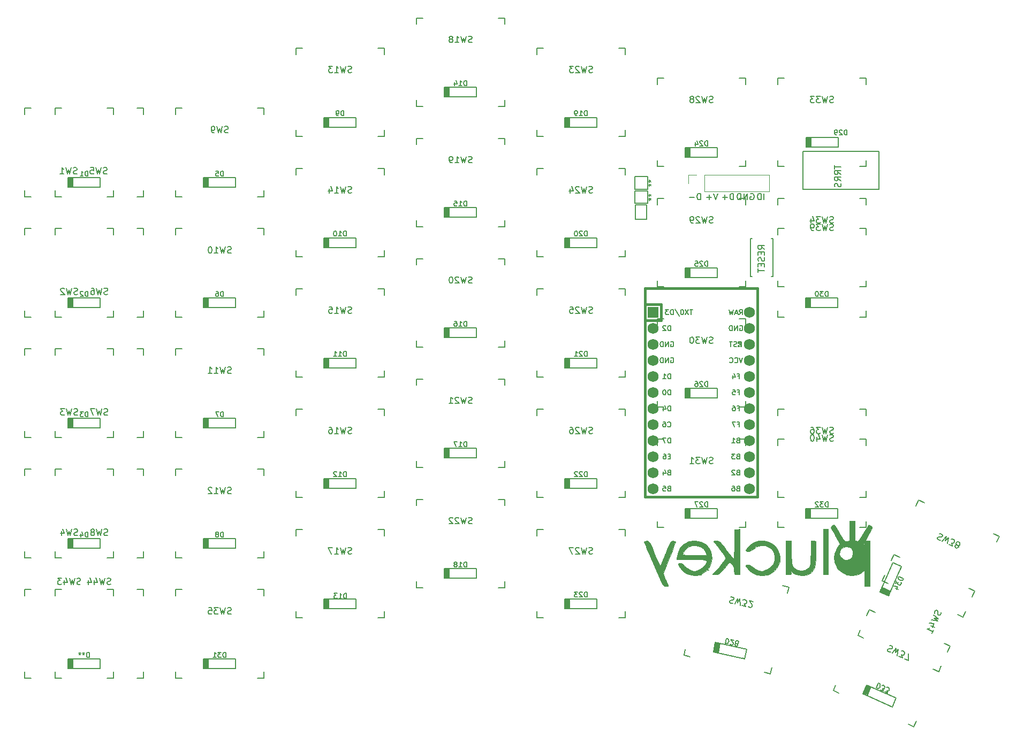
<source format=gbr>
%TF.GenerationSoftware,KiCad,Pcbnew,(6.0.1)*%
%TF.CreationDate,2022-01-28T13:41:17+01:00*%
%TF.ProjectId,pcb,7063622e-6b69-4636-9164-5f7063625858,rev?*%
%TF.SameCoordinates,Original*%
%TF.FileFunction,Legend,Bot*%
%TF.FilePolarity,Positive*%
%FSLAX46Y46*%
G04 Gerber Fmt 4.6, Leading zero omitted, Abs format (unit mm)*
G04 Created by KiCad (PCBNEW (6.0.1)) date 2022-01-28 13:41:17*
%MOMM*%
%LPD*%
G01*
G04 APERTURE LIST*
%ADD10C,0.150000*%
%ADD11C,0.120000*%
%ADD12C,0.381000*%
%ADD13C,0.010000*%
%ADD14R,1.752600X1.752600*%
%ADD15C,1.752600*%
G04 APERTURE END LIST*
D10*
%TO.C,D1*%
X41071726Y-87071154D02*
X41071726Y-86271154D01*
X40881250Y-86271154D01*
X40766964Y-86309250D01*
X40690773Y-86385440D01*
X40652678Y-86461630D01*
X40614583Y-86614011D01*
X40614583Y-86728297D01*
X40652678Y-86880678D01*
X40690773Y-86956869D01*
X40766964Y-87033059D01*
X40881250Y-87071154D01*
X41071726Y-87071154D01*
X39852678Y-87071154D02*
X40309821Y-87071154D01*
X40081250Y-87071154D02*
X40081250Y-86271154D01*
X40157440Y-86385440D01*
X40233630Y-86461630D01*
X40309821Y-86499726D01*
%TO.C,D2*%
X41071726Y-106121154D02*
X41071726Y-105321154D01*
X40881250Y-105321154D01*
X40766964Y-105359250D01*
X40690773Y-105435440D01*
X40652678Y-105511630D01*
X40614583Y-105664011D01*
X40614583Y-105778297D01*
X40652678Y-105930678D01*
X40690773Y-106006869D01*
X40766964Y-106083059D01*
X40881250Y-106121154D01*
X41071726Y-106121154D01*
X40309821Y-105397345D02*
X40271726Y-105359250D01*
X40195535Y-105321154D01*
X40005059Y-105321154D01*
X39928869Y-105359250D01*
X39890773Y-105397345D01*
X39852678Y-105473535D01*
X39852678Y-105549726D01*
X39890773Y-105664011D01*
X40347916Y-106121154D01*
X39852678Y-106121154D01*
%TO.C,D3*%
X41071726Y-125171154D02*
X41071726Y-124371154D01*
X40881250Y-124371154D01*
X40766964Y-124409250D01*
X40690773Y-124485440D01*
X40652678Y-124561630D01*
X40614583Y-124714011D01*
X40614583Y-124828297D01*
X40652678Y-124980678D01*
X40690773Y-125056869D01*
X40766964Y-125133059D01*
X40881250Y-125171154D01*
X41071726Y-125171154D01*
X40347916Y-124371154D02*
X39852678Y-124371154D01*
X40119345Y-124675916D01*
X40005059Y-124675916D01*
X39928869Y-124714011D01*
X39890773Y-124752107D01*
X39852678Y-124828297D01*
X39852678Y-125018773D01*
X39890773Y-125094964D01*
X39928869Y-125133059D01*
X40005059Y-125171154D01*
X40233630Y-125171154D01*
X40309821Y-125133059D01*
X40347916Y-125094964D01*
%TO.C,D4*%
X41071726Y-144221154D02*
X41071726Y-143421154D01*
X40881250Y-143421154D01*
X40766964Y-143459250D01*
X40690773Y-143535440D01*
X40652678Y-143611630D01*
X40614583Y-143764011D01*
X40614583Y-143878297D01*
X40652678Y-144030678D01*
X40690773Y-144106869D01*
X40766964Y-144183059D01*
X40881250Y-144221154D01*
X41071726Y-144221154D01*
X39928869Y-143687821D02*
X39928869Y-144221154D01*
X40119345Y-143383059D02*
X40309821Y-143954488D01*
X39814583Y-143954488D01*
%TO.C,D6*%
X62502976Y-106121154D02*
X62502976Y-105321154D01*
X62312500Y-105321154D01*
X62198214Y-105359250D01*
X62122023Y-105435440D01*
X62083928Y-105511630D01*
X62045833Y-105664011D01*
X62045833Y-105778297D01*
X62083928Y-105930678D01*
X62122023Y-106006869D01*
X62198214Y-106083059D01*
X62312500Y-106121154D01*
X62502976Y-106121154D01*
X61360119Y-105321154D02*
X61512500Y-105321154D01*
X61588690Y-105359250D01*
X61626785Y-105397345D01*
X61702976Y-105511630D01*
X61741071Y-105664011D01*
X61741071Y-105968773D01*
X61702976Y-106044964D01*
X61664880Y-106083059D01*
X61588690Y-106121154D01*
X61436309Y-106121154D01*
X61360119Y-106083059D01*
X61322023Y-106044964D01*
X61283928Y-105968773D01*
X61283928Y-105778297D01*
X61322023Y-105702107D01*
X61360119Y-105664011D01*
X61436309Y-105625916D01*
X61588690Y-105625916D01*
X61664880Y-105664011D01*
X61702976Y-105702107D01*
X61741071Y-105778297D01*
%TO.C,D7*%
X62502976Y-125171154D02*
X62502976Y-124371154D01*
X62312500Y-124371154D01*
X62198214Y-124409250D01*
X62122023Y-124485440D01*
X62083928Y-124561630D01*
X62045833Y-124714011D01*
X62045833Y-124828297D01*
X62083928Y-124980678D01*
X62122023Y-125056869D01*
X62198214Y-125133059D01*
X62312500Y-125171154D01*
X62502976Y-125171154D01*
X61779166Y-124371154D02*
X61245833Y-124371154D01*
X61588690Y-125171154D01*
%TO.C,D8*%
X62502976Y-144221154D02*
X62502976Y-143421154D01*
X62312500Y-143421154D01*
X62198214Y-143459250D01*
X62122023Y-143535440D01*
X62083928Y-143611630D01*
X62045833Y-143764011D01*
X62045833Y-143878297D01*
X62083928Y-144030678D01*
X62122023Y-144106869D01*
X62198214Y-144183059D01*
X62312500Y-144221154D01*
X62502976Y-144221154D01*
X61588690Y-143764011D02*
X61664880Y-143725916D01*
X61702976Y-143687821D01*
X61741071Y-143611630D01*
X61741071Y-143573535D01*
X61702976Y-143497345D01*
X61664880Y-143459250D01*
X61588690Y-143421154D01*
X61436309Y-143421154D01*
X61360119Y-143459250D01*
X61322023Y-143497345D01*
X61283928Y-143573535D01*
X61283928Y-143611630D01*
X61322023Y-143687821D01*
X61360119Y-143725916D01*
X61436309Y-143764011D01*
X61588690Y-143764011D01*
X61664880Y-143802107D01*
X61702976Y-143840202D01*
X61741071Y-143916392D01*
X61741071Y-144068773D01*
X61702976Y-144144964D01*
X61664880Y-144183059D01*
X61588690Y-144221154D01*
X61436309Y-144221154D01*
X61360119Y-144183059D01*
X61322023Y-144144964D01*
X61283928Y-144068773D01*
X61283928Y-143916392D01*
X61322023Y-143840202D01*
X61360119Y-143802107D01*
X61436309Y-143764011D01*
%TO.C,D9*%
X81552976Y-77546154D02*
X81552976Y-76746154D01*
X81362500Y-76746154D01*
X81248214Y-76784250D01*
X81172023Y-76860440D01*
X81133928Y-76936630D01*
X81095833Y-77089011D01*
X81095833Y-77203297D01*
X81133928Y-77355678D01*
X81172023Y-77431869D01*
X81248214Y-77508059D01*
X81362500Y-77546154D01*
X81552976Y-77546154D01*
X80714880Y-77546154D02*
X80562500Y-77546154D01*
X80486309Y-77508059D01*
X80448214Y-77469964D01*
X80372023Y-77355678D01*
X80333928Y-77203297D01*
X80333928Y-76898535D01*
X80372023Y-76822345D01*
X80410119Y-76784250D01*
X80486309Y-76746154D01*
X80638690Y-76746154D01*
X80714880Y-76784250D01*
X80752976Y-76822345D01*
X80791071Y-76898535D01*
X80791071Y-77089011D01*
X80752976Y-77165202D01*
X80714880Y-77203297D01*
X80638690Y-77241392D01*
X80486309Y-77241392D01*
X80410119Y-77203297D01*
X80372023Y-77165202D01*
X80333928Y-77089011D01*
%TO.C,D10*%
X81933928Y-96596154D02*
X81933928Y-95796154D01*
X81743452Y-95796154D01*
X81629166Y-95834250D01*
X81552976Y-95910440D01*
X81514880Y-95986630D01*
X81476785Y-96139011D01*
X81476785Y-96253297D01*
X81514880Y-96405678D01*
X81552976Y-96481869D01*
X81629166Y-96558059D01*
X81743452Y-96596154D01*
X81933928Y-96596154D01*
X80714880Y-96596154D02*
X81172023Y-96596154D01*
X80943452Y-96596154D02*
X80943452Y-95796154D01*
X81019642Y-95910440D01*
X81095833Y-95986630D01*
X81172023Y-96024726D01*
X80219642Y-95796154D02*
X80143452Y-95796154D01*
X80067261Y-95834250D01*
X80029166Y-95872345D01*
X79991071Y-95948535D01*
X79952976Y-96100916D01*
X79952976Y-96291392D01*
X79991071Y-96443773D01*
X80029166Y-96519964D01*
X80067261Y-96558059D01*
X80143452Y-96596154D01*
X80219642Y-96596154D01*
X80295833Y-96558059D01*
X80333928Y-96519964D01*
X80372023Y-96443773D01*
X80410119Y-96291392D01*
X80410119Y-96100916D01*
X80372023Y-95948535D01*
X80333928Y-95872345D01*
X80295833Y-95834250D01*
X80219642Y-95796154D01*
%TO.C,D11*%
X81933928Y-115646154D02*
X81933928Y-114846154D01*
X81743452Y-114846154D01*
X81629166Y-114884250D01*
X81552976Y-114960440D01*
X81514880Y-115036630D01*
X81476785Y-115189011D01*
X81476785Y-115303297D01*
X81514880Y-115455678D01*
X81552976Y-115531869D01*
X81629166Y-115608059D01*
X81743452Y-115646154D01*
X81933928Y-115646154D01*
X80714880Y-115646154D02*
X81172023Y-115646154D01*
X80943452Y-115646154D02*
X80943452Y-114846154D01*
X81019642Y-114960440D01*
X81095833Y-115036630D01*
X81172023Y-115074726D01*
X79952976Y-115646154D02*
X80410119Y-115646154D01*
X80181547Y-115646154D02*
X80181547Y-114846154D01*
X80257738Y-114960440D01*
X80333928Y-115036630D01*
X80410119Y-115074726D01*
%TO.C,D12*%
X81933928Y-134696154D02*
X81933928Y-133896154D01*
X81743452Y-133896154D01*
X81629166Y-133934250D01*
X81552976Y-134010440D01*
X81514880Y-134086630D01*
X81476785Y-134239011D01*
X81476785Y-134353297D01*
X81514880Y-134505678D01*
X81552976Y-134581869D01*
X81629166Y-134658059D01*
X81743452Y-134696154D01*
X81933928Y-134696154D01*
X80714880Y-134696154D02*
X81172023Y-134696154D01*
X80943452Y-134696154D02*
X80943452Y-133896154D01*
X81019642Y-134010440D01*
X81095833Y-134086630D01*
X81172023Y-134124726D01*
X80410119Y-133972345D02*
X80372023Y-133934250D01*
X80295833Y-133896154D01*
X80105357Y-133896154D01*
X80029166Y-133934250D01*
X79991071Y-133972345D01*
X79952976Y-134048535D01*
X79952976Y-134124726D01*
X79991071Y-134239011D01*
X80448214Y-134696154D01*
X79952976Y-134696154D01*
%TO.C,D14*%
X100983928Y-72783654D02*
X100983928Y-71983654D01*
X100793452Y-71983654D01*
X100679166Y-72021750D01*
X100602976Y-72097940D01*
X100564880Y-72174130D01*
X100526785Y-72326511D01*
X100526785Y-72440797D01*
X100564880Y-72593178D01*
X100602976Y-72669369D01*
X100679166Y-72745559D01*
X100793452Y-72783654D01*
X100983928Y-72783654D01*
X99764880Y-72783654D02*
X100222023Y-72783654D01*
X99993452Y-72783654D02*
X99993452Y-71983654D01*
X100069642Y-72097940D01*
X100145833Y-72174130D01*
X100222023Y-72212226D01*
X99079166Y-72250321D02*
X99079166Y-72783654D01*
X99269642Y-71945559D02*
X99460119Y-72516988D01*
X98964880Y-72516988D01*
%TO.C,D15*%
X100983928Y-91833654D02*
X100983928Y-91033654D01*
X100793452Y-91033654D01*
X100679166Y-91071750D01*
X100602976Y-91147940D01*
X100564880Y-91224130D01*
X100526785Y-91376511D01*
X100526785Y-91490797D01*
X100564880Y-91643178D01*
X100602976Y-91719369D01*
X100679166Y-91795559D01*
X100793452Y-91833654D01*
X100983928Y-91833654D01*
X99764880Y-91833654D02*
X100222023Y-91833654D01*
X99993452Y-91833654D02*
X99993452Y-91033654D01*
X100069642Y-91147940D01*
X100145833Y-91224130D01*
X100222023Y-91262226D01*
X99041071Y-91033654D02*
X99422023Y-91033654D01*
X99460119Y-91414607D01*
X99422023Y-91376511D01*
X99345833Y-91338416D01*
X99155357Y-91338416D01*
X99079166Y-91376511D01*
X99041071Y-91414607D01*
X99002976Y-91490797D01*
X99002976Y-91681273D01*
X99041071Y-91757464D01*
X99079166Y-91795559D01*
X99155357Y-91833654D01*
X99345833Y-91833654D01*
X99422023Y-91795559D01*
X99460119Y-91757464D01*
%TO.C,D16*%
X100983928Y-110883654D02*
X100983928Y-110083654D01*
X100793452Y-110083654D01*
X100679166Y-110121750D01*
X100602976Y-110197940D01*
X100564880Y-110274130D01*
X100526785Y-110426511D01*
X100526785Y-110540797D01*
X100564880Y-110693178D01*
X100602976Y-110769369D01*
X100679166Y-110845559D01*
X100793452Y-110883654D01*
X100983928Y-110883654D01*
X99764880Y-110883654D02*
X100222023Y-110883654D01*
X99993452Y-110883654D02*
X99993452Y-110083654D01*
X100069642Y-110197940D01*
X100145833Y-110274130D01*
X100222023Y-110312226D01*
X99079166Y-110083654D02*
X99231547Y-110083654D01*
X99307738Y-110121750D01*
X99345833Y-110159845D01*
X99422023Y-110274130D01*
X99460119Y-110426511D01*
X99460119Y-110731273D01*
X99422023Y-110807464D01*
X99383928Y-110845559D01*
X99307738Y-110883654D01*
X99155357Y-110883654D01*
X99079166Y-110845559D01*
X99041071Y-110807464D01*
X99002976Y-110731273D01*
X99002976Y-110540797D01*
X99041071Y-110464607D01*
X99079166Y-110426511D01*
X99155357Y-110388416D01*
X99307738Y-110388416D01*
X99383928Y-110426511D01*
X99422023Y-110464607D01*
X99460119Y-110540797D01*
%TO.C,D17*%
X100983928Y-129933654D02*
X100983928Y-129133654D01*
X100793452Y-129133654D01*
X100679166Y-129171750D01*
X100602976Y-129247940D01*
X100564880Y-129324130D01*
X100526785Y-129476511D01*
X100526785Y-129590797D01*
X100564880Y-129743178D01*
X100602976Y-129819369D01*
X100679166Y-129895559D01*
X100793452Y-129933654D01*
X100983928Y-129933654D01*
X99764880Y-129933654D02*
X100222023Y-129933654D01*
X99993452Y-129933654D02*
X99993452Y-129133654D01*
X100069642Y-129247940D01*
X100145833Y-129324130D01*
X100222023Y-129362226D01*
X99498214Y-129133654D02*
X98964880Y-129133654D01*
X99307738Y-129933654D01*
%TO.C,D18*%
X100983928Y-148983654D02*
X100983928Y-148183654D01*
X100793452Y-148183654D01*
X100679166Y-148221750D01*
X100602976Y-148297940D01*
X100564880Y-148374130D01*
X100526785Y-148526511D01*
X100526785Y-148640797D01*
X100564880Y-148793178D01*
X100602976Y-148869369D01*
X100679166Y-148945559D01*
X100793452Y-148983654D01*
X100983928Y-148983654D01*
X99764880Y-148983654D02*
X100222023Y-148983654D01*
X99993452Y-148983654D02*
X99993452Y-148183654D01*
X100069642Y-148297940D01*
X100145833Y-148374130D01*
X100222023Y-148412226D01*
X99307738Y-148526511D02*
X99383928Y-148488416D01*
X99422023Y-148450321D01*
X99460119Y-148374130D01*
X99460119Y-148336035D01*
X99422023Y-148259845D01*
X99383928Y-148221750D01*
X99307738Y-148183654D01*
X99155357Y-148183654D01*
X99079166Y-148221750D01*
X99041071Y-148259845D01*
X99002976Y-148336035D01*
X99002976Y-148374130D01*
X99041071Y-148450321D01*
X99079166Y-148488416D01*
X99155357Y-148526511D01*
X99307738Y-148526511D01*
X99383928Y-148564607D01*
X99422023Y-148602702D01*
X99460119Y-148678892D01*
X99460119Y-148831273D01*
X99422023Y-148907464D01*
X99383928Y-148945559D01*
X99307738Y-148983654D01*
X99155357Y-148983654D01*
X99079166Y-148945559D01*
X99041071Y-148907464D01*
X99002976Y-148831273D01*
X99002976Y-148678892D01*
X99041071Y-148602702D01*
X99079166Y-148564607D01*
X99155357Y-148526511D01*
%TO.C,D19*%
X120033928Y-77546154D02*
X120033928Y-76746154D01*
X119843452Y-76746154D01*
X119729166Y-76784250D01*
X119652976Y-76860440D01*
X119614880Y-76936630D01*
X119576785Y-77089011D01*
X119576785Y-77203297D01*
X119614880Y-77355678D01*
X119652976Y-77431869D01*
X119729166Y-77508059D01*
X119843452Y-77546154D01*
X120033928Y-77546154D01*
X118814880Y-77546154D02*
X119272023Y-77546154D01*
X119043452Y-77546154D02*
X119043452Y-76746154D01*
X119119642Y-76860440D01*
X119195833Y-76936630D01*
X119272023Y-76974726D01*
X118433928Y-77546154D02*
X118281547Y-77546154D01*
X118205357Y-77508059D01*
X118167261Y-77469964D01*
X118091071Y-77355678D01*
X118052976Y-77203297D01*
X118052976Y-76898535D01*
X118091071Y-76822345D01*
X118129166Y-76784250D01*
X118205357Y-76746154D01*
X118357738Y-76746154D01*
X118433928Y-76784250D01*
X118472023Y-76822345D01*
X118510119Y-76898535D01*
X118510119Y-77089011D01*
X118472023Y-77165202D01*
X118433928Y-77203297D01*
X118357738Y-77241392D01*
X118205357Y-77241392D01*
X118129166Y-77203297D01*
X118091071Y-77165202D01*
X118052976Y-77089011D01*
%TO.C,D20*%
X120033928Y-96596154D02*
X120033928Y-95796154D01*
X119843452Y-95796154D01*
X119729166Y-95834250D01*
X119652976Y-95910440D01*
X119614880Y-95986630D01*
X119576785Y-96139011D01*
X119576785Y-96253297D01*
X119614880Y-96405678D01*
X119652976Y-96481869D01*
X119729166Y-96558059D01*
X119843452Y-96596154D01*
X120033928Y-96596154D01*
X119272023Y-95872345D02*
X119233928Y-95834250D01*
X119157738Y-95796154D01*
X118967261Y-95796154D01*
X118891071Y-95834250D01*
X118852976Y-95872345D01*
X118814880Y-95948535D01*
X118814880Y-96024726D01*
X118852976Y-96139011D01*
X119310119Y-96596154D01*
X118814880Y-96596154D01*
X118319642Y-95796154D02*
X118243452Y-95796154D01*
X118167261Y-95834250D01*
X118129166Y-95872345D01*
X118091071Y-95948535D01*
X118052976Y-96100916D01*
X118052976Y-96291392D01*
X118091071Y-96443773D01*
X118129166Y-96519964D01*
X118167261Y-96558059D01*
X118243452Y-96596154D01*
X118319642Y-96596154D01*
X118395833Y-96558059D01*
X118433928Y-96519964D01*
X118472023Y-96443773D01*
X118510119Y-96291392D01*
X118510119Y-96100916D01*
X118472023Y-95948535D01*
X118433928Y-95872345D01*
X118395833Y-95834250D01*
X118319642Y-95796154D01*
%TO.C,D21*%
X120033928Y-115646154D02*
X120033928Y-114846154D01*
X119843452Y-114846154D01*
X119729166Y-114884250D01*
X119652976Y-114960440D01*
X119614880Y-115036630D01*
X119576785Y-115189011D01*
X119576785Y-115303297D01*
X119614880Y-115455678D01*
X119652976Y-115531869D01*
X119729166Y-115608059D01*
X119843452Y-115646154D01*
X120033928Y-115646154D01*
X119272023Y-114922345D02*
X119233928Y-114884250D01*
X119157738Y-114846154D01*
X118967261Y-114846154D01*
X118891071Y-114884250D01*
X118852976Y-114922345D01*
X118814880Y-114998535D01*
X118814880Y-115074726D01*
X118852976Y-115189011D01*
X119310119Y-115646154D01*
X118814880Y-115646154D01*
X118052976Y-115646154D02*
X118510119Y-115646154D01*
X118281547Y-115646154D02*
X118281547Y-114846154D01*
X118357738Y-114960440D01*
X118433928Y-115036630D01*
X118510119Y-115074726D01*
%TO.C,D22*%
X120033928Y-134696154D02*
X120033928Y-133896154D01*
X119843452Y-133896154D01*
X119729166Y-133934250D01*
X119652976Y-134010440D01*
X119614880Y-134086630D01*
X119576785Y-134239011D01*
X119576785Y-134353297D01*
X119614880Y-134505678D01*
X119652976Y-134581869D01*
X119729166Y-134658059D01*
X119843452Y-134696154D01*
X120033928Y-134696154D01*
X119272023Y-133972345D02*
X119233928Y-133934250D01*
X119157738Y-133896154D01*
X118967261Y-133896154D01*
X118891071Y-133934250D01*
X118852976Y-133972345D01*
X118814880Y-134048535D01*
X118814880Y-134124726D01*
X118852976Y-134239011D01*
X119310119Y-134696154D01*
X118814880Y-134696154D01*
X118510119Y-133972345D02*
X118472023Y-133934250D01*
X118395833Y-133896154D01*
X118205357Y-133896154D01*
X118129166Y-133934250D01*
X118091071Y-133972345D01*
X118052976Y-134048535D01*
X118052976Y-134124726D01*
X118091071Y-134239011D01*
X118548214Y-134696154D01*
X118052976Y-134696154D01*
%TO.C,D23*%
X120033928Y-153746154D02*
X120033928Y-152946154D01*
X119843452Y-152946154D01*
X119729166Y-152984250D01*
X119652976Y-153060440D01*
X119614880Y-153136630D01*
X119576785Y-153289011D01*
X119576785Y-153403297D01*
X119614880Y-153555678D01*
X119652976Y-153631869D01*
X119729166Y-153708059D01*
X119843452Y-153746154D01*
X120033928Y-153746154D01*
X119272023Y-153022345D02*
X119233928Y-152984250D01*
X119157738Y-152946154D01*
X118967261Y-152946154D01*
X118891071Y-152984250D01*
X118852976Y-153022345D01*
X118814880Y-153098535D01*
X118814880Y-153174726D01*
X118852976Y-153289011D01*
X119310119Y-153746154D01*
X118814880Y-153746154D01*
X118548214Y-152946154D02*
X118052976Y-152946154D01*
X118319642Y-153250916D01*
X118205357Y-153250916D01*
X118129166Y-153289011D01*
X118091071Y-153327107D01*
X118052976Y-153403297D01*
X118052976Y-153593773D01*
X118091071Y-153669964D01*
X118129166Y-153708059D01*
X118205357Y-153746154D01*
X118433928Y-153746154D01*
X118510119Y-153708059D01*
X118548214Y-153669964D01*
%TO.C,D24*%
X139083928Y-82308654D02*
X139083928Y-81508654D01*
X138893452Y-81508654D01*
X138779166Y-81546750D01*
X138702976Y-81622940D01*
X138664880Y-81699130D01*
X138626785Y-81851511D01*
X138626785Y-81965797D01*
X138664880Y-82118178D01*
X138702976Y-82194369D01*
X138779166Y-82270559D01*
X138893452Y-82308654D01*
X139083928Y-82308654D01*
X138322023Y-81584845D02*
X138283928Y-81546750D01*
X138207738Y-81508654D01*
X138017261Y-81508654D01*
X137941071Y-81546750D01*
X137902976Y-81584845D01*
X137864880Y-81661035D01*
X137864880Y-81737226D01*
X137902976Y-81851511D01*
X138360119Y-82308654D01*
X137864880Y-82308654D01*
X137179166Y-81775321D02*
X137179166Y-82308654D01*
X137369642Y-81470559D02*
X137560119Y-82041988D01*
X137064880Y-82041988D01*
%TO.C,D25*%
X139083928Y-101358654D02*
X139083928Y-100558654D01*
X138893452Y-100558654D01*
X138779166Y-100596750D01*
X138702976Y-100672940D01*
X138664880Y-100749130D01*
X138626785Y-100901511D01*
X138626785Y-101015797D01*
X138664880Y-101168178D01*
X138702976Y-101244369D01*
X138779166Y-101320559D01*
X138893452Y-101358654D01*
X139083928Y-101358654D01*
X138322023Y-100634845D02*
X138283928Y-100596750D01*
X138207738Y-100558654D01*
X138017261Y-100558654D01*
X137941071Y-100596750D01*
X137902976Y-100634845D01*
X137864880Y-100711035D01*
X137864880Y-100787226D01*
X137902976Y-100901511D01*
X138360119Y-101358654D01*
X137864880Y-101358654D01*
X137141071Y-100558654D02*
X137522023Y-100558654D01*
X137560119Y-100939607D01*
X137522023Y-100901511D01*
X137445833Y-100863416D01*
X137255357Y-100863416D01*
X137179166Y-100901511D01*
X137141071Y-100939607D01*
X137102976Y-101015797D01*
X137102976Y-101206273D01*
X137141071Y-101282464D01*
X137179166Y-101320559D01*
X137255357Y-101358654D01*
X137445833Y-101358654D01*
X137522023Y-101320559D01*
X137560119Y-101282464D01*
%TO.C,D26*%
X139083928Y-120408654D02*
X139083928Y-119608654D01*
X138893452Y-119608654D01*
X138779166Y-119646750D01*
X138702976Y-119722940D01*
X138664880Y-119799130D01*
X138626785Y-119951511D01*
X138626785Y-120065797D01*
X138664880Y-120218178D01*
X138702976Y-120294369D01*
X138779166Y-120370559D01*
X138893452Y-120408654D01*
X139083928Y-120408654D01*
X138322023Y-119684845D02*
X138283928Y-119646750D01*
X138207738Y-119608654D01*
X138017261Y-119608654D01*
X137941071Y-119646750D01*
X137902976Y-119684845D01*
X137864880Y-119761035D01*
X137864880Y-119837226D01*
X137902976Y-119951511D01*
X138360119Y-120408654D01*
X137864880Y-120408654D01*
X137179166Y-119608654D02*
X137331547Y-119608654D01*
X137407738Y-119646750D01*
X137445833Y-119684845D01*
X137522023Y-119799130D01*
X137560119Y-119951511D01*
X137560119Y-120256273D01*
X137522023Y-120332464D01*
X137483928Y-120370559D01*
X137407738Y-120408654D01*
X137255357Y-120408654D01*
X137179166Y-120370559D01*
X137141071Y-120332464D01*
X137102976Y-120256273D01*
X137102976Y-120065797D01*
X137141071Y-119989607D01*
X137179166Y-119951511D01*
X137255357Y-119913416D01*
X137407738Y-119913416D01*
X137483928Y-119951511D01*
X137522023Y-119989607D01*
X137560119Y-120065797D01*
%TO.C,D27*%
X139083928Y-139458654D02*
X139083928Y-138658654D01*
X138893452Y-138658654D01*
X138779166Y-138696750D01*
X138702976Y-138772940D01*
X138664880Y-138849130D01*
X138626785Y-139001511D01*
X138626785Y-139115797D01*
X138664880Y-139268178D01*
X138702976Y-139344369D01*
X138779166Y-139420559D01*
X138893452Y-139458654D01*
X139083928Y-139458654D01*
X138322023Y-138734845D02*
X138283928Y-138696750D01*
X138207738Y-138658654D01*
X138017261Y-138658654D01*
X137941071Y-138696750D01*
X137902976Y-138734845D01*
X137864880Y-138811035D01*
X137864880Y-138887226D01*
X137902976Y-139001511D01*
X138360119Y-139458654D01*
X137864880Y-139458654D01*
X137598214Y-138658654D02*
X137064880Y-138658654D01*
X137407738Y-139458654D01*
%TO.C,D28*%
X142065487Y-160291798D02*
X141899158Y-161074316D01*
X142085472Y-161113918D01*
X142205180Y-161100417D01*
X142295547Y-161041732D01*
X142348651Y-160975127D01*
X142417595Y-160833996D01*
X142441356Y-160722208D01*
X142435775Y-160565237D01*
X142414354Y-160482791D01*
X142355669Y-160392424D01*
X142251801Y-160331400D01*
X142065487Y-160291798D01*
X142660254Y-161158199D02*
X142689596Y-161203383D01*
X142756201Y-161256486D01*
X142942515Y-161296088D01*
X143024961Y-161274667D01*
X143070144Y-161245324D01*
X143123248Y-161178719D01*
X143139089Y-161104194D01*
X143125588Y-160984485D01*
X142773480Y-160442286D01*
X143257896Y-160545252D01*
X143610004Y-161087451D02*
X143527558Y-161108873D01*
X143482374Y-161138215D01*
X143429271Y-161204820D01*
X143421350Y-161242083D01*
X143442772Y-161324529D01*
X143472114Y-161369712D01*
X143538720Y-161422816D01*
X143687771Y-161454497D01*
X143770217Y-161433075D01*
X143815400Y-161403733D01*
X143868503Y-161337128D01*
X143876424Y-161299865D01*
X143855002Y-161217419D01*
X143825660Y-161172236D01*
X143759055Y-161119132D01*
X143610004Y-161087451D01*
X143543398Y-161034347D01*
X143514056Y-160989164D01*
X143492634Y-160906718D01*
X143524316Y-160757667D01*
X143577420Y-160691062D01*
X143622603Y-160661719D01*
X143705049Y-160640297D01*
X143854100Y-160671979D01*
X143920705Y-160725083D01*
X143950047Y-160770266D01*
X143971469Y-160852712D01*
X143939787Y-161001763D01*
X143886684Y-161068368D01*
X143841501Y-161097711D01*
X143759055Y-161119132D01*
%TO.C,D29*%
X161121428Y-80561904D02*
X161121428Y-79761904D01*
X160930952Y-79761904D01*
X160816666Y-79800000D01*
X160740476Y-79876190D01*
X160702380Y-79952380D01*
X160664285Y-80104761D01*
X160664285Y-80219047D01*
X160702380Y-80371428D01*
X160740476Y-80447619D01*
X160816666Y-80523809D01*
X160930952Y-80561904D01*
X161121428Y-80561904D01*
X160359523Y-79838095D02*
X160321428Y-79800000D01*
X160245238Y-79761904D01*
X160054761Y-79761904D01*
X159978571Y-79800000D01*
X159940476Y-79838095D01*
X159902380Y-79914285D01*
X159902380Y-79990476D01*
X159940476Y-80104761D01*
X160397619Y-80561904D01*
X159902380Y-80561904D01*
X159521428Y-80561904D02*
X159369047Y-80561904D01*
X159292857Y-80523809D01*
X159254761Y-80485714D01*
X159178571Y-80371428D01*
X159140476Y-80219047D01*
X159140476Y-79914285D01*
X159178571Y-79838095D01*
X159216666Y-79800000D01*
X159292857Y-79761904D01*
X159445238Y-79761904D01*
X159521428Y-79800000D01*
X159559523Y-79838095D01*
X159597619Y-79914285D01*
X159597619Y-80104761D01*
X159559523Y-80180952D01*
X159521428Y-80219047D01*
X159445238Y-80257142D01*
X159292857Y-80257142D01*
X159216666Y-80219047D01*
X159178571Y-80180952D01*
X159140476Y-80104761D01*
%TO.C,D30*%
X158133928Y-106121154D02*
X158133928Y-105321154D01*
X157943452Y-105321154D01*
X157829166Y-105359250D01*
X157752976Y-105435440D01*
X157714880Y-105511630D01*
X157676785Y-105664011D01*
X157676785Y-105778297D01*
X157714880Y-105930678D01*
X157752976Y-106006869D01*
X157829166Y-106083059D01*
X157943452Y-106121154D01*
X158133928Y-106121154D01*
X157410119Y-105321154D02*
X156914880Y-105321154D01*
X157181547Y-105625916D01*
X157067261Y-105625916D01*
X156991071Y-105664011D01*
X156952976Y-105702107D01*
X156914880Y-105778297D01*
X156914880Y-105968773D01*
X156952976Y-106044964D01*
X156991071Y-106083059D01*
X157067261Y-106121154D01*
X157295833Y-106121154D01*
X157372023Y-106083059D01*
X157410119Y-106044964D01*
X156419642Y-105321154D02*
X156343452Y-105321154D01*
X156267261Y-105359250D01*
X156229166Y-105397345D01*
X156191071Y-105473535D01*
X156152976Y-105625916D01*
X156152976Y-105816392D01*
X156191071Y-105968773D01*
X156229166Y-106044964D01*
X156267261Y-106083059D01*
X156343452Y-106121154D01*
X156419642Y-106121154D01*
X156495833Y-106083059D01*
X156533928Y-106044964D01*
X156572023Y-105968773D01*
X156610119Y-105816392D01*
X156610119Y-105625916D01*
X156572023Y-105473535D01*
X156533928Y-105397345D01*
X156495833Y-105359250D01*
X156419642Y-105321154D01*
%TO.C,D31*%
X62883928Y-163271154D02*
X62883928Y-162471154D01*
X62693452Y-162471154D01*
X62579166Y-162509250D01*
X62502976Y-162585440D01*
X62464880Y-162661630D01*
X62426785Y-162814011D01*
X62426785Y-162928297D01*
X62464880Y-163080678D01*
X62502976Y-163156869D01*
X62579166Y-163233059D01*
X62693452Y-163271154D01*
X62883928Y-163271154D01*
X62160119Y-162471154D02*
X61664880Y-162471154D01*
X61931547Y-162775916D01*
X61817261Y-162775916D01*
X61741071Y-162814011D01*
X61702976Y-162852107D01*
X61664880Y-162928297D01*
X61664880Y-163118773D01*
X61702976Y-163194964D01*
X61741071Y-163233059D01*
X61817261Y-163271154D01*
X62045833Y-163271154D01*
X62122023Y-163233059D01*
X62160119Y-163194964D01*
X60902976Y-163271154D02*
X61360119Y-163271154D01*
X61131547Y-163271154D02*
X61131547Y-162471154D01*
X61207738Y-162585440D01*
X61283928Y-162661630D01*
X61360119Y-162699726D01*
%TO.C,D32*%
X158133928Y-139458654D02*
X158133928Y-138658654D01*
X157943452Y-138658654D01*
X157829166Y-138696750D01*
X157752976Y-138772940D01*
X157714880Y-138849130D01*
X157676785Y-139001511D01*
X157676785Y-139115797D01*
X157714880Y-139268178D01*
X157752976Y-139344369D01*
X157829166Y-139420559D01*
X157943452Y-139458654D01*
X158133928Y-139458654D01*
X157410119Y-138658654D02*
X156914880Y-138658654D01*
X157181547Y-138963416D01*
X157067261Y-138963416D01*
X156991071Y-139001511D01*
X156952976Y-139039607D01*
X156914880Y-139115797D01*
X156914880Y-139306273D01*
X156952976Y-139382464D01*
X156991071Y-139420559D01*
X157067261Y-139458654D01*
X157295833Y-139458654D01*
X157372023Y-139420559D01*
X157410119Y-139382464D01*
X156610119Y-138734845D02*
X156572023Y-138696750D01*
X156495833Y-138658654D01*
X156305357Y-138658654D01*
X156229166Y-138696750D01*
X156191071Y-138734845D01*
X156152976Y-138811035D01*
X156152976Y-138887226D01*
X156191071Y-139001511D01*
X156648214Y-139458654D01*
X156152976Y-139458654D01*
%TO.C,D33*%
X166090627Y-167370750D02*
X165763963Y-168101017D01*
X165937836Y-168178794D01*
X166057715Y-168190686D01*
X166158375Y-168152247D01*
X166224261Y-168098254D01*
X166321257Y-167974711D01*
X166367924Y-167870387D01*
X166395371Y-167715733D01*
X166391707Y-167630628D01*
X166353269Y-167529968D01*
X166264500Y-167448527D01*
X166090627Y-167370750D01*
X166424681Y-168396570D02*
X166876751Y-168598791D01*
X166757772Y-168211706D01*
X166862096Y-168258372D01*
X166947201Y-168254709D01*
X166997531Y-168235489D01*
X167063416Y-168181496D01*
X167141194Y-168007622D01*
X167137530Y-167922518D01*
X167118311Y-167872188D01*
X167064317Y-167806302D01*
X166855669Y-167712969D01*
X166770564Y-167716633D01*
X166720234Y-167735852D01*
X167120173Y-168707679D02*
X167572244Y-168909900D01*
X167453265Y-168522815D01*
X167557589Y-168569481D01*
X167642693Y-168565818D01*
X167693024Y-168546598D01*
X167758909Y-168492605D01*
X167836686Y-168318731D01*
X167833023Y-168233627D01*
X167813803Y-168183297D01*
X167759810Y-168117411D01*
X167551162Y-168024078D01*
X167466057Y-168027742D01*
X167415727Y-168046961D01*
%TO.C,D34*%
X170051793Y-150790585D02*
X169321526Y-150463921D01*
X169243749Y-150637794D01*
X169231857Y-150757673D01*
X169270296Y-150858333D01*
X169324289Y-150924219D01*
X169447832Y-151021215D01*
X169552156Y-151067882D01*
X169706810Y-151095329D01*
X169791915Y-151091665D01*
X169892575Y-151053227D01*
X169974016Y-150964458D01*
X170051793Y-150790585D01*
X169025973Y-151124639D02*
X168823752Y-151576709D01*
X169210837Y-151457730D01*
X169164171Y-151562054D01*
X169167834Y-151647159D01*
X169187054Y-151697489D01*
X169241047Y-151763374D01*
X169414921Y-151841152D01*
X169500025Y-151837488D01*
X169550355Y-151818269D01*
X169616241Y-151764275D01*
X169709574Y-151555627D01*
X169705910Y-151470522D01*
X169686691Y-151420192D01*
X168787176Y-152311541D02*
X169274021Y-152529317D01*
X168586756Y-152013224D02*
X169186153Y-152072682D01*
X168983932Y-152524753D01*
%TO.C,J2*%
X143188952Y-90836380D02*
X143188952Y-89836380D01*
X142950857Y-89836380D01*
X142808000Y-89884000D01*
X142712761Y-89979238D01*
X142665142Y-90074476D01*
X142617523Y-90264952D01*
X142617523Y-90407809D01*
X142665142Y-90598285D01*
X142712761Y-90693523D01*
X142808000Y-90788761D01*
X142950857Y-90836380D01*
X143188952Y-90836380D01*
X142188952Y-90455428D02*
X141427047Y-90455428D01*
X141808000Y-90836380D02*
X141808000Y-90074476D01*
X148015000Y-90836380D02*
X148015000Y-89836380D01*
X147538809Y-90836380D02*
X147538809Y-89836380D01*
X147300714Y-89836380D01*
X147157857Y-89884000D01*
X147062619Y-89979238D01*
X147015000Y-90074476D01*
X146967380Y-90264952D01*
X146967380Y-90407809D01*
X147015000Y-90598285D01*
X147062619Y-90693523D01*
X147157857Y-90788761D01*
X147300714Y-90836380D01*
X147538809Y-90836380D01*
X140720380Y-89836380D02*
X140387047Y-90836380D01*
X140053714Y-89836380D01*
X139720380Y-90455428D02*
X138958476Y-90455428D01*
X139339428Y-90836380D02*
X139339428Y-90074476D01*
X145863904Y-89884000D02*
X145959142Y-89836380D01*
X146102000Y-89836380D01*
X146244857Y-89884000D01*
X146340095Y-89979238D01*
X146387714Y-90074476D01*
X146435333Y-90264952D01*
X146435333Y-90407809D01*
X146387714Y-90598285D01*
X146340095Y-90693523D01*
X146244857Y-90788761D01*
X146102000Y-90836380D01*
X146006761Y-90836380D01*
X145863904Y-90788761D01*
X145816285Y-90741142D01*
X145816285Y-90407809D01*
X146006761Y-90407809D01*
X145387714Y-90836380D02*
X145387714Y-89836380D01*
X144816285Y-90836380D01*
X144816285Y-89836380D01*
X144340095Y-90836380D02*
X144340095Y-89836380D01*
X144102000Y-89836380D01*
X143959142Y-89884000D01*
X143863904Y-89979238D01*
X143816285Y-90074476D01*
X143768666Y-90264952D01*
X143768666Y-90407809D01*
X143816285Y-90598285D01*
X143863904Y-90693523D01*
X143959142Y-90788761D01*
X144102000Y-90836380D01*
X144340095Y-90836380D01*
X137981952Y-90836380D02*
X137981952Y-89836380D01*
X137743857Y-89836380D01*
X137601000Y-89884000D01*
X137505761Y-89979238D01*
X137458142Y-90074476D01*
X137410523Y-90264952D01*
X137410523Y-90407809D01*
X137458142Y-90598285D01*
X137505761Y-90693523D01*
X137601000Y-90788761D01*
X137743857Y-90836380D01*
X137981952Y-90836380D01*
X136981952Y-90455428D02*
X136220047Y-90455428D01*
%TO.C,P1*%
X129780895Y-87890361D02*
X129974419Y-87890361D01*
X129897009Y-87696838D02*
X129974419Y-87890361D01*
X129897009Y-88083885D01*
X130129238Y-87774247D02*
X129974419Y-87890361D01*
X130129238Y-88006476D01*
X129780895Y-88509638D02*
X129974419Y-88509638D01*
X129897009Y-88316114D02*
X129974419Y-88509638D01*
X129897009Y-88703161D01*
X130129238Y-88393523D02*
X129974419Y-88509638D01*
X130129238Y-88625752D01*
%TO.C,P2*%
X129780895Y-90115361D02*
X129974419Y-90115361D01*
X129897009Y-89921838D02*
X129974419Y-90115361D01*
X129897009Y-90308885D01*
X130129238Y-89999247D02*
X129974419Y-90115361D01*
X130129238Y-90231476D01*
X129780895Y-90734638D02*
X129974419Y-90734638D01*
X129897009Y-90541114D02*
X129974419Y-90734638D01*
X129897009Y-90928161D01*
X130129238Y-90618523D02*
X129974419Y-90734638D01*
X130129238Y-90850752D01*
%TO.C,SW1*%
X39333333Y-86693511D02*
X39190476Y-86741130D01*
X38952380Y-86741130D01*
X38857142Y-86693511D01*
X38809523Y-86645892D01*
X38761904Y-86550654D01*
X38761904Y-86455416D01*
X38809523Y-86360178D01*
X38857142Y-86312559D01*
X38952380Y-86264940D01*
X39142857Y-86217321D01*
X39238095Y-86169702D01*
X39285714Y-86122083D01*
X39333333Y-86026845D01*
X39333333Y-85931607D01*
X39285714Y-85836369D01*
X39238095Y-85788750D01*
X39142857Y-85741130D01*
X38904761Y-85741130D01*
X38761904Y-85788750D01*
X38428571Y-85741130D02*
X38190476Y-86741130D01*
X38000000Y-86026845D01*
X37809523Y-86741130D01*
X37571428Y-85741130D01*
X36666666Y-86741130D02*
X37238095Y-86741130D01*
X36952380Y-86741130D02*
X36952380Y-85741130D01*
X37047619Y-85883988D01*
X37142857Y-85979226D01*
X37238095Y-86026845D01*
%TO.C,SW2*%
X39433333Y-105793511D02*
X39290476Y-105841130D01*
X39052380Y-105841130D01*
X38957142Y-105793511D01*
X38909523Y-105745892D01*
X38861904Y-105650654D01*
X38861904Y-105555416D01*
X38909523Y-105460178D01*
X38957142Y-105412559D01*
X39052380Y-105364940D01*
X39242857Y-105317321D01*
X39338095Y-105269702D01*
X39385714Y-105222083D01*
X39433333Y-105126845D01*
X39433333Y-105031607D01*
X39385714Y-104936369D01*
X39338095Y-104888750D01*
X39242857Y-104841130D01*
X39004761Y-104841130D01*
X38861904Y-104888750D01*
X38528571Y-104841130D02*
X38290476Y-105841130D01*
X38100000Y-105126845D01*
X37909523Y-105841130D01*
X37671428Y-104841130D01*
X37338095Y-104936369D02*
X37290476Y-104888750D01*
X37195238Y-104841130D01*
X36957142Y-104841130D01*
X36861904Y-104888750D01*
X36814285Y-104936369D01*
X36766666Y-105031607D01*
X36766666Y-105126845D01*
X36814285Y-105269702D01*
X37385714Y-105841130D01*
X36766666Y-105841130D01*
%TO.C,SW4*%
X39433333Y-143943511D02*
X39290476Y-143991130D01*
X39052380Y-143991130D01*
X38957142Y-143943511D01*
X38909523Y-143895892D01*
X38861904Y-143800654D01*
X38861904Y-143705416D01*
X38909523Y-143610178D01*
X38957142Y-143562559D01*
X39052380Y-143514940D01*
X39242857Y-143467321D01*
X39338095Y-143419702D01*
X39385714Y-143372083D01*
X39433333Y-143276845D01*
X39433333Y-143181607D01*
X39385714Y-143086369D01*
X39338095Y-143038750D01*
X39242857Y-142991130D01*
X39004761Y-142991130D01*
X38861904Y-143038750D01*
X38528571Y-142991130D02*
X38290476Y-143991130D01*
X38100000Y-143276845D01*
X37909523Y-143991130D01*
X37671428Y-142991130D01*
X36861904Y-143324464D02*
X36861904Y-143991130D01*
X37100000Y-142943511D02*
X37338095Y-143657797D01*
X36719047Y-143657797D01*
%TO.C,SW6*%
X44195833Y-105793511D02*
X44052976Y-105841130D01*
X43814880Y-105841130D01*
X43719642Y-105793511D01*
X43672023Y-105745892D01*
X43624404Y-105650654D01*
X43624404Y-105555416D01*
X43672023Y-105460178D01*
X43719642Y-105412559D01*
X43814880Y-105364940D01*
X44005357Y-105317321D01*
X44100595Y-105269702D01*
X44148214Y-105222083D01*
X44195833Y-105126845D01*
X44195833Y-105031607D01*
X44148214Y-104936369D01*
X44100595Y-104888750D01*
X44005357Y-104841130D01*
X43767261Y-104841130D01*
X43624404Y-104888750D01*
X43291071Y-104841130D02*
X43052976Y-105841130D01*
X42862500Y-105126845D01*
X42672023Y-105841130D01*
X42433928Y-104841130D01*
X41624404Y-104841130D02*
X41814880Y-104841130D01*
X41910119Y-104888750D01*
X41957738Y-104936369D01*
X42052976Y-105079226D01*
X42100595Y-105269702D01*
X42100595Y-105650654D01*
X42052976Y-105745892D01*
X42005357Y-105793511D01*
X41910119Y-105841130D01*
X41719642Y-105841130D01*
X41624404Y-105793511D01*
X41576785Y-105745892D01*
X41529166Y-105650654D01*
X41529166Y-105412559D01*
X41576785Y-105317321D01*
X41624404Y-105269702D01*
X41719642Y-105222083D01*
X41910119Y-105222083D01*
X42005357Y-105269702D01*
X42052976Y-105317321D01*
X42100595Y-105412559D01*
%TO.C,SW8*%
X44195833Y-143943511D02*
X44052976Y-143991130D01*
X43814880Y-143991130D01*
X43719642Y-143943511D01*
X43672023Y-143895892D01*
X43624404Y-143800654D01*
X43624404Y-143705416D01*
X43672023Y-143610178D01*
X43719642Y-143562559D01*
X43814880Y-143514940D01*
X44005357Y-143467321D01*
X44100595Y-143419702D01*
X44148214Y-143372083D01*
X44195833Y-143276845D01*
X44195833Y-143181607D01*
X44148214Y-143086369D01*
X44100595Y-143038750D01*
X44005357Y-142991130D01*
X43767261Y-142991130D01*
X43624404Y-143038750D01*
X43291071Y-142991130D02*
X43052976Y-143991130D01*
X42862500Y-143276845D01*
X42672023Y-143991130D01*
X42433928Y-142991130D01*
X41910119Y-143419702D02*
X42005357Y-143372083D01*
X42052976Y-143324464D01*
X42100595Y-143229226D01*
X42100595Y-143181607D01*
X42052976Y-143086369D01*
X42005357Y-143038750D01*
X41910119Y-142991130D01*
X41719642Y-142991130D01*
X41624404Y-143038750D01*
X41576785Y-143086369D01*
X41529166Y-143181607D01*
X41529166Y-143229226D01*
X41576785Y-143324464D01*
X41624404Y-143372083D01*
X41719642Y-143419702D01*
X41910119Y-143419702D01*
X42005357Y-143467321D01*
X42052976Y-143514940D01*
X42100595Y-143610178D01*
X42100595Y-143800654D01*
X42052976Y-143895892D01*
X42005357Y-143943511D01*
X41910119Y-143991130D01*
X41719642Y-143991130D01*
X41624404Y-143943511D01*
X41576785Y-143895892D01*
X41529166Y-143800654D01*
X41529166Y-143610178D01*
X41576785Y-143514940D01*
X41624404Y-143467321D01*
X41719642Y-143419702D01*
%TO.C,SW10*%
X63722283Y-99227051D02*
X63579426Y-99274670D01*
X63341331Y-99274670D01*
X63246093Y-99227051D01*
X63198474Y-99179432D01*
X63150855Y-99084194D01*
X63150855Y-98988956D01*
X63198474Y-98893718D01*
X63246093Y-98846099D01*
X63341331Y-98798480D01*
X63531807Y-98750861D01*
X63627045Y-98703242D01*
X63674664Y-98655623D01*
X63722283Y-98560385D01*
X63722283Y-98465147D01*
X63674664Y-98369909D01*
X63627045Y-98322290D01*
X63531807Y-98274670D01*
X63293712Y-98274670D01*
X63150855Y-98322290D01*
X62817521Y-98274670D02*
X62579426Y-99274670D01*
X62388950Y-98560385D01*
X62198474Y-99274670D01*
X61960379Y-98274670D01*
X61055617Y-99274670D02*
X61627045Y-99274670D01*
X61341331Y-99274670D02*
X61341331Y-98274670D01*
X61436569Y-98417528D01*
X61531807Y-98512766D01*
X61627045Y-98560385D01*
X60436569Y-98274670D02*
X60341331Y-98274670D01*
X60246093Y-98322290D01*
X60198474Y-98369909D01*
X60150855Y-98465147D01*
X60103236Y-98655623D01*
X60103236Y-98893718D01*
X60150855Y-99084194D01*
X60198474Y-99179432D01*
X60246093Y-99227051D01*
X60341331Y-99274670D01*
X60436569Y-99274670D01*
X60531807Y-99227051D01*
X60579426Y-99179432D01*
X60627045Y-99084194D01*
X60674664Y-98893718D01*
X60674664Y-98655623D01*
X60627045Y-98465147D01*
X60579426Y-98369909D01*
X60531807Y-98322290D01*
X60436569Y-98274670D01*
%TO.C,SW11*%
X63722283Y-118277131D02*
X63579426Y-118324750D01*
X63341331Y-118324750D01*
X63246093Y-118277131D01*
X63198474Y-118229512D01*
X63150855Y-118134274D01*
X63150855Y-118039036D01*
X63198474Y-117943798D01*
X63246093Y-117896179D01*
X63341331Y-117848560D01*
X63531807Y-117800941D01*
X63627045Y-117753322D01*
X63674664Y-117705703D01*
X63722283Y-117610465D01*
X63722283Y-117515227D01*
X63674664Y-117419989D01*
X63627045Y-117372370D01*
X63531807Y-117324750D01*
X63293712Y-117324750D01*
X63150855Y-117372370D01*
X62817521Y-117324750D02*
X62579426Y-118324750D01*
X62388950Y-117610465D01*
X62198474Y-118324750D01*
X61960379Y-117324750D01*
X61055617Y-118324750D02*
X61627045Y-118324750D01*
X61341331Y-118324750D02*
X61341331Y-117324750D01*
X61436569Y-117467608D01*
X61531807Y-117562846D01*
X61627045Y-117610465D01*
X60103236Y-118324750D02*
X60674664Y-118324750D01*
X60388950Y-118324750D02*
X60388950Y-117324750D01*
X60484188Y-117467608D01*
X60579426Y-117562846D01*
X60674664Y-117610465D01*
%TO.C,SW12*%
X63722283Y-137327211D02*
X63579426Y-137374830D01*
X63341331Y-137374830D01*
X63246093Y-137327211D01*
X63198474Y-137279592D01*
X63150855Y-137184354D01*
X63150855Y-137089116D01*
X63198474Y-136993878D01*
X63246093Y-136946259D01*
X63341331Y-136898640D01*
X63531807Y-136851021D01*
X63627045Y-136803402D01*
X63674664Y-136755783D01*
X63722283Y-136660545D01*
X63722283Y-136565307D01*
X63674664Y-136470069D01*
X63627045Y-136422450D01*
X63531807Y-136374830D01*
X63293712Y-136374830D01*
X63150855Y-136422450D01*
X62817521Y-136374830D02*
X62579426Y-137374830D01*
X62388950Y-136660545D01*
X62198474Y-137374830D01*
X61960379Y-136374830D01*
X61055617Y-137374830D02*
X61627045Y-137374830D01*
X61341331Y-137374830D02*
X61341331Y-136374830D01*
X61436569Y-136517688D01*
X61531807Y-136612926D01*
X61627045Y-136660545D01*
X60674664Y-136470069D02*
X60627045Y-136422450D01*
X60531807Y-136374830D01*
X60293712Y-136374830D01*
X60198474Y-136422450D01*
X60150855Y-136470069D01*
X60103236Y-136565307D01*
X60103236Y-136660545D01*
X60150855Y-136803402D01*
X60722283Y-137374830D01*
X60103236Y-137374830D01*
%TO.C,SW14*%
X82772023Y-89702011D02*
X82629166Y-89749630D01*
X82391071Y-89749630D01*
X82295833Y-89702011D01*
X82248214Y-89654392D01*
X82200595Y-89559154D01*
X82200595Y-89463916D01*
X82248214Y-89368678D01*
X82295833Y-89321059D01*
X82391071Y-89273440D01*
X82581547Y-89225821D01*
X82676785Y-89178202D01*
X82724404Y-89130583D01*
X82772023Y-89035345D01*
X82772023Y-88940107D01*
X82724404Y-88844869D01*
X82676785Y-88797250D01*
X82581547Y-88749630D01*
X82343452Y-88749630D01*
X82200595Y-88797250D01*
X81867261Y-88749630D02*
X81629166Y-89749630D01*
X81438690Y-89035345D01*
X81248214Y-89749630D01*
X81010119Y-88749630D01*
X80105357Y-89749630D02*
X80676785Y-89749630D01*
X80391071Y-89749630D02*
X80391071Y-88749630D01*
X80486309Y-88892488D01*
X80581547Y-88987726D01*
X80676785Y-89035345D01*
X79248214Y-89082964D02*
X79248214Y-89749630D01*
X79486309Y-88702011D02*
X79724404Y-89416297D01*
X79105357Y-89416297D01*
%TO.C,SW15*%
X82772363Y-108752091D02*
X82629506Y-108799710D01*
X82391411Y-108799710D01*
X82296173Y-108752091D01*
X82248554Y-108704472D01*
X82200935Y-108609234D01*
X82200935Y-108513996D01*
X82248554Y-108418758D01*
X82296173Y-108371139D01*
X82391411Y-108323520D01*
X82581887Y-108275901D01*
X82677125Y-108228282D01*
X82724744Y-108180663D01*
X82772363Y-108085425D01*
X82772363Y-107990187D01*
X82724744Y-107894949D01*
X82677125Y-107847330D01*
X82581887Y-107799710D01*
X82343792Y-107799710D01*
X82200935Y-107847330D01*
X81867601Y-107799710D02*
X81629506Y-108799710D01*
X81439030Y-108085425D01*
X81248554Y-108799710D01*
X81010459Y-107799710D01*
X80105697Y-108799710D02*
X80677125Y-108799710D01*
X80391411Y-108799710D02*
X80391411Y-107799710D01*
X80486649Y-107942568D01*
X80581887Y-108037806D01*
X80677125Y-108085425D01*
X79200935Y-107799710D02*
X79677125Y-107799710D01*
X79724744Y-108275901D01*
X79677125Y-108228282D01*
X79581887Y-108180663D01*
X79343792Y-108180663D01*
X79248554Y-108228282D01*
X79200935Y-108275901D01*
X79153316Y-108371139D01*
X79153316Y-108609234D01*
X79200935Y-108704472D01*
X79248554Y-108752091D01*
X79343792Y-108799710D01*
X79581887Y-108799710D01*
X79677125Y-108752091D01*
X79724744Y-108704472D01*
%TO.C,SW16*%
X82772363Y-127802171D02*
X82629506Y-127849790D01*
X82391411Y-127849790D01*
X82296173Y-127802171D01*
X82248554Y-127754552D01*
X82200935Y-127659314D01*
X82200935Y-127564076D01*
X82248554Y-127468838D01*
X82296173Y-127421219D01*
X82391411Y-127373600D01*
X82581887Y-127325981D01*
X82677125Y-127278362D01*
X82724744Y-127230743D01*
X82772363Y-127135505D01*
X82772363Y-127040267D01*
X82724744Y-126945029D01*
X82677125Y-126897410D01*
X82581887Y-126849790D01*
X82343792Y-126849790D01*
X82200935Y-126897410D01*
X81867601Y-126849790D02*
X81629506Y-127849790D01*
X81439030Y-127135505D01*
X81248554Y-127849790D01*
X81010459Y-126849790D01*
X80105697Y-127849790D02*
X80677125Y-127849790D01*
X80391411Y-127849790D02*
X80391411Y-126849790D01*
X80486649Y-126992648D01*
X80581887Y-127087886D01*
X80677125Y-127135505D01*
X79248554Y-126849790D02*
X79439030Y-126849790D01*
X79534268Y-126897410D01*
X79581887Y-126945029D01*
X79677125Y-127087886D01*
X79724744Y-127278362D01*
X79724744Y-127659314D01*
X79677125Y-127754552D01*
X79629506Y-127802171D01*
X79534268Y-127849790D01*
X79343792Y-127849790D01*
X79248554Y-127802171D01*
X79200935Y-127754552D01*
X79153316Y-127659314D01*
X79153316Y-127421219D01*
X79200935Y-127325981D01*
X79248554Y-127278362D01*
X79343792Y-127230743D01*
X79534268Y-127230743D01*
X79629506Y-127278362D01*
X79677125Y-127325981D01*
X79724744Y-127421219D01*
%TO.C,SW19*%
X101822443Y-84939491D02*
X101679586Y-84987110D01*
X101441491Y-84987110D01*
X101346253Y-84939491D01*
X101298634Y-84891872D01*
X101251015Y-84796634D01*
X101251015Y-84701396D01*
X101298634Y-84606158D01*
X101346253Y-84558539D01*
X101441491Y-84510920D01*
X101631967Y-84463301D01*
X101727205Y-84415682D01*
X101774824Y-84368063D01*
X101822443Y-84272825D01*
X101822443Y-84177587D01*
X101774824Y-84082349D01*
X101727205Y-84034730D01*
X101631967Y-83987110D01*
X101393872Y-83987110D01*
X101251015Y-84034730D01*
X100917681Y-83987110D02*
X100679586Y-84987110D01*
X100489110Y-84272825D01*
X100298634Y-84987110D01*
X100060539Y-83987110D01*
X99155777Y-84987110D02*
X99727205Y-84987110D01*
X99441491Y-84987110D02*
X99441491Y-83987110D01*
X99536729Y-84129968D01*
X99631967Y-84225206D01*
X99727205Y-84272825D01*
X98679586Y-84987110D02*
X98489110Y-84987110D01*
X98393872Y-84939491D01*
X98346253Y-84891872D01*
X98251015Y-84749015D01*
X98203396Y-84558539D01*
X98203396Y-84177587D01*
X98251015Y-84082349D01*
X98298634Y-84034730D01*
X98393872Y-83987110D01*
X98584348Y-83987110D01*
X98679586Y-84034730D01*
X98727205Y-84082349D01*
X98774824Y-84177587D01*
X98774824Y-84415682D01*
X98727205Y-84510920D01*
X98679586Y-84558539D01*
X98584348Y-84606158D01*
X98393872Y-84606158D01*
X98298634Y-84558539D01*
X98251015Y-84510920D01*
X98203396Y-84415682D01*
%TO.C,SW20*%
X101822443Y-103989571D02*
X101679586Y-104037190D01*
X101441491Y-104037190D01*
X101346253Y-103989571D01*
X101298634Y-103941952D01*
X101251015Y-103846714D01*
X101251015Y-103751476D01*
X101298634Y-103656238D01*
X101346253Y-103608619D01*
X101441491Y-103561000D01*
X101631967Y-103513381D01*
X101727205Y-103465762D01*
X101774824Y-103418143D01*
X101822443Y-103322905D01*
X101822443Y-103227667D01*
X101774824Y-103132429D01*
X101727205Y-103084810D01*
X101631967Y-103037190D01*
X101393872Y-103037190D01*
X101251015Y-103084810D01*
X100917681Y-103037190D02*
X100679586Y-104037190D01*
X100489110Y-103322905D01*
X100298634Y-104037190D01*
X100060539Y-103037190D01*
X99727205Y-103132429D02*
X99679586Y-103084810D01*
X99584348Y-103037190D01*
X99346253Y-103037190D01*
X99251015Y-103084810D01*
X99203396Y-103132429D01*
X99155777Y-103227667D01*
X99155777Y-103322905D01*
X99203396Y-103465762D01*
X99774824Y-104037190D01*
X99155777Y-104037190D01*
X98536729Y-103037190D02*
X98441491Y-103037190D01*
X98346253Y-103084810D01*
X98298634Y-103132429D01*
X98251015Y-103227667D01*
X98203396Y-103418143D01*
X98203396Y-103656238D01*
X98251015Y-103846714D01*
X98298634Y-103941952D01*
X98346253Y-103989571D01*
X98441491Y-104037190D01*
X98536729Y-104037190D01*
X98631967Y-103989571D01*
X98679586Y-103941952D01*
X98727205Y-103846714D01*
X98774824Y-103656238D01*
X98774824Y-103418143D01*
X98727205Y-103227667D01*
X98679586Y-103132429D01*
X98631967Y-103084810D01*
X98536729Y-103037190D01*
%TO.C,SW22*%
X101822023Y-142089731D02*
X101679166Y-142137350D01*
X101441071Y-142137350D01*
X101345833Y-142089731D01*
X101298214Y-142042112D01*
X101250595Y-141946874D01*
X101250595Y-141851636D01*
X101298214Y-141756398D01*
X101345833Y-141708779D01*
X101441071Y-141661160D01*
X101631547Y-141613541D01*
X101726785Y-141565922D01*
X101774404Y-141518303D01*
X101822023Y-141423065D01*
X101822023Y-141327827D01*
X101774404Y-141232589D01*
X101726785Y-141184970D01*
X101631547Y-141137350D01*
X101393452Y-141137350D01*
X101250595Y-141184970D01*
X100917261Y-141137350D02*
X100679166Y-142137350D01*
X100488690Y-141423065D01*
X100298214Y-142137350D01*
X100060119Y-141137350D01*
X99726785Y-141232589D02*
X99679166Y-141184970D01*
X99583928Y-141137350D01*
X99345833Y-141137350D01*
X99250595Y-141184970D01*
X99202976Y-141232589D01*
X99155357Y-141327827D01*
X99155357Y-141423065D01*
X99202976Y-141565922D01*
X99774404Y-142137350D01*
X99155357Y-142137350D01*
X98774404Y-141232589D02*
X98726785Y-141184970D01*
X98631547Y-141137350D01*
X98393452Y-141137350D01*
X98298214Y-141184970D01*
X98250595Y-141232589D01*
X98202976Y-141327827D01*
X98202976Y-141423065D01*
X98250595Y-141565922D01*
X98822023Y-142137350D01*
X98202976Y-142137350D01*
%TO.C,SW23*%
X120872023Y-70651931D02*
X120729166Y-70699550D01*
X120491071Y-70699550D01*
X120395833Y-70651931D01*
X120348214Y-70604312D01*
X120300595Y-70509074D01*
X120300595Y-70413836D01*
X120348214Y-70318598D01*
X120395833Y-70270979D01*
X120491071Y-70223360D01*
X120681547Y-70175741D01*
X120776785Y-70128122D01*
X120824404Y-70080503D01*
X120872023Y-69985265D01*
X120872023Y-69890027D01*
X120824404Y-69794789D01*
X120776785Y-69747170D01*
X120681547Y-69699550D01*
X120443452Y-69699550D01*
X120300595Y-69747170D01*
X119967261Y-69699550D02*
X119729166Y-70699550D01*
X119538690Y-69985265D01*
X119348214Y-70699550D01*
X119110119Y-69699550D01*
X118776785Y-69794789D02*
X118729166Y-69747170D01*
X118633928Y-69699550D01*
X118395833Y-69699550D01*
X118300595Y-69747170D01*
X118252976Y-69794789D01*
X118205357Y-69890027D01*
X118205357Y-69985265D01*
X118252976Y-70128122D01*
X118824404Y-70699550D01*
X118205357Y-70699550D01*
X117872023Y-69699550D02*
X117252976Y-69699550D01*
X117586309Y-70080503D01*
X117443452Y-70080503D01*
X117348214Y-70128122D01*
X117300595Y-70175741D01*
X117252976Y-70270979D01*
X117252976Y-70509074D01*
X117300595Y-70604312D01*
X117348214Y-70651931D01*
X117443452Y-70699550D01*
X117729166Y-70699550D01*
X117824404Y-70651931D01*
X117872023Y-70604312D01*
%TO.C,SW24*%
X120872523Y-89702011D02*
X120729666Y-89749630D01*
X120491571Y-89749630D01*
X120396333Y-89702011D01*
X120348714Y-89654392D01*
X120301095Y-89559154D01*
X120301095Y-89463916D01*
X120348714Y-89368678D01*
X120396333Y-89321059D01*
X120491571Y-89273440D01*
X120682047Y-89225821D01*
X120777285Y-89178202D01*
X120824904Y-89130583D01*
X120872523Y-89035345D01*
X120872523Y-88940107D01*
X120824904Y-88844869D01*
X120777285Y-88797250D01*
X120682047Y-88749630D01*
X120443952Y-88749630D01*
X120301095Y-88797250D01*
X119967761Y-88749630D02*
X119729666Y-89749630D01*
X119539190Y-89035345D01*
X119348714Y-89749630D01*
X119110619Y-88749630D01*
X118777285Y-88844869D02*
X118729666Y-88797250D01*
X118634428Y-88749630D01*
X118396333Y-88749630D01*
X118301095Y-88797250D01*
X118253476Y-88844869D01*
X118205857Y-88940107D01*
X118205857Y-89035345D01*
X118253476Y-89178202D01*
X118824904Y-89749630D01*
X118205857Y-89749630D01*
X117348714Y-89082964D02*
X117348714Y-89749630D01*
X117586809Y-88702011D02*
X117824904Y-89416297D01*
X117205857Y-89416297D01*
%TO.C,SW25*%
X120872523Y-108752091D02*
X120729666Y-108799710D01*
X120491571Y-108799710D01*
X120396333Y-108752091D01*
X120348714Y-108704472D01*
X120301095Y-108609234D01*
X120301095Y-108513996D01*
X120348714Y-108418758D01*
X120396333Y-108371139D01*
X120491571Y-108323520D01*
X120682047Y-108275901D01*
X120777285Y-108228282D01*
X120824904Y-108180663D01*
X120872523Y-108085425D01*
X120872523Y-107990187D01*
X120824904Y-107894949D01*
X120777285Y-107847330D01*
X120682047Y-107799710D01*
X120443952Y-107799710D01*
X120301095Y-107847330D01*
X119967761Y-107799710D02*
X119729666Y-108799710D01*
X119539190Y-108085425D01*
X119348714Y-108799710D01*
X119110619Y-107799710D01*
X118777285Y-107894949D02*
X118729666Y-107847330D01*
X118634428Y-107799710D01*
X118396333Y-107799710D01*
X118301095Y-107847330D01*
X118253476Y-107894949D01*
X118205857Y-107990187D01*
X118205857Y-108085425D01*
X118253476Y-108228282D01*
X118824904Y-108799710D01*
X118205857Y-108799710D01*
X117301095Y-107799710D02*
X117777285Y-107799710D01*
X117824904Y-108275901D01*
X117777285Y-108228282D01*
X117682047Y-108180663D01*
X117443952Y-108180663D01*
X117348714Y-108228282D01*
X117301095Y-108275901D01*
X117253476Y-108371139D01*
X117253476Y-108609234D01*
X117301095Y-108704472D01*
X117348714Y-108752091D01*
X117443952Y-108799710D01*
X117682047Y-108799710D01*
X117777285Y-108752091D01*
X117824904Y-108704472D01*
%TO.C,SW26*%
X120872523Y-127802171D02*
X120729666Y-127849790D01*
X120491571Y-127849790D01*
X120396333Y-127802171D01*
X120348714Y-127754552D01*
X120301095Y-127659314D01*
X120301095Y-127564076D01*
X120348714Y-127468838D01*
X120396333Y-127421219D01*
X120491571Y-127373600D01*
X120682047Y-127325981D01*
X120777285Y-127278362D01*
X120824904Y-127230743D01*
X120872523Y-127135505D01*
X120872523Y-127040267D01*
X120824904Y-126945029D01*
X120777285Y-126897410D01*
X120682047Y-126849790D01*
X120443952Y-126849790D01*
X120301095Y-126897410D01*
X119967761Y-126849790D02*
X119729666Y-127849790D01*
X119539190Y-127135505D01*
X119348714Y-127849790D01*
X119110619Y-126849790D01*
X118777285Y-126945029D02*
X118729666Y-126897410D01*
X118634428Y-126849790D01*
X118396333Y-126849790D01*
X118301095Y-126897410D01*
X118253476Y-126945029D01*
X118205857Y-127040267D01*
X118205857Y-127135505D01*
X118253476Y-127278362D01*
X118824904Y-127849790D01*
X118205857Y-127849790D01*
X117348714Y-126849790D02*
X117539190Y-126849790D01*
X117634428Y-126897410D01*
X117682047Y-126945029D01*
X117777285Y-127087886D01*
X117824904Y-127278362D01*
X117824904Y-127659314D01*
X117777285Y-127754552D01*
X117729666Y-127802171D01*
X117634428Y-127849790D01*
X117443952Y-127849790D01*
X117348714Y-127802171D01*
X117301095Y-127754552D01*
X117253476Y-127659314D01*
X117253476Y-127421219D01*
X117301095Y-127325981D01*
X117348714Y-127278362D01*
X117443952Y-127230743D01*
X117634428Y-127230743D01*
X117729666Y-127278362D01*
X117777285Y-127325981D01*
X117824904Y-127421219D01*
%TO.C,SW27*%
X120872023Y-146852251D02*
X120729166Y-146899870D01*
X120491071Y-146899870D01*
X120395833Y-146852251D01*
X120348214Y-146804632D01*
X120300595Y-146709394D01*
X120300595Y-146614156D01*
X120348214Y-146518918D01*
X120395833Y-146471299D01*
X120491071Y-146423680D01*
X120681547Y-146376061D01*
X120776785Y-146328442D01*
X120824404Y-146280823D01*
X120872023Y-146185585D01*
X120872023Y-146090347D01*
X120824404Y-145995109D01*
X120776785Y-145947490D01*
X120681547Y-145899870D01*
X120443452Y-145899870D01*
X120300595Y-145947490D01*
X119967261Y-145899870D02*
X119729166Y-146899870D01*
X119538690Y-146185585D01*
X119348214Y-146899870D01*
X119110119Y-145899870D01*
X118776785Y-145995109D02*
X118729166Y-145947490D01*
X118633928Y-145899870D01*
X118395833Y-145899870D01*
X118300595Y-145947490D01*
X118252976Y-145995109D01*
X118205357Y-146090347D01*
X118205357Y-146185585D01*
X118252976Y-146328442D01*
X118824404Y-146899870D01*
X118205357Y-146899870D01*
X117872023Y-145899870D02*
X117205357Y-145899870D01*
X117633928Y-146899870D01*
%TO.C,SW28*%
X139922603Y-75414451D02*
X139779746Y-75462070D01*
X139541651Y-75462070D01*
X139446413Y-75414451D01*
X139398794Y-75366832D01*
X139351175Y-75271594D01*
X139351175Y-75176356D01*
X139398794Y-75081118D01*
X139446413Y-75033499D01*
X139541651Y-74985880D01*
X139732127Y-74938261D01*
X139827365Y-74890642D01*
X139874984Y-74843023D01*
X139922603Y-74747785D01*
X139922603Y-74652547D01*
X139874984Y-74557309D01*
X139827365Y-74509690D01*
X139732127Y-74462070D01*
X139494032Y-74462070D01*
X139351175Y-74509690D01*
X139017841Y-74462070D02*
X138779746Y-75462070D01*
X138589270Y-74747785D01*
X138398794Y-75462070D01*
X138160699Y-74462070D01*
X137827365Y-74557309D02*
X137779746Y-74509690D01*
X137684508Y-74462070D01*
X137446413Y-74462070D01*
X137351175Y-74509690D01*
X137303556Y-74557309D01*
X137255937Y-74652547D01*
X137255937Y-74747785D01*
X137303556Y-74890642D01*
X137874984Y-75462070D01*
X137255937Y-75462070D01*
X136684508Y-74890642D02*
X136779746Y-74843023D01*
X136827365Y-74795404D01*
X136874984Y-74700166D01*
X136874984Y-74652547D01*
X136827365Y-74557309D01*
X136779746Y-74509690D01*
X136684508Y-74462070D01*
X136494032Y-74462070D01*
X136398794Y-74509690D01*
X136351175Y-74557309D01*
X136303556Y-74652547D01*
X136303556Y-74700166D01*
X136351175Y-74795404D01*
X136398794Y-74843023D01*
X136494032Y-74890642D01*
X136684508Y-74890642D01*
X136779746Y-74938261D01*
X136827365Y-74985880D01*
X136874984Y-75081118D01*
X136874984Y-75271594D01*
X136827365Y-75366832D01*
X136779746Y-75414451D01*
X136684508Y-75462070D01*
X136494032Y-75462070D01*
X136398794Y-75414451D01*
X136351175Y-75366832D01*
X136303556Y-75271594D01*
X136303556Y-75081118D01*
X136351175Y-74985880D01*
X136398794Y-74938261D01*
X136494032Y-74890642D01*
%TO.C,SW29*%
X139922603Y-94464531D02*
X139779746Y-94512150D01*
X139541651Y-94512150D01*
X139446413Y-94464531D01*
X139398794Y-94416912D01*
X139351175Y-94321674D01*
X139351175Y-94226436D01*
X139398794Y-94131198D01*
X139446413Y-94083579D01*
X139541651Y-94035960D01*
X139732127Y-93988341D01*
X139827365Y-93940722D01*
X139874984Y-93893103D01*
X139922603Y-93797865D01*
X139922603Y-93702627D01*
X139874984Y-93607389D01*
X139827365Y-93559770D01*
X139732127Y-93512150D01*
X139494032Y-93512150D01*
X139351175Y-93559770D01*
X139017841Y-93512150D02*
X138779746Y-94512150D01*
X138589270Y-93797865D01*
X138398794Y-94512150D01*
X138160699Y-93512150D01*
X137827365Y-93607389D02*
X137779746Y-93559770D01*
X137684508Y-93512150D01*
X137446413Y-93512150D01*
X137351175Y-93559770D01*
X137303556Y-93607389D01*
X137255937Y-93702627D01*
X137255937Y-93797865D01*
X137303556Y-93940722D01*
X137874984Y-94512150D01*
X137255937Y-94512150D01*
X136779746Y-94512150D02*
X136589270Y-94512150D01*
X136494032Y-94464531D01*
X136446413Y-94416912D01*
X136351175Y-94274055D01*
X136303556Y-94083579D01*
X136303556Y-93702627D01*
X136351175Y-93607389D01*
X136398794Y-93559770D01*
X136494032Y-93512150D01*
X136684508Y-93512150D01*
X136779746Y-93559770D01*
X136827365Y-93607389D01*
X136874984Y-93702627D01*
X136874984Y-93940722D01*
X136827365Y-94035960D01*
X136779746Y-94083579D01*
X136684508Y-94131198D01*
X136494032Y-94131198D01*
X136398794Y-94083579D01*
X136351175Y-94035960D01*
X136303556Y-93940722D01*
%TO.C,SW30*%
X139909523Y-113514611D02*
X139766666Y-113562230D01*
X139528571Y-113562230D01*
X139433333Y-113514611D01*
X139385714Y-113466992D01*
X139338095Y-113371754D01*
X139338095Y-113276516D01*
X139385714Y-113181278D01*
X139433333Y-113133659D01*
X139528571Y-113086040D01*
X139719047Y-113038421D01*
X139814285Y-112990802D01*
X139861904Y-112943183D01*
X139909523Y-112847945D01*
X139909523Y-112752707D01*
X139861904Y-112657469D01*
X139814285Y-112609850D01*
X139719047Y-112562230D01*
X139480952Y-112562230D01*
X139338095Y-112609850D01*
X139004761Y-112562230D02*
X138766666Y-113562230D01*
X138576190Y-112847945D01*
X138385714Y-113562230D01*
X138147619Y-112562230D01*
X137861904Y-112562230D02*
X137242857Y-112562230D01*
X137576190Y-112943183D01*
X137433333Y-112943183D01*
X137338095Y-112990802D01*
X137290476Y-113038421D01*
X137242857Y-113133659D01*
X137242857Y-113371754D01*
X137290476Y-113466992D01*
X137338095Y-113514611D01*
X137433333Y-113562230D01*
X137719047Y-113562230D01*
X137814285Y-113514611D01*
X137861904Y-113466992D01*
X136623809Y-112562230D02*
X136528571Y-112562230D01*
X136433333Y-112609850D01*
X136385714Y-112657469D01*
X136338095Y-112752707D01*
X136290476Y-112943183D01*
X136290476Y-113181278D01*
X136338095Y-113371754D01*
X136385714Y-113466992D01*
X136433333Y-113514611D01*
X136528571Y-113562230D01*
X136623809Y-113562230D01*
X136719047Y-113514611D01*
X136766666Y-113466992D01*
X136814285Y-113371754D01*
X136861904Y-113181278D01*
X136861904Y-112943183D01*
X136814285Y-112752707D01*
X136766666Y-112657469D01*
X136719047Y-112609850D01*
X136623809Y-112562230D01*
%TO.C,SW31*%
X139922023Y-132564691D02*
X139779166Y-132612310D01*
X139541071Y-132612310D01*
X139445833Y-132564691D01*
X139398214Y-132517072D01*
X139350595Y-132421834D01*
X139350595Y-132326596D01*
X139398214Y-132231358D01*
X139445833Y-132183739D01*
X139541071Y-132136120D01*
X139731547Y-132088501D01*
X139826785Y-132040882D01*
X139874404Y-131993263D01*
X139922023Y-131898025D01*
X139922023Y-131802787D01*
X139874404Y-131707549D01*
X139826785Y-131659930D01*
X139731547Y-131612310D01*
X139493452Y-131612310D01*
X139350595Y-131659930D01*
X139017261Y-131612310D02*
X138779166Y-132612310D01*
X138588690Y-131898025D01*
X138398214Y-132612310D01*
X138160119Y-131612310D01*
X137874404Y-131612310D02*
X137255357Y-131612310D01*
X137588690Y-131993263D01*
X137445833Y-131993263D01*
X137350595Y-132040882D01*
X137302976Y-132088501D01*
X137255357Y-132183739D01*
X137255357Y-132421834D01*
X137302976Y-132517072D01*
X137350595Y-132564691D01*
X137445833Y-132612310D01*
X137731547Y-132612310D01*
X137826785Y-132564691D01*
X137874404Y-132517072D01*
X136302976Y-132612310D02*
X136874404Y-132612310D01*
X136588690Y-132612310D02*
X136588690Y-131612310D01*
X136683928Y-131755168D01*
X136779166Y-131850406D01*
X136874404Y-131898025D01*
%TO.C,SW33*%
X158972683Y-75414451D02*
X158829826Y-75462070D01*
X158591731Y-75462070D01*
X158496493Y-75414451D01*
X158448874Y-75366832D01*
X158401255Y-75271594D01*
X158401255Y-75176356D01*
X158448874Y-75081118D01*
X158496493Y-75033499D01*
X158591731Y-74985880D01*
X158782207Y-74938261D01*
X158877445Y-74890642D01*
X158925064Y-74843023D01*
X158972683Y-74747785D01*
X158972683Y-74652547D01*
X158925064Y-74557309D01*
X158877445Y-74509690D01*
X158782207Y-74462070D01*
X158544112Y-74462070D01*
X158401255Y-74509690D01*
X158067921Y-74462070D02*
X157829826Y-75462070D01*
X157639350Y-74747785D01*
X157448874Y-75462070D01*
X157210779Y-74462070D01*
X156925064Y-74462070D02*
X156306017Y-74462070D01*
X156639350Y-74843023D01*
X156496493Y-74843023D01*
X156401255Y-74890642D01*
X156353636Y-74938261D01*
X156306017Y-75033499D01*
X156306017Y-75271594D01*
X156353636Y-75366832D01*
X156401255Y-75414451D01*
X156496493Y-75462070D01*
X156782207Y-75462070D01*
X156877445Y-75414451D01*
X156925064Y-75366832D01*
X155972683Y-74462070D02*
X155353636Y-74462070D01*
X155686969Y-74843023D01*
X155544112Y-74843023D01*
X155448874Y-74890642D01*
X155401255Y-74938261D01*
X155353636Y-75033499D01*
X155353636Y-75271594D01*
X155401255Y-75366832D01*
X155448874Y-75414451D01*
X155544112Y-75462070D01*
X155829826Y-75462070D01*
X155925064Y-75414451D01*
X155972683Y-75366832D01*
%TO.C,SW34*%
X158972683Y-94464531D02*
X158829826Y-94512150D01*
X158591731Y-94512150D01*
X158496493Y-94464531D01*
X158448874Y-94416912D01*
X158401255Y-94321674D01*
X158401255Y-94226436D01*
X158448874Y-94131198D01*
X158496493Y-94083579D01*
X158591731Y-94035960D01*
X158782207Y-93988341D01*
X158877445Y-93940722D01*
X158925064Y-93893103D01*
X158972683Y-93797865D01*
X158972683Y-93702627D01*
X158925064Y-93607389D01*
X158877445Y-93559770D01*
X158782207Y-93512150D01*
X158544112Y-93512150D01*
X158401255Y-93559770D01*
X158067921Y-93512150D02*
X157829826Y-94512150D01*
X157639350Y-93797865D01*
X157448874Y-94512150D01*
X157210779Y-93512150D01*
X156925064Y-93512150D02*
X156306017Y-93512150D01*
X156639350Y-93893103D01*
X156496493Y-93893103D01*
X156401255Y-93940722D01*
X156353636Y-93988341D01*
X156306017Y-94083579D01*
X156306017Y-94321674D01*
X156353636Y-94416912D01*
X156401255Y-94464531D01*
X156496493Y-94512150D01*
X156782207Y-94512150D01*
X156877445Y-94464531D01*
X156925064Y-94416912D01*
X155448874Y-93845484D02*
X155448874Y-94512150D01*
X155686969Y-93464531D02*
X155925064Y-94178817D01*
X155306017Y-94178817D01*
%TO.C,SW35*%
X63722683Y-156377111D02*
X63579826Y-156424730D01*
X63341731Y-156424730D01*
X63246493Y-156377111D01*
X63198874Y-156329492D01*
X63151255Y-156234254D01*
X63151255Y-156139016D01*
X63198874Y-156043778D01*
X63246493Y-155996159D01*
X63341731Y-155948540D01*
X63532207Y-155900921D01*
X63627445Y-155853302D01*
X63675064Y-155805683D01*
X63722683Y-155710445D01*
X63722683Y-155615207D01*
X63675064Y-155519969D01*
X63627445Y-155472350D01*
X63532207Y-155424730D01*
X63294112Y-155424730D01*
X63151255Y-155472350D01*
X62817921Y-155424730D02*
X62579826Y-156424730D01*
X62389350Y-155710445D01*
X62198874Y-156424730D01*
X61960779Y-155424730D01*
X61675064Y-155424730D02*
X61056017Y-155424730D01*
X61389350Y-155805683D01*
X61246493Y-155805683D01*
X61151255Y-155853302D01*
X61103636Y-155900921D01*
X61056017Y-155996159D01*
X61056017Y-156234254D01*
X61103636Y-156329492D01*
X61151255Y-156377111D01*
X61246493Y-156424730D01*
X61532207Y-156424730D01*
X61627445Y-156377111D01*
X61675064Y-156329492D01*
X60151255Y-155424730D02*
X60627445Y-155424730D01*
X60675064Y-155900921D01*
X60627445Y-155853302D01*
X60532207Y-155805683D01*
X60294112Y-155805683D01*
X60198874Y-155853302D01*
X60151255Y-155900921D01*
X60103636Y-155996159D01*
X60103636Y-156234254D01*
X60151255Y-156329492D01*
X60198874Y-156377111D01*
X60294112Y-156424730D01*
X60532207Y-156424730D01*
X60627445Y-156377111D01*
X60675064Y-156329492D01*
%TO.C,SW36*%
X158972683Y-127802171D02*
X158829826Y-127849790D01*
X158591731Y-127849790D01*
X158496493Y-127802171D01*
X158448874Y-127754552D01*
X158401255Y-127659314D01*
X158401255Y-127564076D01*
X158448874Y-127468838D01*
X158496493Y-127421219D01*
X158591731Y-127373600D01*
X158782207Y-127325981D01*
X158877445Y-127278362D01*
X158925064Y-127230743D01*
X158972683Y-127135505D01*
X158972683Y-127040267D01*
X158925064Y-126945029D01*
X158877445Y-126897410D01*
X158782207Y-126849790D01*
X158544112Y-126849790D01*
X158401255Y-126897410D01*
X158067921Y-126849790D02*
X157829826Y-127849790D01*
X157639350Y-127135505D01*
X157448874Y-127849790D01*
X157210779Y-126849790D01*
X156925064Y-126849790D02*
X156306017Y-126849790D01*
X156639350Y-127230743D01*
X156496493Y-127230743D01*
X156401255Y-127278362D01*
X156353636Y-127325981D01*
X156306017Y-127421219D01*
X156306017Y-127659314D01*
X156353636Y-127754552D01*
X156401255Y-127802171D01*
X156496493Y-127849790D01*
X156782207Y-127849790D01*
X156877445Y-127802171D01*
X156925064Y-127754552D01*
X155448874Y-126849790D02*
X155639350Y-126849790D01*
X155734588Y-126897410D01*
X155782207Y-126945029D01*
X155877445Y-127087886D01*
X155925064Y-127278362D01*
X155925064Y-127659314D01*
X155877445Y-127754552D01*
X155829826Y-127802171D01*
X155734588Y-127849790D01*
X155544112Y-127849790D01*
X155448874Y-127802171D01*
X155401255Y-127754552D01*
X155353636Y-127659314D01*
X155353636Y-127421219D01*
X155401255Y-127325981D01*
X155448874Y-127278362D01*
X155544112Y-127230743D01*
X155734588Y-127230743D01*
X155829826Y-127278362D01*
X155877445Y-127325981D01*
X155925064Y-127421219D01*
%TO.C,SW38*%
X175766783Y-143692327D02*
X175916632Y-143707192D01*
X176133974Y-143804413D01*
X176201466Y-143886770D01*
X176225490Y-143949683D01*
X176230070Y-144056064D01*
X176191181Y-144143000D01*
X176108824Y-144210493D01*
X176045911Y-144234517D01*
X175939531Y-144239096D01*
X175746213Y-144204787D01*
X175639832Y-144209367D01*
X175576920Y-144233391D01*
X175494563Y-144300883D01*
X175455674Y-144387820D01*
X175460254Y-144494201D01*
X175484278Y-144557114D01*
X175551770Y-144639470D01*
X175769111Y-144736692D01*
X175918961Y-144751557D01*
X176203794Y-144931135D02*
X176829466Y-144115522D01*
X176711675Y-144845324D01*
X177177213Y-144271077D01*
X176986224Y-145281133D01*
X177247033Y-145397798D02*
X177812121Y-145650574D01*
X177663398Y-145166718D01*
X177793803Y-145225051D01*
X177900183Y-145220471D01*
X177963096Y-145196447D01*
X178045453Y-145128955D01*
X178142674Y-144911613D01*
X178138095Y-144805233D01*
X178114071Y-144742320D01*
X178046579Y-144659963D01*
X177785769Y-144543297D01*
X177679388Y-144547877D01*
X177616475Y-144571901D01*
X178508740Y-145492691D02*
X178402359Y-145497271D01*
X178339446Y-145521295D01*
X178257089Y-145588787D01*
X178237645Y-145632256D01*
X178242225Y-145738637D01*
X178266249Y-145801549D01*
X178333741Y-145883906D01*
X178507614Y-145961683D01*
X178613995Y-145957104D01*
X178676907Y-145933080D01*
X178759264Y-145865587D01*
X178778709Y-145822119D01*
X178774129Y-145715738D01*
X178750105Y-145652826D01*
X178682613Y-145570469D01*
X178508740Y-145492691D01*
X178441247Y-145410335D01*
X178417223Y-145347422D01*
X178412644Y-145241041D01*
X178490421Y-145067168D01*
X178572778Y-144999676D01*
X178635690Y-144975652D01*
X178742071Y-144971072D01*
X178915944Y-145048849D01*
X178983437Y-145131206D01*
X179007461Y-145194119D01*
X179012040Y-145300500D01*
X178934263Y-145474373D01*
X178851906Y-145541865D01*
X178788994Y-145565889D01*
X178682613Y-145570469D01*
%TO.C,SW39*%
X158972683Y-95655161D02*
X158829826Y-95702780D01*
X158591731Y-95702780D01*
X158496493Y-95655161D01*
X158448874Y-95607542D01*
X158401255Y-95512304D01*
X158401255Y-95417066D01*
X158448874Y-95321828D01*
X158496493Y-95274209D01*
X158591731Y-95226590D01*
X158782207Y-95178971D01*
X158877445Y-95131352D01*
X158925064Y-95083733D01*
X158972683Y-94988495D01*
X158972683Y-94893257D01*
X158925064Y-94798019D01*
X158877445Y-94750400D01*
X158782207Y-94702780D01*
X158544112Y-94702780D01*
X158401255Y-94750400D01*
X158067921Y-94702780D02*
X157829826Y-95702780D01*
X157639350Y-94988495D01*
X157448874Y-95702780D01*
X157210779Y-94702780D01*
X156925064Y-94702780D02*
X156306017Y-94702780D01*
X156639350Y-95083733D01*
X156496493Y-95083733D01*
X156401255Y-95131352D01*
X156353636Y-95178971D01*
X156306017Y-95274209D01*
X156306017Y-95512304D01*
X156353636Y-95607542D01*
X156401255Y-95655161D01*
X156496493Y-95702780D01*
X156782207Y-95702780D01*
X156877445Y-95655161D01*
X156925064Y-95607542D01*
X155829826Y-95702780D02*
X155639350Y-95702780D01*
X155544112Y-95655161D01*
X155496493Y-95607542D01*
X155401255Y-95464685D01*
X155353636Y-95274209D01*
X155353636Y-94893257D01*
X155401255Y-94798019D01*
X155448874Y-94750400D01*
X155544112Y-94702780D01*
X155734588Y-94702780D01*
X155829826Y-94750400D01*
X155877445Y-94798019D01*
X155925064Y-94893257D01*
X155925064Y-95131352D01*
X155877445Y-95226590D01*
X155829826Y-95274209D01*
X155734588Y-95321828D01*
X155544112Y-95321828D01*
X155448874Y-95274209D01*
X155401255Y-95226590D01*
X155353636Y-95131352D01*
%TO.C,SW40*%
X158972683Y-128992801D02*
X158829826Y-129040420D01*
X158591731Y-129040420D01*
X158496493Y-128992801D01*
X158448874Y-128945182D01*
X158401255Y-128849944D01*
X158401255Y-128754706D01*
X158448874Y-128659468D01*
X158496493Y-128611849D01*
X158591731Y-128564230D01*
X158782207Y-128516611D01*
X158877445Y-128468992D01*
X158925064Y-128421373D01*
X158972683Y-128326135D01*
X158972683Y-128230897D01*
X158925064Y-128135659D01*
X158877445Y-128088040D01*
X158782207Y-128040420D01*
X158544112Y-128040420D01*
X158401255Y-128088040D01*
X158067921Y-128040420D02*
X157829826Y-129040420D01*
X157639350Y-128326135D01*
X157448874Y-129040420D01*
X157210779Y-128040420D01*
X156401255Y-128373754D02*
X156401255Y-129040420D01*
X156639350Y-127992801D02*
X156877445Y-128707087D01*
X156258398Y-128707087D01*
X155686969Y-128040420D02*
X155591731Y-128040420D01*
X155496493Y-128088040D01*
X155448874Y-128135659D01*
X155401255Y-128230897D01*
X155353636Y-128421373D01*
X155353636Y-128659468D01*
X155401255Y-128849944D01*
X155448874Y-128945182D01*
X155496493Y-128992801D01*
X155591731Y-129040420D01*
X155686969Y-129040420D01*
X155782207Y-128992801D01*
X155829826Y-128945182D01*
X155877445Y-128849944D01*
X155925064Y-128659468D01*
X155925064Y-128421373D01*
X155877445Y-128230897D01*
X155829826Y-128135659D01*
X155782207Y-128088040D01*
X155686969Y-128040420D01*
%TO.C,SW32*%
X142714173Y-153727861D02*
X142863809Y-153710985D01*
X143096701Y-153760487D01*
X143179957Y-153826867D01*
X143216635Y-153883346D01*
X143243413Y-153986404D01*
X143223612Y-154079560D01*
X143157232Y-154162817D01*
X143100753Y-154199495D01*
X142997696Y-154226272D01*
X142801481Y-154233248D01*
X142698424Y-154260026D01*
X142641945Y-154296704D01*
X142575565Y-154379960D01*
X142555764Y-154473117D01*
X142582541Y-154576174D01*
X142619219Y-154632653D01*
X142702476Y-154699033D01*
X142935368Y-154748536D01*
X143085004Y-154731659D01*
X143401152Y-154847541D02*
X143841956Y-153918896D01*
X143879762Y-154657175D01*
X144214584Y-153998101D01*
X144239565Y-155025751D01*
X144519035Y-155085155D02*
X145124555Y-155213862D01*
X144877711Y-154771930D01*
X145017446Y-154801632D01*
X145120503Y-154774855D01*
X145176982Y-154738177D01*
X145243362Y-154654920D01*
X145292865Y-154422028D01*
X145266087Y-154318971D01*
X145229410Y-154262492D01*
X145146153Y-154196112D01*
X144866682Y-154136709D01*
X144763625Y-154163486D01*
X144707146Y-154200164D01*
X145516984Y-155199909D02*
X145553662Y-155256388D01*
X145636918Y-155322768D01*
X145869811Y-155372271D01*
X145972868Y-155345493D01*
X146029347Y-155308815D01*
X146095727Y-155225559D01*
X146115528Y-155132402D01*
X146098651Y-154982766D01*
X145658516Y-154305018D01*
X146264036Y-154433725D01*
%TO.C,SW3*%
X39433333Y-124893511D02*
X39290476Y-124941130D01*
X39052380Y-124941130D01*
X38957142Y-124893511D01*
X38909523Y-124845892D01*
X38861904Y-124750654D01*
X38861904Y-124655416D01*
X38909523Y-124560178D01*
X38957142Y-124512559D01*
X39052380Y-124464940D01*
X39242857Y-124417321D01*
X39338095Y-124369702D01*
X39385714Y-124322083D01*
X39433333Y-124226845D01*
X39433333Y-124131607D01*
X39385714Y-124036369D01*
X39338095Y-123988750D01*
X39242857Y-123941130D01*
X39004761Y-123941130D01*
X38861904Y-123988750D01*
X38528571Y-123941130D02*
X38290476Y-124941130D01*
X38100000Y-124226845D01*
X37909523Y-124941130D01*
X37671428Y-123941130D01*
X37385714Y-123941130D02*
X36766666Y-123941130D01*
X37100000Y-124322083D01*
X36957142Y-124322083D01*
X36861904Y-124369702D01*
X36814285Y-124417321D01*
X36766666Y-124512559D01*
X36766666Y-124750654D01*
X36814285Y-124845892D01*
X36861904Y-124893511D01*
X36957142Y-124941130D01*
X37242857Y-124941130D01*
X37338095Y-124893511D01*
X37385714Y-124845892D01*
%TO.C,SW13*%
X82772023Y-70651931D02*
X82629166Y-70699550D01*
X82391071Y-70699550D01*
X82295833Y-70651931D01*
X82248214Y-70604312D01*
X82200595Y-70509074D01*
X82200595Y-70413836D01*
X82248214Y-70318598D01*
X82295833Y-70270979D01*
X82391071Y-70223360D01*
X82581547Y-70175741D01*
X82676785Y-70128122D01*
X82724404Y-70080503D01*
X82772023Y-69985265D01*
X82772023Y-69890027D01*
X82724404Y-69794789D01*
X82676785Y-69747170D01*
X82581547Y-69699550D01*
X82343452Y-69699550D01*
X82200595Y-69747170D01*
X81867261Y-69699550D02*
X81629166Y-70699550D01*
X81438690Y-69985265D01*
X81248214Y-70699550D01*
X81010119Y-69699550D01*
X80105357Y-70699550D02*
X80676785Y-70699550D01*
X80391071Y-70699550D02*
X80391071Y-69699550D01*
X80486309Y-69842408D01*
X80581547Y-69937646D01*
X80676785Y-69985265D01*
X79772023Y-69699550D02*
X79152976Y-69699550D01*
X79486309Y-70080503D01*
X79343452Y-70080503D01*
X79248214Y-70128122D01*
X79200595Y-70175741D01*
X79152976Y-70270979D01*
X79152976Y-70509074D01*
X79200595Y-70604312D01*
X79248214Y-70651931D01*
X79343452Y-70699550D01*
X79629166Y-70699550D01*
X79724404Y-70651931D01*
X79772023Y-70604312D01*
%TO.C,SW18*%
X101822443Y-65889411D02*
X101679586Y-65937030D01*
X101441491Y-65937030D01*
X101346253Y-65889411D01*
X101298634Y-65841792D01*
X101251015Y-65746554D01*
X101251015Y-65651316D01*
X101298634Y-65556078D01*
X101346253Y-65508459D01*
X101441491Y-65460840D01*
X101631967Y-65413221D01*
X101727205Y-65365602D01*
X101774824Y-65317983D01*
X101822443Y-65222745D01*
X101822443Y-65127507D01*
X101774824Y-65032269D01*
X101727205Y-64984650D01*
X101631967Y-64937030D01*
X101393872Y-64937030D01*
X101251015Y-64984650D01*
X100917681Y-64937030D02*
X100679586Y-65937030D01*
X100489110Y-65222745D01*
X100298634Y-65937030D01*
X100060539Y-64937030D01*
X99155777Y-65937030D02*
X99727205Y-65937030D01*
X99441491Y-65937030D02*
X99441491Y-64937030D01*
X99536729Y-65079888D01*
X99631967Y-65175126D01*
X99727205Y-65222745D01*
X98584348Y-65365602D02*
X98679586Y-65317983D01*
X98727205Y-65270364D01*
X98774824Y-65175126D01*
X98774824Y-65127507D01*
X98727205Y-65032269D01*
X98679586Y-64984650D01*
X98584348Y-64937030D01*
X98393872Y-64937030D01*
X98298634Y-64984650D01*
X98251015Y-65032269D01*
X98203396Y-65127507D01*
X98203396Y-65175126D01*
X98251015Y-65270364D01*
X98298634Y-65317983D01*
X98393872Y-65365602D01*
X98584348Y-65365602D01*
X98679586Y-65413221D01*
X98727205Y-65460840D01*
X98774824Y-65556078D01*
X98774824Y-65746554D01*
X98727205Y-65841792D01*
X98679586Y-65889411D01*
X98584348Y-65937030D01*
X98393872Y-65937030D01*
X98298634Y-65889411D01*
X98251015Y-65841792D01*
X98203396Y-65746554D01*
X98203396Y-65556078D01*
X98251015Y-65460840D01*
X98298634Y-65413221D01*
X98393872Y-65365602D01*
%TO.C,SW7*%
X44195833Y-124893511D02*
X44052976Y-124941130D01*
X43814880Y-124941130D01*
X43719642Y-124893511D01*
X43672023Y-124845892D01*
X43624404Y-124750654D01*
X43624404Y-124655416D01*
X43672023Y-124560178D01*
X43719642Y-124512559D01*
X43814880Y-124464940D01*
X44005357Y-124417321D01*
X44100595Y-124369702D01*
X44148214Y-124322083D01*
X44195833Y-124226845D01*
X44195833Y-124131607D01*
X44148214Y-124036369D01*
X44100595Y-123988750D01*
X44005357Y-123941130D01*
X43767261Y-123941130D01*
X43624404Y-123988750D01*
X43291071Y-123941130D02*
X43052976Y-124941130D01*
X42862500Y-124226845D01*
X42672023Y-124941130D01*
X42433928Y-123941130D01*
X42148214Y-123941130D02*
X41481547Y-123941130D01*
X41910119Y-124941130D01*
%TO.C,D5*%
X62502976Y-87071154D02*
X62502976Y-86271154D01*
X62312500Y-86271154D01*
X62198214Y-86309250D01*
X62122023Y-86385440D01*
X62083928Y-86461630D01*
X62045833Y-86614011D01*
X62045833Y-86728297D01*
X62083928Y-86880678D01*
X62122023Y-86956869D01*
X62198214Y-87033059D01*
X62312500Y-87071154D01*
X62502976Y-87071154D01*
X61322023Y-86271154D02*
X61702976Y-86271154D01*
X61741071Y-86652107D01*
X61702976Y-86614011D01*
X61626785Y-86575916D01*
X61436309Y-86575916D01*
X61360119Y-86614011D01*
X61322023Y-86652107D01*
X61283928Y-86728297D01*
X61283928Y-86918773D01*
X61322023Y-86994964D01*
X61360119Y-87033059D01*
X61436309Y-87071154D01*
X61626785Y-87071154D01*
X61702976Y-87033059D01*
X61741071Y-86994964D01*
%TO.C,U1*%
X143897889Y-131467747D02*
X143783603Y-131505842D01*
X143745508Y-131543937D01*
X143707413Y-131620128D01*
X143707413Y-131734413D01*
X143745508Y-131810604D01*
X143783603Y-131848699D01*
X143859794Y-131886794D01*
X144164556Y-131886794D01*
X144164556Y-131086794D01*
X143897889Y-131086794D01*
X143821699Y-131124890D01*
X143783603Y-131162985D01*
X143745508Y-131239175D01*
X143745508Y-131315366D01*
X143783603Y-131391556D01*
X143821699Y-131429651D01*
X143897889Y-131467747D01*
X144164556Y-131467747D01*
X143440746Y-131086794D02*
X142945508Y-131086794D01*
X143212175Y-131391556D01*
X143097889Y-131391556D01*
X143021699Y-131429651D01*
X142983603Y-131467747D01*
X142945508Y-131543937D01*
X142945508Y-131734413D01*
X142983603Y-131810604D01*
X143021699Y-131848699D01*
X143097889Y-131886794D01*
X143326460Y-131886794D01*
X143402651Y-131848699D01*
X143440746Y-131810604D01*
X133204460Y-131467747D02*
X132937794Y-131467747D01*
X132823508Y-131886794D02*
X133204460Y-131886794D01*
X133204460Y-131086794D01*
X132823508Y-131086794D01*
X132137794Y-131086794D02*
X132290175Y-131086794D01*
X132366365Y-131124890D01*
X132404460Y-131162985D01*
X132480651Y-131277270D01*
X132518746Y-131429651D01*
X132518746Y-131734413D01*
X132480651Y-131810604D01*
X132442556Y-131848699D01*
X132366365Y-131886794D01*
X132213984Y-131886794D01*
X132137794Y-131848699D01*
X132099699Y-131810604D01*
X132061603Y-131734413D01*
X132061603Y-131543937D01*
X132099699Y-131467747D01*
X132137794Y-131429651D01*
X132213984Y-131391556D01*
X132366365Y-131391556D01*
X132442556Y-131429651D01*
X132480651Y-131467747D01*
X132518746Y-131543937D01*
X136731684Y-108226794D02*
X136274541Y-108226794D01*
X136503112Y-109026794D02*
X136503112Y-108226794D01*
X136084065Y-108226794D02*
X135550731Y-109026794D01*
X135550731Y-108226794D02*
X136084065Y-109026794D01*
X135093588Y-108226794D02*
X135017398Y-108226794D01*
X134941208Y-108264890D01*
X134903112Y-108302985D01*
X134865017Y-108379175D01*
X134826922Y-108531556D01*
X134826922Y-108722032D01*
X134865017Y-108874413D01*
X134903112Y-108950604D01*
X134941208Y-108988699D01*
X135017398Y-109026794D01*
X135093588Y-109026794D01*
X135169779Y-108988699D01*
X135207874Y-108950604D01*
X135245969Y-108874413D01*
X135284065Y-108722032D01*
X135284065Y-108531556D01*
X135245969Y-108379175D01*
X135207874Y-108302985D01*
X135169779Y-108264890D01*
X135093588Y-108226794D01*
X133912636Y-108188699D02*
X134598350Y-109217270D01*
X133645969Y-109026794D02*
X133645969Y-108226794D01*
X133455493Y-108226794D01*
X133341208Y-108264890D01*
X133265017Y-108341080D01*
X133226922Y-108417270D01*
X133188827Y-108569651D01*
X133188827Y-108683937D01*
X133226922Y-108836318D01*
X133265017Y-108912509D01*
X133341208Y-108988699D01*
X133455493Y-109026794D01*
X133645969Y-109026794D01*
X132922160Y-108226794D02*
X132426922Y-108226794D01*
X132693588Y-108531556D01*
X132579303Y-108531556D01*
X132503112Y-108569651D01*
X132465017Y-108607747D01*
X132426922Y-108683937D01*
X132426922Y-108874413D01*
X132465017Y-108950604D01*
X132503112Y-108988699D01*
X132579303Y-109026794D01*
X132807874Y-109026794D01*
X132884065Y-108988699D01*
X132922160Y-108950604D01*
X143840746Y-121307747D02*
X144107413Y-121307747D01*
X144107413Y-121726794D02*
X144107413Y-120926794D01*
X143726460Y-120926794D01*
X143040746Y-120926794D02*
X143421699Y-120926794D01*
X143459794Y-121307747D01*
X143421699Y-121269651D01*
X143345508Y-121231556D01*
X143155032Y-121231556D01*
X143078841Y-121269651D01*
X143040746Y-121307747D01*
X143002651Y-121383937D01*
X143002651Y-121574413D01*
X143040746Y-121650604D01*
X143078841Y-121688699D01*
X143155032Y-121726794D01*
X143345508Y-121726794D01*
X143421699Y-121688699D01*
X143459794Y-121650604D01*
X133242556Y-124266794D02*
X133242556Y-123466794D01*
X133052080Y-123466794D01*
X132937794Y-123504890D01*
X132861603Y-123581080D01*
X132823508Y-123657270D01*
X132785413Y-123809651D01*
X132785413Y-123923937D01*
X132823508Y-124076318D01*
X132861603Y-124152509D01*
X132937794Y-124228699D01*
X133052080Y-124266794D01*
X133242556Y-124266794D01*
X132099699Y-123733461D02*
X132099699Y-124266794D01*
X132290175Y-123428699D02*
X132480651Y-124000128D01*
X131985413Y-124000128D01*
X132785413Y-126730604D02*
X132823508Y-126768699D01*
X132937794Y-126806794D01*
X133013984Y-126806794D01*
X133128270Y-126768699D01*
X133204460Y-126692509D01*
X133242556Y-126616318D01*
X133280651Y-126463937D01*
X133280651Y-126349651D01*
X133242556Y-126197270D01*
X133204460Y-126121080D01*
X133128270Y-126044890D01*
X133013984Y-126006794D01*
X132937794Y-126006794D01*
X132823508Y-126044890D01*
X132785413Y-126082985D01*
X132099699Y-126006794D02*
X132252080Y-126006794D01*
X132328270Y-126044890D01*
X132366365Y-126082985D01*
X132442556Y-126197270D01*
X132480651Y-126349651D01*
X132480651Y-126654413D01*
X132442556Y-126730604D01*
X132404460Y-126768699D01*
X132328270Y-126806794D01*
X132175889Y-126806794D01*
X132099699Y-126768699D01*
X132061603Y-126730604D01*
X132023508Y-126654413D01*
X132023508Y-126463937D01*
X132061603Y-126387747D01*
X132099699Y-126349651D01*
X132175889Y-126311556D01*
X132328270Y-126311556D01*
X132404460Y-126349651D01*
X132442556Y-126387747D01*
X132480651Y-126463937D01*
X132975889Y-136547747D02*
X132861603Y-136585842D01*
X132823508Y-136623937D01*
X132785413Y-136700128D01*
X132785413Y-136814413D01*
X132823508Y-136890604D01*
X132861603Y-136928699D01*
X132937794Y-136966794D01*
X133242556Y-136966794D01*
X133242556Y-136166794D01*
X132975889Y-136166794D01*
X132899699Y-136204890D01*
X132861603Y-136242985D01*
X132823508Y-136319175D01*
X132823508Y-136395366D01*
X132861603Y-136471556D01*
X132899699Y-136509651D01*
X132975889Y-136547747D01*
X133242556Y-136547747D01*
X132061603Y-136166794D02*
X132442556Y-136166794D01*
X132480651Y-136547747D01*
X132442556Y-136509651D01*
X132366365Y-136471556D01*
X132175889Y-136471556D01*
X132099699Y-136509651D01*
X132061603Y-136547747D01*
X132023508Y-136623937D01*
X132023508Y-136814413D01*
X132061603Y-136890604D01*
X132099699Y-136928699D01*
X132175889Y-136966794D01*
X132366365Y-136966794D01*
X132442556Y-136928699D01*
X132480651Y-136890604D01*
X144640746Y-115846794D02*
X144374080Y-116646794D01*
X144107413Y-115846794D01*
X143383603Y-116570604D02*
X143421699Y-116608699D01*
X143535984Y-116646794D01*
X143612175Y-116646794D01*
X143726460Y-116608699D01*
X143802651Y-116532509D01*
X143840746Y-116456318D01*
X143878841Y-116303937D01*
X143878841Y-116189651D01*
X143840746Y-116037270D01*
X143802651Y-115961080D01*
X143726460Y-115884890D01*
X143612175Y-115846794D01*
X143535984Y-115846794D01*
X143421699Y-115884890D01*
X143383603Y-115922985D01*
X142583603Y-116570604D02*
X142621699Y-116608699D01*
X142735984Y-116646794D01*
X142812175Y-116646794D01*
X142926460Y-116608699D01*
X143002651Y-116532509D01*
X143040746Y-116456318D01*
X143078841Y-116303937D01*
X143078841Y-116189651D01*
X143040746Y-116037270D01*
X143002651Y-115961080D01*
X142926460Y-115884890D01*
X142812175Y-115846794D01*
X142735984Y-115846794D01*
X142621699Y-115884890D01*
X142583603Y-115922985D01*
X144183603Y-110804890D02*
X144259794Y-110766794D01*
X144374080Y-110766794D01*
X144488365Y-110804890D01*
X144564556Y-110881080D01*
X144602651Y-110957270D01*
X144640746Y-111109651D01*
X144640746Y-111223937D01*
X144602651Y-111376318D01*
X144564556Y-111452509D01*
X144488365Y-111528699D01*
X144374080Y-111566794D01*
X144297889Y-111566794D01*
X144183603Y-111528699D01*
X144145508Y-111490604D01*
X144145508Y-111223937D01*
X144297889Y-111223937D01*
X143802651Y-111566794D02*
X143802651Y-110766794D01*
X143345508Y-111566794D01*
X143345508Y-110766794D01*
X142964556Y-111566794D02*
X142964556Y-110766794D01*
X142774080Y-110766794D01*
X142659794Y-110804890D01*
X142583603Y-110881080D01*
X142545508Y-110957270D01*
X142507413Y-111109651D01*
X142507413Y-111223937D01*
X142545508Y-111376318D01*
X142583603Y-111452509D01*
X142659794Y-111528699D01*
X142774080Y-111566794D01*
X142964556Y-111566794D01*
X143840746Y-123847747D02*
X144107413Y-123847747D01*
X144107413Y-124266794D02*
X144107413Y-123466794D01*
X143726460Y-123466794D01*
X143078841Y-123466794D02*
X143231222Y-123466794D01*
X143307413Y-123504890D01*
X143345508Y-123542985D01*
X143421699Y-123657270D01*
X143459794Y-123809651D01*
X143459794Y-124114413D01*
X143421699Y-124190604D01*
X143383603Y-124228699D01*
X143307413Y-124266794D01*
X143155032Y-124266794D01*
X143078841Y-124228699D01*
X143040746Y-124190604D01*
X143002651Y-124114413D01*
X143002651Y-123923937D01*
X143040746Y-123847747D01*
X143078841Y-123809651D01*
X143155032Y-123771556D01*
X143307413Y-123771556D01*
X143383603Y-123809651D01*
X143421699Y-123847747D01*
X143459794Y-123923937D01*
X133242556Y-129346794D02*
X133242556Y-128546794D01*
X133052080Y-128546794D01*
X132937794Y-128584890D01*
X132861603Y-128661080D01*
X132823508Y-128737270D01*
X132785413Y-128889651D01*
X132785413Y-129003937D01*
X132823508Y-129156318D01*
X132861603Y-129232509D01*
X132937794Y-129308699D01*
X133052080Y-129346794D01*
X133242556Y-129346794D01*
X132518746Y-128546794D02*
X131985413Y-128546794D01*
X132328270Y-129346794D01*
X143686413Y-114048699D02*
X143572127Y-114086794D01*
X143381651Y-114086794D01*
X143305460Y-114048699D01*
X143267365Y-114010604D01*
X143229270Y-113934413D01*
X143229270Y-113858223D01*
X143267365Y-113782032D01*
X143305460Y-113743937D01*
X143381651Y-113705842D01*
X143534032Y-113667747D01*
X143610222Y-113629651D01*
X143648318Y-113591556D01*
X143686413Y-113515366D01*
X143686413Y-113439175D01*
X143648318Y-113362985D01*
X143610222Y-113324890D01*
X143534032Y-113286794D01*
X143343556Y-113286794D01*
X143229270Y-113324890D01*
X143000699Y-113286794D02*
X142543556Y-113286794D01*
X142772127Y-114086794D02*
X142772127Y-113286794D01*
X133261603Y-113344890D02*
X133337794Y-113306794D01*
X133452080Y-113306794D01*
X133566365Y-113344890D01*
X133642556Y-113421080D01*
X133680651Y-113497270D01*
X133718746Y-113649651D01*
X133718746Y-113763937D01*
X133680651Y-113916318D01*
X133642556Y-113992509D01*
X133566365Y-114068699D01*
X133452080Y-114106794D01*
X133375889Y-114106794D01*
X133261603Y-114068699D01*
X133223508Y-114030604D01*
X133223508Y-113763937D01*
X133375889Y-113763937D01*
X132880651Y-114106794D02*
X132880651Y-113306794D01*
X132423508Y-114106794D01*
X132423508Y-113306794D01*
X132042556Y-114106794D02*
X132042556Y-113306794D01*
X131852080Y-113306794D01*
X131737794Y-113344890D01*
X131661603Y-113421080D01*
X131623508Y-113497270D01*
X131585413Y-113649651D01*
X131585413Y-113763937D01*
X131623508Y-113916318D01*
X131661603Y-113992509D01*
X131737794Y-114068699D01*
X131852080Y-114106794D01*
X132042556Y-114106794D01*
X133242556Y-121726794D02*
X133242556Y-120926794D01*
X133052080Y-120926794D01*
X132937794Y-120964890D01*
X132861603Y-121041080D01*
X132823508Y-121117270D01*
X132785413Y-121269651D01*
X132785413Y-121383937D01*
X132823508Y-121536318D01*
X132861603Y-121612509D01*
X132937794Y-121688699D01*
X133052080Y-121726794D01*
X133242556Y-121726794D01*
X132290175Y-120926794D02*
X132213984Y-120926794D01*
X132137794Y-120964890D01*
X132099699Y-121002985D01*
X132061603Y-121079175D01*
X132023508Y-121231556D01*
X132023508Y-121422032D01*
X132061603Y-121574413D01*
X132099699Y-121650604D01*
X132137794Y-121688699D01*
X132213984Y-121726794D01*
X132290175Y-121726794D01*
X132366365Y-121688699D01*
X132404460Y-121650604D01*
X132442556Y-121574413D01*
X132480651Y-121422032D01*
X132480651Y-121231556D01*
X132442556Y-121079175D01*
X132404460Y-121002985D01*
X132366365Y-120964890D01*
X132290175Y-120926794D01*
X143897889Y-134007747D02*
X143783603Y-134045842D01*
X143745508Y-134083937D01*
X143707413Y-134160128D01*
X143707413Y-134274413D01*
X143745508Y-134350604D01*
X143783603Y-134388699D01*
X143859794Y-134426794D01*
X144164556Y-134426794D01*
X144164556Y-133626794D01*
X143897889Y-133626794D01*
X143821699Y-133664890D01*
X143783603Y-133702985D01*
X143745508Y-133779175D01*
X143745508Y-133855366D01*
X143783603Y-133931556D01*
X143821699Y-133969651D01*
X143897889Y-134007747D01*
X144164556Y-134007747D01*
X143402651Y-133702985D02*
X143364556Y-133664890D01*
X143288365Y-133626794D01*
X143097889Y-133626794D01*
X143021699Y-133664890D01*
X142983603Y-133702985D01*
X142945508Y-133779175D01*
X142945508Y-133855366D01*
X142983603Y-133969651D01*
X143440746Y-134426794D01*
X142945508Y-134426794D01*
X143840746Y-118767747D02*
X144107413Y-118767747D01*
X144107413Y-119186794D02*
X144107413Y-118386794D01*
X143726460Y-118386794D01*
X143078841Y-118653461D02*
X143078841Y-119186794D01*
X143269318Y-118348699D02*
X143459794Y-118920128D01*
X142964556Y-118920128D01*
X143897889Y-128927747D02*
X143783603Y-128965842D01*
X143745508Y-129003937D01*
X143707413Y-129080128D01*
X143707413Y-129194413D01*
X143745508Y-129270604D01*
X143783603Y-129308699D01*
X143859794Y-129346794D01*
X144164556Y-129346794D01*
X144164556Y-128546794D01*
X143897889Y-128546794D01*
X143821699Y-128584890D01*
X143783603Y-128622985D01*
X143745508Y-128699175D01*
X143745508Y-128775366D01*
X143783603Y-128851556D01*
X143821699Y-128889651D01*
X143897889Y-128927747D01*
X144164556Y-128927747D01*
X142945508Y-129346794D02*
X143402651Y-129346794D01*
X143174080Y-129346794D02*
X143174080Y-128546794D01*
X143250270Y-128661080D01*
X143326460Y-128737270D01*
X143402651Y-128775366D01*
X133242556Y-119186794D02*
X133242556Y-118386794D01*
X133052080Y-118386794D01*
X132937794Y-118424890D01*
X132861603Y-118501080D01*
X132823508Y-118577270D01*
X132785413Y-118729651D01*
X132785413Y-118843937D01*
X132823508Y-118996318D01*
X132861603Y-119072509D01*
X132937794Y-119148699D01*
X133052080Y-119186794D01*
X133242556Y-119186794D01*
X132023508Y-119186794D02*
X132480651Y-119186794D01*
X132252080Y-119186794D02*
X132252080Y-118386794D01*
X132328270Y-118501080D01*
X132404460Y-118577270D01*
X132480651Y-118615366D01*
X133261603Y-115884890D02*
X133337794Y-115846794D01*
X133452080Y-115846794D01*
X133566365Y-115884890D01*
X133642556Y-115961080D01*
X133680651Y-116037270D01*
X133718746Y-116189651D01*
X133718746Y-116303937D01*
X133680651Y-116456318D01*
X133642556Y-116532509D01*
X133566365Y-116608699D01*
X133452080Y-116646794D01*
X133375889Y-116646794D01*
X133261603Y-116608699D01*
X133223508Y-116570604D01*
X133223508Y-116303937D01*
X133375889Y-116303937D01*
X132880651Y-116646794D02*
X132880651Y-115846794D01*
X132423508Y-116646794D01*
X132423508Y-115846794D01*
X132042556Y-116646794D02*
X132042556Y-115846794D01*
X131852080Y-115846794D01*
X131737794Y-115884890D01*
X131661603Y-115961080D01*
X131623508Y-116037270D01*
X131585413Y-116189651D01*
X131585413Y-116303937D01*
X131623508Y-116456318D01*
X131661603Y-116532509D01*
X131737794Y-116608699D01*
X131852080Y-116646794D01*
X132042556Y-116646794D01*
X143897889Y-136547747D02*
X143783603Y-136585842D01*
X143745508Y-136623937D01*
X143707413Y-136700128D01*
X143707413Y-136814413D01*
X143745508Y-136890604D01*
X143783603Y-136928699D01*
X143859794Y-136966794D01*
X144164556Y-136966794D01*
X144164556Y-136166794D01*
X143897889Y-136166794D01*
X143821699Y-136204890D01*
X143783603Y-136242985D01*
X143745508Y-136319175D01*
X143745508Y-136395366D01*
X143783603Y-136471556D01*
X143821699Y-136509651D01*
X143897889Y-136547747D01*
X144164556Y-136547747D01*
X143021699Y-136166794D02*
X143174080Y-136166794D01*
X143250270Y-136204890D01*
X143288365Y-136242985D01*
X143364556Y-136357270D01*
X143402651Y-136509651D01*
X143402651Y-136814413D01*
X143364556Y-136890604D01*
X143326460Y-136928699D01*
X143250270Y-136966794D01*
X143097889Y-136966794D01*
X143021699Y-136928699D01*
X142983603Y-136890604D01*
X142945508Y-136814413D01*
X142945508Y-136623937D01*
X142983603Y-136547747D01*
X143021699Y-136509651D01*
X143097889Y-136471556D01*
X143250270Y-136471556D01*
X143326460Y-136509651D01*
X143364556Y-136547747D01*
X143402651Y-136623937D01*
X143840746Y-126387747D02*
X144107413Y-126387747D01*
X144107413Y-126806794D02*
X144107413Y-126006794D01*
X143726460Y-126006794D01*
X143497889Y-126006794D02*
X142964556Y-126006794D01*
X143307413Y-126806794D01*
X133242556Y-111566794D02*
X133242556Y-110766794D01*
X133052080Y-110766794D01*
X132937794Y-110804890D01*
X132861603Y-110881080D01*
X132823508Y-110957270D01*
X132785413Y-111109651D01*
X132785413Y-111223937D01*
X132823508Y-111376318D01*
X132861603Y-111452509D01*
X132937794Y-111528699D01*
X133052080Y-111566794D01*
X133242556Y-111566794D01*
X132480651Y-110842985D02*
X132442556Y-110804890D01*
X132366365Y-110766794D01*
X132175889Y-110766794D01*
X132099699Y-110804890D01*
X132061603Y-110842985D01*
X132023508Y-110919175D01*
X132023508Y-110995366D01*
X132061603Y-111109651D01*
X132518746Y-111566794D01*
X132023508Y-111566794D01*
X132975889Y-134007747D02*
X132861603Y-134045842D01*
X132823508Y-134083937D01*
X132785413Y-134160128D01*
X132785413Y-134274413D01*
X132823508Y-134350604D01*
X132861603Y-134388699D01*
X132937794Y-134426794D01*
X133242556Y-134426794D01*
X133242556Y-133626794D01*
X132975889Y-133626794D01*
X132899699Y-133664890D01*
X132861603Y-133702985D01*
X132823508Y-133779175D01*
X132823508Y-133855366D01*
X132861603Y-133931556D01*
X132899699Y-133969651D01*
X132975889Y-134007747D01*
X133242556Y-134007747D01*
X132099699Y-133893461D02*
X132099699Y-134426794D01*
X132290175Y-133588699D02*
X132480651Y-134160128D01*
X131985413Y-134160128D01*
X144126460Y-109026794D02*
X144393127Y-108645842D01*
X144583603Y-109026794D02*
X144583603Y-108226794D01*
X144278841Y-108226794D01*
X144202651Y-108264890D01*
X144164556Y-108302985D01*
X144126460Y-108379175D01*
X144126460Y-108493461D01*
X144164556Y-108569651D01*
X144202651Y-108607747D01*
X144278841Y-108645842D01*
X144583603Y-108645842D01*
X143821699Y-108798223D02*
X143440746Y-108798223D01*
X143897889Y-109026794D02*
X143631222Y-108226794D01*
X143364556Y-109026794D01*
X143174080Y-108226794D02*
X142983603Y-109026794D01*
X142831222Y-108455366D01*
X142678841Y-109026794D01*
X142488365Y-108226794D01*
%TO.C,RSW1*%
X148090500Y-98687539D02*
X147614310Y-98354205D01*
X148090500Y-98116110D02*
X147090500Y-98116110D01*
X147090500Y-98497062D01*
X147138120Y-98592300D01*
X147185739Y-98639920D01*
X147280977Y-98687539D01*
X147423834Y-98687539D01*
X147519072Y-98639920D01*
X147566691Y-98592300D01*
X147614310Y-98497062D01*
X147614310Y-98116110D01*
X147566691Y-99116110D02*
X147566691Y-99449443D01*
X148090500Y-99592300D02*
X148090500Y-99116110D01*
X147090500Y-99116110D01*
X147090500Y-99592300D01*
X148042881Y-99973253D02*
X148090500Y-100116110D01*
X148090500Y-100354205D01*
X148042881Y-100449443D01*
X147995262Y-100497062D01*
X147900024Y-100544681D01*
X147804786Y-100544681D01*
X147709548Y-100497062D01*
X147661929Y-100449443D01*
X147614310Y-100354205D01*
X147566691Y-100163729D01*
X147519072Y-100068491D01*
X147471453Y-100020872D01*
X147376215Y-99973253D01*
X147280977Y-99973253D01*
X147185739Y-100020872D01*
X147138120Y-100068491D01*
X147090500Y-100163729D01*
X147090500Y-100401824D01*
X147138120Y-100544681D01*
X147566691Y-100973253D02*
X147566691Y-101306586D01*
X148090500Y-101449443D02*
X148090500Y-100973253D01*
X147090500Y-100973253D01*
X147090500Y-101449443D01*
X147090500Y-101735158D02*
X147090500Y-102306586D01*
X148090500Y-102020872D02*
X147090500Y-102020872D01*
%TO.C,SW21*%
X101822023Y-123039651D02*
X101679166Y-123087270D01*
X101441071Y-123087270D01*
X101345833Y-123039651D01*
X101298214Y-122992032D01*
X101250595Y-122896794D01*
X101250595Y-122801556D01*
X101298214Y-122706318D01*
X101345833Y-122658699D01*
X101441071Y-122611080D01*
X101631547Y-122563461D01*
X101726785Y-122515842D01*
X101774404Y-122468223D01*
X101822023Y-122372985D01*
X101822023Y-122277747D01*
X101774404Y-122182509D01*
X101726785Y-122134890D01*
X101631547Y-122087270D01*
X101393452Y-122087270D01*
X101250595Y-122134890D01*
X100917261Y-122087270D02*
X100679166Y-123087270D01*
X100488690Y-122372985D01*
X100298214Y-123087270D01*
X100060119Y-122087270D01*
X99726785Y-122182509D02*
X99679166Y-122134890D01*
X99583928Y-122087270D01*
X99345833Y-122087270D01*
X99250595Y-122134890D01*
X99202976Y-122182509D01*
X99155357Y-122277747D01*
X99155357Y-122372985D01*
X99202976Y-122515842D01*
X99774404Y-123087270D01*
X99155357Y-123087270D01*
X98202976Y-123087270D02*
X98774404Y-123087270D01*
X98488690Y-123087270D02*
X98488690Y-122087270D01*
X98583928Y-122230128D01*
X98679166Y-122325366D01*
X98774404Y-122372985D01*
%TO.C,U2*%
X159188880Y-85362595D02*
X159188880Y-85934023D01*
X160188880Y-85648309D02*
X159188880Y-85648309D01*
X160188880Y-86838785D02*
X159712690Y-86505452D01*
X160188880Y-86267357D02*
X159188880Y-86267357D01*
X159188880Y-86648309D01*
X159236500Y-86743547D01*
X159284119Y-86791166D01*
X159379357Y-86838785D01*
X159522214Y-86838785D01*
X159617452Y-86791166D01*
X159665071Y-86743547D01*
X159712690Y-86648309D01*
X159712690Y-86267357D01*
X160188880Y-87838785D02*
X159712690Y-87505452D01*
X160188880Y-87267357D02*
X159188880Y-87267357D01*
X159188880Y-87648309D01*
X159236500Y-87743547D01*
X159284119Y-87791166D01*
X159379357Y-87838785D01*
X159522214Y-87838785D01*
X159617452Y-87791166D01*
X159665071Y-87743547D01*
X159712690Y-87648309D01*
X159712690Y-87267357D01*
X160141261Y-88219738D02*
X160188880Y-88362595D01*
X160188880Y-88600690D01*
X160141261Y-88695928D01*
X160093642Y-88743547D01*
X159998404Y-88791166D01*
X159903166Y-88791166D01*
X159807928Y-88743547D01*
X159760309Y-88695928D01*
X159712690Y-88600690D01*
X159665071Y-88410214D01*
X159617452Y-88314976D01*
X159569833Y-88267357D01*
X159474595Y-88219738D01*
X159379357Y-88219738D01*
X159284119Y-88267357D01*
X159236500Y-88314976D01*
X159188880Y-88410214D01*
X159188880Y-88648309D01*
X159236500Y-88791166D01*
%TO.C,SW41*%
X176043810Y-156142713D02*
X176028945Y-156292562D01*
X175931724Y-156509904D01*
X175849367Y-156577396D01*
X175786454Y-156601420D01*
X175680073Y-156606000D01*
X175593137Y-156567111D01*
X175525644Y-156484754D01*
X175501620Y-156421841D01*
X175497041Y-156315461D01*
X175531350Y-156122143D01*
X175526770Y-156015762D01*
X175502746Y-155952850D01*
X175435254Y-155870493D01*
X175348317Y-155831604D01*
X175241936Y-155836184D01*
X175179023Y-155860208D01*
X175096667Y-155927700D01*
X174999445Y-156145041D01*
X174984580Y-156294891D01*
X174805002Y-156579724D02*
X175620615Y-157205396D01*
X174890813Y-157087605D01*
X175465060Y-157553143D01*
X174455004Y-157362154D01*
X174428729Y-158237225D02*
X175037285Y-158509445D01*
X174178204Y-157864329D02*
X174927450Y-157938652D01*
X174674674Y-158503740D01*
X174609511Y-159465748D02*
X174842842Y-158944128D01*
X174726176Y-159204938D02*
X173813342Y-158796607D01*
X173982636Y-158768004D01*
X174108461Y-158719956D01*
X174190818Y-158652463D01*
%TO.C,SW17*%
X82772363Y-146852251D02*
X82629506Y-146899870D01*
X82391411Y-146899870D01*
X82296173Y-146852251D01*
X82248554Y-146804632D01*
X82200935Y-146709394D01*
X82200935Y-146614156D01*
X82248554Y-146518918D01*
X82296173Y-146471299D01*
X82391411Y-146423680D01*
X82581887Y-146376061D01*
X82677125Y-146328442D01*
X82724744Y-146280823D01*
X82772363Y-146185585D01*
X82772363Y-146090347D01*
X82724744Y-145995109D01*
X82677125Y-145947490D01*
X82581887Y-145899870D01*
X82343792Y-145899870D01*
X82200935Y-145947490D01*
X81867601Y-145899870D02*
X81629506Y-146899870D01*
X81439030Y-146185585D01*
X81248554Y-146899870D01*
X81010459Y-145899870D01*
X80105697Y-146899870D02*
X80677125Y-146899870D01*
X80391411Y-146899870D02*
X80391411Y-145899870D01*
X80486649Y-146042728D01*
X80581887Y-146137966D01*
X80677125Y-146185585D01*
X79772363Y-145899870D02*
X79105697Y-145899870D01*
X79534268Y-146899870D01*
%TO.C,D13*%
X81971768Y-153953174D02*
X81971768Y-153153174D01*
X81781292Y-153153174D01*
X81667006Y-153191270D01*
X81590816Y-153267460D01*
X81552720Y-153343650D01*
X81514625Y-153496031D01*
X81514625Y-153610317D01*
X81552720Y-153762698D01*
X81590816Y-153838889D01*
X81667006Y-153915079D01*
X81781292Y-153953174D01*
X81971768Y-153953174D01*
X80752720Y-153953174D02*
X81209863Y-153953174D01*
X80981292Y-153953174D02*
X80981292Y-153153174D01*
X81057482Y-153267460D01*
X81133673Y-153343650D01*
X81209863Y-153381746D01*
X80486054Y-153153174D02*
X79990816Y-153153174D01*
X80257482Y-153457936D01*
X80143197Y-153457936D01*
X80067006Y-153496031D01*
X80028911Y-153534127D01*
X79990816Y-153610317D01*
X79990816Y-153800793D01*
X80028911Y-153876984D01*
X80067006Y-153915079D01*
X80143197Y-153953174D01*
X80371768Y-153953174D01*
X80447959Y-153915079D01*
X80486054Y-153876984D01*
%TO.C,SW9*%
X63246093Y-80176971D02*
X63103236Y-80224590D01*
X62865140Y-80224590D01*
X62769902Y-80176971D01*
X62722283Y-80129352D01*
X62674664Y-80034114D01*
X62674664Y-79938876D01*
X62722283Y-79843638D01*
X62769902Y-79796019D01*
X62865140Y-79748400D01*
X63055617Y-79700781D01*
X63150855Y-79653162D01*
X63198474Y-79605543D01*
X63246093Y-79510305D01*
X63246093Y-79415067D01*
X63198474Y-79319829D01*
X63150855Y-79272210D01*
X63055617Y-79224590D01*
X62817521Y-79224590D01*
X62674664Y-79272210D01*
X62341331Y-79224590D02*
X62103236Y-80224590D01*
X61912760Y-79510305D01*
X61722283Y-80224590D01*
X61484188Y-79224590D01*
X61055617Y-80224590D02*
X60865140Y-80224590D01*
X60769902Y-80176971D01*
X60722283Y-80129352D01*
X60627045Y-79986495D01*
X60579426Y-79796019D01*
X60579426Y-79415067D01*
X60627045Y-79319829D01*
X60674664Y-79272210D01*
X60769902Y-79224590D01*
X60960379Y-79224590D01*
X61055617Y-79272210D01*
X61103236Y-79319829D01*
X61150855Y-79415067D01*
X61150855Y-79653162D01*
X61103236Y-79748400D01*
X61055617Y-79796019D01*
X60960379Y-79843638D01*
X60769902Y-79843638D01*
X60674664Y-79796019D01*
X60627045Y-79748400D01*
X60579426Y-79653162D01*
%TO.C,SW5*%
X44095833Y-86693511D02*
X43952976Y-86741130D01*
X43714880Y-86741130D01*
X43619642Y-86693511D01*
X43572023Y-86645892D01*
X43524404Y-86550654D01*
X43524404Y-86455416D01*
X43572023Y-86360178D01*
X43619642Y-86312559D01*
X43714880Y-86264940D01*
X43905357Y-86217321D01*
X44000595Y-86169702D01*
X44048214Y-86122083D01*
X44095833Y-86026845D01*
X44095833Y-85931607D01*
X44048214Y-85836369D01*
X44000595Y-85788750D01*
X43905357Y-85741130D01*
X43667261Y-85741130D01*
X43524404Y-85788750D01*
X43191071Y-85741130D02*
X42952976Y-86741130D01*
X42762500Y-86026845D01*
X42572023Y-86741130D01*
X42333928Y-85741130D01*
X41476785Y-85741130D02*
X41952976Y-85741130D01*
X42000595Y-86217321D01*
X41952976Y-86169702D01*
X41857738Y-86122083D01*
X41619642Y-86122083D01*
X41524404Y-86169702D01*
X41476785Y-86217321D01*
X41429166Y-86312559D01*
X41429166Y-86550654D01*
X41476785Y-86645892D01*
X41524404Y-86693511D01*
X41619642Y-86741130D01*
X41857738Y-86741130D01*
X41952976Y-86693511D01*
X42000595Y-86645892D01*
%TO.C,SW37*%
X167863481Y-161391635D02*
X168013330Y-161406500D01*
X168230672Y-161503721D01*
X168298164Y-161586078D01*
X168322188Y-161648991D01*
X168326768Y-161755372D01*
X168287879Y-161842308D01*
X168205522Y-161909801D01*
X168142609Y-161933825D01*
X168036229Y-161938404D01*
X167842911Y-161904095D01*
X167736530Y-161908675D01*
X167673618Y-161932699D01*
X167591261Y-162000191D01*
X167552372Y-162087128D01*
X167556952Y-162193509D01*
X167580976Y-162256422D01*
X167648468Y-162338778D01*
X167865809Y-162436000D01*
X168015659Y-162450865D01*
X168300492Y-162630443D02*
X168926164Y-161814830D01*
X168808373Y-162544632D01*
X169273911Y-161970385D01*
X169082922Y-162980441D01*
X169343731Y-163097106D02*
X169908819Y-163349882D01*
X169760096Y-162866026D01*
X169890501Y-162924359D01*
X169996881Y-162919779D01*
X170059794Y-162895755D01*
X170142151Y-162828263D01*
X170239372Y-162610921D01*
X170234793Y-162504541D01*
X170210769Y-162441628D01*
X170143277Y-162359271D01*
X169882467Y-162242605D01*
X169776086Y-162247185D01*
X169713173Y-162271209D01*
X170213097Y-163485993D02*
X170821653Y-163758213D01*
X170838769Y-162670380D01*
%TO.C,D35*%
X41300297Y-163271154D02*
X41300297Y-162471154D01*
X41109821Y-162471154D01*
X40995535Y-162509250D01*
X40919345Y-162585440D01*
X40881250Y-162661630D01*
X40843154Y-162814011D01*
X40843154Y-162928297D01*
X40881250Y-163080678D01*
X40919345Y-163156869D01*
X40995535Y-163233059D01*
X41109821Y-163271154D01*
X41300297Y-163271154D01*
X40386011Y-162471154D02*
X40386011Y-162661630D01*
X40576488Y-162585440D02*
X40386011Y-162661630D01*
X40195535Y-162585440D01*
X40500297Y-162814011D02*
X40386011Y-162661630D01*
X40271726Y-162814011D01*
X39776488Y-162471154D02*
X39776488Y-162661630D01*
X39966964Y-162585440D02*
X39776488Y-162661630D01*
X39586011Y-162585440D01*
X39890773Y-162814011D02*
X39776488Y-162661630D01*
X39662202Y-162814011D01*
%TO.C,SW44*%
X44672023Y-151693511D02*
X44529166Y-151741130D01*
X44291071Y-151741130D01*
X44195833Y-151693511D01*
X44148214Y-151645892D01*
X44100595Y-151550654D01*
X44100595Y-151455416D01*
X44148214Y-151360178D01*
X44195833Y-151312559D01*
X44291071Y-151264940D01*
X44481547Y-151217321D01*
X44576785Y-151169702D01*
X44624404Y-151122083D01*
X44672023Y-151026845D01*
X44672023Y-150931607D01*
X44624404Y-150836369D01*
X44576785Y-150788750D01*
X44481547Y-150741130D01*
X44243452Y-150741130D01*
X44100595Y-150788750D01*
X43767261Y-150741130D02*
X43529166Y-151741130D01*
X43338690Y-151026845D01*
X43148214Y-151741130D01*
X42910119Y-150741130D01*
X42100595Y-151074464D02*
X42100595Y-151741130D01*
X42338690Y-150693511D02*
X42576785Y-151407797D01*
X41957738Y-151407797D01*
X41148214Y-151074464D02*
X41148214Y-151741130D01*
X41386309Y-150693511D02*
X41624404Y-151407797D01*
X41005357Y-151407797D01*
%TO.C,SW43*%
X39909523Y-151693511D02*
X39766666Y-151741130D01*
X39528571Y-151741130D01*
X39433333Y-151693511D01*
X39385714Y-151645892D01*
X39338095Y-151550654D01*
X39338095Y-151455416D01*
X39385714Y-151360178D01*
X39433333Y-151312559D01*
X39528571Y-151264940D01*
X39719047Y-151217321D01*
X39814285Y-151169702D01*
X39861904Y-151122083D01*
X39909523Y-151026845D01*
X39909523Y-150931607D01*
X39861904Y-150836369D01*
X39814285Y-150788750D01*
X39719047Y-150741130D01*
X39480952Y-150741130D01*
X39338095Y-150788750D01*
X39004761Y-150741130D02*
X38766666Y-151741130D01*
X38576190Y-151026845D01*
X38385714Y-151741130D01*
X38147619Y-150741130D01*
X37338095Y-151074464D02*
X37338095Y-151741130D01*
X37576190Y-150693511D02*
X37814285Y-151407797D01*
X37195238Y-151407797D01*
X36909523Y-150741130D02*
X36290476Y-150741130D01*
X36623809Y-151122083D01*
X36480952Y-151122083D01*
X36385714Y-151169702D01*
X36338095Y-151217321D01*
X36290476Y-151312559D01*
X36290476Y-151550654D01*
X36338095Y-151645892D01*
X36385714Y-151693511D01*
X36480952Y-151741130D01*
X36766666Y-151741130D01*
X36861904Y-151693511D01*
X36909523Y-151645892D01*
%TO.C,D1*%
X38703250Y-88868250D02*
X38703250Y-87344250D01*
X38449250Y-87344250D02*
X38449250Y-88868250D01*
X38322250Y-88868250D02*
X38322250Y-87344250D01*
X43021250Y-87344250D02*
X43021250Y-88868250D01*
X43021250Y-88868250D02*
X37941250Y-88868250D01*
X38195250Y-87344250D02*
X38195250Y-88868250D01*
X37941250Y-88868250D02*
X37941250Y-87344250D01*
X43021250Y-88868250D02*
X42513250Y-88868250D01*
X38068250Y-88868250D02*
X38068250Y-87344250D01*
X37941250Y-87344250D02*
X43021250Y-87344250D01*
X38576250Y-88868250D02*
X38576250Y-87344250D01*
%TO.C,D2*%
X37941250Y-106394250D02*
X43021250Y-106394250D01*
X38195250Y-106394250D02*
X38195250Y-107918250D01*
X43021250Y-107918250D02*
X42513250Y-107918250D01*
X38068250Y-107918250D02*
X38068250Y-106394250D01*
X43021250Y-107918250D02*
X37941250Y-107918250D01*
X38449250Y-106394250D02*
X38449250Y-107918250D01*
X43021250Y-106394250D02*
X43021250Y-107918250D01*
X37941250Y-107918250D02*
X37941250Y-106394250D01*
X38576250Y-107918250D02*
X38576250Y-106394250D01*
X38322250Y-107918250D02*
X38322250Y-106394250D01*
X38703250Y-107918250D02*
X38703250Y-106394250D01*
%TO.C,D3*%
X37941250Y-126968250D02*
X37941250Y-125444250D01*
X38322250Y-126968250D02*
X38322250Y-125444250D01*
X38449250Y-125444250D02*
X38449250Y-126968250D01*
X38703250Y-126968250D02*
X38703250Y-125444250D01*
X37941250Y-125444250D02*
X43021250Y-125444250D01*
X43021250Y-126968250D02*
X42513250Y-126968250D01*
X43021250Y-125444250D02*
X43021250Y-126968250D01*
X38195250Y-125444250D02*
X38195250Y-126968250D01*
X38576250Y-126968250D02*
X38576250Y-125444250D01*
X43021250Y-126968250D02*
X37941250Y-126968250D01*
X38068250Y-126968250D02*
X38068250Y-125444250D01*
%TO.C,D4*%
X43021250Y-146018250D02*
X37941250Y-146018250D01*
X43021250Y-146018250D02*
X42513250Y-146018250D01*
X38068250Y-146018250D02*
X38068250Y-144494250D01*
X38195250Y-144494250D02*
X38195250Y-146018250D01*
X43021250Y-144494250D02*
X43021250Y-146018250D01*
X38576250Y-146018250D02*
X38576250Y-144494250D01*
X38322250Y-146018250D02*
X38322250Y-144494250D01*
X38703250Y-146018250D02*
X38703250Y-144494250D01*
X38449250Y-144494250D02*
X38449250Y-146018250D01*
X37941250Y-144494250D02*
X43021250Y-144494250D01*
X37941250Y-146018250D02*
X37941250Y-144494250D01*
%TO.C,D6*%
X59626500Y-106394250D02*
X59626500Y-107918250D01*
X64452500Y-107918250D02*
X59372500Y-107918250D01*
X59880500Y-106394250D02*
X59880500Y-107918250D01*
X59753500Y-107918250D02*
X59753500Y-106394250D01*
X59499500Y-107918250D02*
X59499500Y-106394250D01*
X64452500Y-107918250D02*
X63944500Y-107918250D01*
X64452500Y-106394250D02*
X64452500Y-107918250D01*
X59372500Y-107918250D02*
X59372500Y-106394250D01*
X60007500Y-107918250D02*
X60007500Y-106394250D01*
X59372500Y-106394250D02*
X64452500Y-106394250D01*
X60134500Y-107918250D02*
X60134500Y-106394250D01*
%TO.C,D7*%
X64452500Y-126968250D02*
X59372500Y-126968250D01*
X64452500Y-125444250D02*
X64452500Y-126968250D01*
X60134500Y-126968250D02*
X60134500Y-125444250D01*
X59372500Y-126968250D02*
X59372500Y-125444250D01*
X59372500Y-125444250D02*
X64452500Y-125444250D01*
X59880500Y-125444250D02*
X59880500Y-126968250D01*
X59753500Y-126968250D02*
X59753500Y-125444250D01*
X59626500Y-125444250D02*
X59626500Y-126968250D01*
X60007500Y-126968250D02*
X60007500Y-125444250D01*
X59499500Y-126968250D02*
X59499500Y-125444250D01*
X64452500Y-126968250D02*
X63944500Y-126968250D01*
%TO.C,D8*%
X60007500Y-146018250D02*
X60007500Y-144494250D01*
X59499500Y-146018250D02*
X59499500Y-144494250D01*
X60134500Y-146018250D02*
X60134500Y-144494250D01*
X59372500Y-144494250D02*
X64452500Y-144494250D01*
X64452500Y-146018250D02*
X63944500Y-146018250D01*
X59753500Y-146018250D02*
X59753500Y-144494250D01*
X64452500Y-144494250D02*
X64452500Y-146018250D01*
X59372500Y-146018250D02*
X59372500Y-144494250D01*
X64452500Y-146018250D02*
X59372500Y-146018250D01*
X59880500Y-144494250D02*
X59880500Y-146018250D01*
X59626500Y-144494250D02*
X59626500Y-146018250D01*
%TO.C,D9*%
X78930500Y-77819250D02*
X78930500Y-79343250D01*
X78803500Y-79343250D02*
X78803500Y-77819250D01*
X79057500Y-79343250D02*
X79057500Y-77819250D01*
X78676500Y-77819250D02*
X78676500Y-79343250D01*
X78549500Y-79343250D02*
X78549500Y-77819250D01*
X83502500Y-77819250D02*
X83502500Y-79343250D01*
X79184500Y-79343250D02*
X79184500Y-77819250D01*
X78422500Y-77819250D02*
X83502500Y-77819250D01*
X78422500Y-79343250D02*
X78422500Y-77819250D01*
X83502500Y-79343250D02*
X82994500Y-79343250D01*
X83502500Y-79343250D02*
X78422500Y-79343250D01*
%TO.C,D10*%
X83502500Y-98393250D02*
X78422500Y-98393250D01*
X79057500Y-98393250D02*
X79057500Y-96869250D01*
X78930500Y-96869250D02*
X78930500Y-98393250D01*
X78803500Y-98393250D02*
X78803500Y-96869250D01*
X83502500Y-98393250D02*
X82994500Y-98393250D01*
X78549500Y-98393250D02*
X78549500Y-96869250D01*
X78422500Y-98393250D02*
X78422500Y-96869250D01*
X83502500Y-96869250D02*
X83502500Y-98393250D01*
X78676500Y-96869250D02*
X78676500Y-98393250D01*
X78422500Y-96869250D02*
X83502500Y-96869250D01*
X79184500Y-98393250D02*
X79184500Y-96869250D01*
%TO.C,D11*%
X78549500Y-117443250D02*
X78549500Y-115919250D01*
X79184500Y-117443250D02*
X79184500Y-115919250D01*
X79057500Y-117443250D02*
X79057500Y-115919250D01*
X78422500Y-115919250D02*
X83502500Y-115919250D01*
X83502500Y-117443250D02*
X82994500Y-117443250D01*
X83502500Y-117443250D02*
X78422500Y-117443250D01*
X78676500Y-115919250D02*
X78676500Y-117443250D01*
X78422500Y-117443250D02*
X78422500Y-115919250D01*
X83502500Y-115919250D02*
X83502500Y-117443250D01*
X78930500Y-115919250D02*
X78930500Y-117443250D01*
X78803500Y-117443250D02*
X78803500Y-115919250D01*
%TO.C,D12*%
X78676500Y-134969250D02*
X78676500Y-136493250D01*
X79184500Y-136493250D02*
X79184500Y-134969250D01*
X78422500Y-136493250D02*
X78422500Y-134969250D01*
X83502500Y-136493250D02*
X78422500Y-136493250D01*
X78930500Y-134969250D02*
X78930500Y-136493250D01*
X78549500Y-136493250D02*
X78549500Y-134969250D01*
X78422500Y-134969250D02*
X83502500Y-134969250D01*
X83502500Y-136493250D02*
X82994500Y-136493250D01*
X78803500Y-136493250D02*
X78803500Y-134969250D01*
X83502500Y-134969250D02*
X83502500Y-136493250D01*
X79057500Y-136493250D02*
X79057500Y-134969250D01*
%TO.C,D14*%
X97980500Y-73056750D02*
X97980500Y-74580750D01*
X98107500Y-74580750D02*
X98107500Y-73056750D01*
X97726500Y-73056750D02*
X97726500Y-74580750D01*
X102552500Y-73056750D02*
X102552500Y-74580750D01*
X97472500Y-73056750D02*
X102552500Y-73056750D01*
X97472500Y-74580750D02*
X97472500Y-73056750D01*
X102552500Y-74580750D02*
X97472500Y-74580750D01*
X97599500Y-74580750D02*
X97599500Y-73056750D01*
X98234500Y-74580750D02*
X98234500Y-73056750D01*
X97853500Y-74580750D02*
X97853500Y-73056750D01*
X102552500Y-74580750D02*
X102044500Y-74580750D01*
%TO.C,D15*%
X97599500Y-93630750D02*
X97599500Y-92106750D01*
X102552500Y-93630750D02*
X102044500Y-93630750D01*
X102552500Y-92106750D02*
X102552500Y-93630750D01*
X97853500Y-93630750D02*
X97853500Y-92106750D01*
X98107500Y-93630750D02*
X98107500Y-92106750D01*
X102552500Y-93630750D02*
X97472500Y-93630750D01*
X97472500Y-93630750D02*
X97472500Y-92106750D01*
X97980500Y-92106750D02*
X97980500Y-93630750D01*
X98234500Y-93630750D02*
X98234500Y-92106750D01*
X97726500Y-92106750D02*
X97726500Y-93630750D01*
X97472500Y-92106750D02*
X102552500Y-92106750D01*
%TO.C,D16*%
X97853500Y-112680750D02*
X97853500Y-111156750D01*
X97472500Y-111156750D02*
X102552500Y-111156750D01*
X98234500Y-112680750D02*
X98234500Y-111156750D01*
X97599500Y-112680750D02*
X97599500Y-111156750D01*
X98107500Y-112680750D02*
X98107500Y-111156750D01*
X102552500Y-111156750D02*
X102552500Y-112680750D01*
X97472500Y-112680750D02*
X97472500Y-111156750D01*
X97980500Y-111156750D02*
X97980500Y-112680750D01*
X102552500Y-112680750D02*
X102044500Y-112680750D01*
X102552500Y-112680750D02*
X97472500Y-112680750D01*
X97726500Y-111156750D02*
X97726500Y-112680750D01*
%TO.C,D17*%
X97472500Y-131730750D02*
X97472500Y-130206750D01*
X97472500Y-130206750D02*
X102552500Y-130206750D01*
X102552500Y-131730750D02*
X102044500Y-131730750D01*
X97599500Y-131730750D02*
X97599500Y-130206750D01*
X97853500Y-131730750D02*
X97853500Y-130206750D01*
X102552500Y-131730750D02*
X97472500Y-131730750D01*
X98234500Y-131730750D02*
X98234500Y-130206750D01*
X102552500Y-130206750D02*
X102552500Y-131730750D01*
X98107500Y-131730750D02*
X98107500Y-130206750D01*
X97980500Y-130206750D02*
X97980500Y-131730750D01*
X97726500Y-130206750D02*
X97726500Y-131730750D01*
%TO.C,D18*%
X98107500Y-150780750D02*
X98107500Y-149256750D01*
X97726500Y-149256750D02*
X97726500Y-150780750D01*
X97599500Y-150780750D02*
X97599500Y-149256750D01*
X98234500Y-150780750D02*
X98234500Y-149256750D01*
X102552500Y-150780750D02*
X102044500Y-150780750D01*
X97472500Y-150780750D02*
X97472500Y-149256750D01*
X97472500Y-149256750D02*
X102552500Y-149256750D01*
X97980500Y-149256750D02*
X97980500Y-150780750D01*
X102552500Y-150780750D02*
X97472500Y-150780750D01*
X97853500Y-150780750D02*
X97853500Y-149256750D01*
X102552500Y-149256750D02*
X102552500Y-150780750D01*
%TO.C,D19*%
X117284500Y-79343250D02*
X117284500Y-77819250D01*
X117157500Y-79343250D02*
X117157500Y-77819250D01*
X121602500Y-79343250D02*
X121094500Y-79343250D01*
X116903500Y-79343250D02*
X116903500Y-77819250D01*
X116522500Y-77819250D02*
X121602500Y-77819250D01*
X121602500Y-79343250D02*
X116522500Y-79343250D01*
X116522500Y-79343250D02*
X116522500Y-77819250D01*
X116649500Y-79343250D02*
X116649500Y-77819250D01*
X116776500Y-77819250D02*
X116776500Y-79343250D01*
X117030500Y-77819250D02*
X117030500Y-79343250D01*
X121602500Y-77819250D02*
X121602500Y-79343250D01*
%TO.C,D20*%
X116649500Y-98393250D02*
X116649500Y-96869250D01*
X116903500Y-98393250D02*
X116903500Y-96869250D01*
X117157500Y-98393250D02*
X117157500Y-96869250D01*
X121602500Y-98393250D02*
X116522500Y-98393250D01*
X116522500Y-98393250D02*
X116522500Y-96869250D01*
X121602500Y-96869250D02*
X121602500Y-98393250D01*
X117284500Y-98393250D02*
X117284500Y-96869250D01*
X121602500Y-98393250D02*
X121094500Y-98393250D01*
X117030500Y-96869250D02*
X117030500Y-98393250D01*
X116776500Y-96869250D02*
X116776500Y-98393250D01*
X116522500Y-96869250D02*
X121602500Y-96869250D01*
%TO.C,D21*%
X117157500Y-117443250D02*
X117157500Y-115919250D01*
X116649500Y-117443250D02*
X116649500Y-115919250D01*
X117030500Y-115919250D02*
X117030500Y-117443250D01*
X116903500Y-117443250D02*
X116903500Y-115919250D01*
X116522500Y-115919250D02*
X121602500Y-115919250D01*
X121602500Y-117443250D02*
X121094500Y-117443250D01*
X116522500Y-117443250D02*
X116522500Y-115919250D01*
X116776500Y-115919250D02*
X116776500Y-117443250D01*
X117284500Y-117443250D02*
X117284500Y-115919250D01*
X121602500Y-117443250D02*
X116522500Y-117443250D01*
X121602500Y-115919250D02*
X121602500Y-117443250D01*
%TO.C,D22*%
X116776500Y-134969250D02*
X116776500Y-136493250D01*
X117030500Y-134969250D02*
X117030500Y-136493250D01*
X117157500Y-136493250D02*
X117157500Y-134969250D01*
X116522500Y-134969250D02*
X121602500Y-134969250D01*
X116649500Y-136493250D02*
X116649500Y-134969250D01*
X117284500Y-136493250D02*
X117284500Y-134969250D01*
X121602500Y-136493250D02*
X116522500Y-136493250D01*
X116903500Y-136493250D02*
X116903500Y-134969250D01*
X121602500Y-136493250D02*
X121094500Y-136493250D01*
X121602500Y-134969250D02*
X121602500Y-136493250D01*
X116522500Y-136493250D02*
X116522500Y-134969250D01*
%TO.C,D23*%
X117030500Y-154019250D02*
X117030500Y-155543250D01*
X121602500Y-155543250D02*
X121094500Y-155543250D01*
X121602500Y-154019250D02*
X121602500Y-155543250D01*
X116776500Y-154019250D02*
X116776500Y-155543250D01*
X116903500Y-155543250D02*
X116903500Y-154019250D01*
X116649500Y-155543250D02*
X116649500Y-154019250D01*
X117284500Y-155543250D02*
X117284500Y-154019250D01*
X116522500Y-155543250D02*
X116522500Y-154019250D01*
X121602500Y-155543250D02*
X116522500Y-155543250D01*
X116522500Y-154019250D02*
X121602500Y-154019250D01*
X117157500Y-155543250D02*
X117157500Y-154019250D01*
%TO.C,D24*%
X135572500Y-82581750D02*
X140652500Y-82581750D01*
X135699500Y-84105750D02*
X135699500Y-82581750D01*
X135953500Y-84105750D02*
X135953500Y-82581750D01*
X136080500Y-82581750D02*
X136080500Y-84105750D01*
X140652500Y-84105750D02*
X140144500Y-84105750D01*
X135572500Y-84105750D02*
X135572500Y-82581750D01*
X136334500Y-84105750D02*
X136334500Y-82581750D01*
X136207500Y-84105750D02*
X136207500Y-82581750D01*
X140652500Y-84105750D02*
X135572500Y-84105750D01*
X140652500Y-82581750D02*
X140652500Y-84105750D01*
X135826500Y-82581750D02*
X135826500Y-84105750D01*
%TO.C,D25*%
X135572500Y-103155750D02*
X135572500Y-101631750D01*
X135699500Y-103155750D02*
X135699500Y-101631750D01*
X135826500Y-101631750D02*
X135826500Y-103155750D01*
X136334500Y-103155750D02*
X136334500Y-101631750D01*
X140652500Y-101631750D02*
X140652500Y-103155750D01*
X135572500Y-101631750D02*
X140652500Y-101631750D01*
X136207500Y-103155750D02*
X136207500Y-101631750D01*
X140652500Y-103155750D02*
X140144500Y-103155750D01*
X136080500Y-101631750D02*
X136080500Y-103155750D01*
X135953500Y-103155750D02*
X135953500Y-101631750D01*
X140652500Y-103155750D02*
X135572500Y-103155750D01*
%TO.C,D26*%
X136207500Y-122205750D02*
X136207500Y-120681750D01*
X136080500Y-120681750D02*
X136080500Y-122205750D01*
X136334500Y-122205750D02*
X136334500Y-120681750D01*
X135572500Y-122205750D02*
X135572500Y-120681750D01*
X135699500Y-122205750D02*
X135699500Y-120681750D01*
X135572500Y-120681750D02*
X140652500Y-120681750D01*
X135953500Y-122205750D02*
X135953500Y-120681750D01*
X140652500Y-122205750D02*
X135572500Y-122205750D01*
X140652500Y-122205750D02*
X140144500Y-122205750D01*
X140652500Y-120681750D02*
X140652500Y-122205750D01*
X135826500Y-120681750D02*
X135826500Y-122205750D01*
%TO.C,D27*%
X135699500Y-141255750D02*
X135699500Y-139731750D01*
X135572500Y-141255750D02*
X135572500Y-139731750D01*
X136207500Y-141255750D02*
X136207500Y-139731750D01*
X136334500Y-141255750D02*
X136334500Y-139731750D01*
X136080500Y-139731750D02*
X136080500Y-141255750D01*
X135953500Y-141255750D02*
X135953500Y-139731750D01*
X140652500Y-141255750D02*
X140144500Y-141255750D01*
X140652500Y-139731750D02*
X140652500Y-141255750D01*
X140652500Y-141255750D02*
X135572500Y-141255750D01*
X135826500Y-139731750D02*
X135826500Y-141255750D01*
X135572500Y-139731750D02*
X140652500Y-139731750D01*
%TO.C,D28*%
X140572374Y-160993603D02*
X140255517Y-162484300D01*
X140323925Y-160940794D02*
X145292915Y-161996985D01*
X140379742Y-162510705D02*
X140696599Y-161020008D01*
X140131292Y-162457896D02*
X140448150Y-160967199D01*
X144976057Y-163487682D02*
X140007067Y-162431491D01*
X144976057Y-163487682D02*
X144479158Y-163382063D01*
X145292915Y-161996985D02*
X144976057Y-163487682D01*
X140820824Y-161046413D02*
X140503966Y-162537110D01*
X140752416Y-162589919D02*
X141069273Y-161099223D01*
X140007067Y-162431491D02*
X140323925Y-160940794D01*
X140628191Y-162563515D02*
X140945049Y-161072818D01*
%TO.C,D29*%
X159790000Y-82462000D02*
X154710000Y-82462000D01*
X155472000Y-82462000D02*
X155472000Y-80938000D01*
X155218000Y-80938000D02*
X155218000Y-82462000D01*
X155091000Y-82462000D02*
X155091000Y-80938000D01*
X159790000Y-80938000D02*
X159790000Y-82462000D01*
X154837000Y-82462000D02*
X154837000Y-80938000D01*
X154710000Y-80938000D02*
X159790000Y-80938000D01*
X159790000Y-82462000D02*
X159282000Y-82462000D01*
X154964000Y-80938000D02*
X154964000Y-82462000D01*
X154710000Y-82462000D02*
X154710000Y-80938000D01*
X155345000Y-82462000D02*
X155345000Y-80938000D01*
%TO.C,D30*%
X154876500Y-106394250D02*
X154876500Y-107918250D01*
X154622500Y-107918250D02*
X154622500Y-106394250D01*
X154622500Y-106394250D02*
X159702500Y-106394250D01*
X155003500Y-107918250D02*
X155003500Y-106394250D01*
X159702500Y-107918250D02*
X154622500Y-107918250D01*
X154749500Y-107918250D02*
X154749500Y-106394250D01*
X155384500Y-107918250D02*
X155384500Y-106394250D01*
X155257500Y-107918250D02*
X155257500Y-106394250D01*
X155130500Y-106394250D02*
X155130500Y-107918250D01*
X159702500Y-106394250D02*
X159702500Y-107918250D01*
X159702500Y-107918250D02*
X159194500Y-107918250D01*
%TO.C,D31*%
X59880500Y-163544250D02*
X59880500Y-165068250D01*
X59626500Y-163544250D02*
X59626500Y-165068250D01*
X59499500Y-165068250D02*
X59499500Y-163544250D01*
X59372500Y-163544250D02*
X64452500Y-163544250D01*
X60134500Y-165068250D02*
X60134500Y-163544250D01*
X64452500Y-163544250D02*
X64452500Y-165068250D01*
X59372500Y-165068250D02*
X59372500Y-163544250D01*
X64452500Y-165068250D02*
X63944500Y-165068250D01*
X59753500Y-165068250D02*
X59753500Y-163544250D01*
X64452500Y-165068250D02*
X59372500Y-165068250D01*
X60007500Y-165068250D02*
X60007500Y-163544250D01*
%TO.C,D32*%
X154876500Y-139731750D02*
X154876500Y-141255750D01*
X159702500Y-141255750D02*
X154622500Y-141255750D01*
X154749500Y-141255750D02*
X154749500Y-139731750D01*
X159702500Y-139731750D02*
X159702500Y-141255750D01*
X155130500Y-139731750D02*
X155130500Y-141255750D01*
X159702500Y-141255750D02*
X159194500Y-141255750D01*
X155384500Y-141255750D02*
X155384500Y-139731750D01*
X154622500Y-141255750D02*
X154622500Y-139731750D01*
X155003500Y-141255750D02*
X155003500Y-139731750D01*
X154622500Y-139731750D02*
X159702500Y-139731750D01*
X155257500Y-141255750D02*
X155257500Y-139731750D01*
%TO.C,D33*%
X164324999Y-169342570D02*
X164947295Y-167951411D01*
X164209069Y-169290712D02*
X164831365Y-167899553D01*
X168888913Y-169714582D02*
X168266617Y-171105741D01*
X168266617Y-171105741D02*
X163629419Y-169031422D01*
X168266617Y-171105741D02*
X167802897Y-170898309D01*
X164251715Y-167640263D02*
X168888913Y-169714582D01*
X163745349Y-169083280D02*
X164367645Y-167692121D01*
X164483575Y-167743979D02*
X163861279Y-169135138D01*
X164715435Y-167847695D02*
X164093139Y-169238854D01*
X163629419Y-169031422D02*
X164251715Y-167640263D01*
X163977209Y-169186996D02*
X164599505Y-167795837D01*
%TO.C,D34*%
X168019568Y-152834167D02*
X166628409Y-152211871D01*
X169782739Y-148892549D02*
X167708420Y-153529747D01*
X169782739Y-148892549D02*
X169575307Y-149356269D01*
X167760278Y-153413817D02*
X166369119Y-152791521D01*
X166420977Y-152675591D02*
X167812136Y-153297887D01*
X166317261Y-152907451D02*
X168391580Y-148270253D01*
X168391580Y-148270253D02*
X169782739Y-148892549D01*
X166524693Y-152443731D02*
X167915852Y-153066027D01*
X167967710Y-152950097D02*
X166576551Y-152327801D01*
X167863994Y-153181957D02*
X166472835Y-152559661D01*
X167708420Y-153529747D02*
X166317261Y-152907451D01*
D11*
%TO.C,J2*%
X148845000Y-86895000D02*
X148845000Y-89555000D01*
X138625000Y-86895000D02*
X138625000Y-89555000D01*
X138625000Y-89555000D02*
X148845000Y-89555000D01*
X137355000Y-86895000D02*
X136025000Y-86895000D01*
X136025000Y-86895000D02*
X136025000Y-88225000D01*
X138625000Y-86895000D02*
X148845000Y-86895000D01*
D10*
%TO.C,P1*%
X127575000Y-89200000D02*
X127575000Y-87200000D01*
X129575000Y-87200000D02*
X129575000Y-89200000D01*
X127575000Y-87200000D02*
X129575000Y-87200000D01*
X129575000Y-89200000D02*
X127575000Y-89200000D01*
%TO.C,P2*%
X127575000Y-91425000D02*
X127575000Y-89425000D01*
X127575000Y-89425000D02*
X129575000Y-89425000D01*
X129575000Y-89425000D02*
X129575000Y-91425000D01*
X129575000Y-91425000D02*
X127575000Y-91425000D01*
%TO.C,SW1*%
X45100000Y-90343750D02*
X44100000Y-90343750D01*
X31100000Y-76343750D02*
X32100000Y-76343750D01*
X45100000Y-89343750D02*
X45100000Y-90343750D01*
X45100000Y-76343750D02*
X45100000Y-77343750D01*
X44100000Y-76343750D02*
X45100000Y-76343750D01*
X31100000Y-77343750D02*
X31100000Y-76343750D01*
X31100000Y-90343750D02*
X31100000Y-89343750D01*
X32100000Y-90343750D02*
X31100000Y-90343750D01*
%TO.C,SW2*%
X31100000Y-96393750D02*
X31100000Y-95393750D01*
X44100000Y-95393750D02*
X45100000Y-95393750D01*
X45100000Y-95393750D02*
X45100000Y-96393750D01*
X31100000Y-95393750D02*
X32100000Y-95393750D01*
X45100000Y-109393750D02*
X44100000Y-109393750D01*
X32100000Y-109393750D02*
X31100000Y-109393750D01*
X31100000Y-109393750D02*
X31100000Y-108393750D01*
X45100000Y-108393750D02*
X45100000Y-109393750D01*
%TO.C,SW4*%
X45100000Y-147493750D02*
X44100000Y-147493750D01*
X31100000Y-147493750D02*
X31100000Y-146493750D01*
X31100000Y-134493750D02*
X31100000Y-133493750D01*
X45100000Y-146493750D02*
X45100000Y-147493750D01*
X32100000Y-147493750D02*
X31100000Y-147493750D01*
X45100000Y-133493750D02*
X45100000Y-134493750D01*
X31100000Y-133493750D02*
X32100000Y-133493750D01*
X44100000Y-133493750D02*
X45100000Y-133493750D01*
%TO.C,SW6*%
X49862500Y-109393750D02*
X48862500Y-109393750D01*
X35862500Y-95393750D02*
X36862500Y-95393750D01*
X49862500Y-108393750D02*
X49862500Y-109393750D01*
X35862500Y-96393750D02*
X35862500Y-95393750D01*
X49862500Y-95393750D02*
X49862500Y-96393750D01*
X36862500Y-109393750D02*
X35862500Y-109393750D01*
X35862500Y-109393750D02*
X35862500Y-108393750D01*
X48862500Y-95393750D02*
X49862500Y-95393750D01*
%TO.C,SW8*%
X49862500Y-146493750D02*
X49862500Y-147493750D01*
X35862500Y-147493750D02*
X35862500Y-146493750D01*
X49862500Y-133493750D02*
X49862500Y-134493750D01*
X36862500Y-147493750D02*
X35862500Y-147493750D01*
X35862500Y-134493750D02*
X35862500Y-133493750D01*
X48862500Y-133493750D02*
X49862500Y-133493750D01*
X35862500Y-133493750D02*
X36862500Y-133493750D01*
X49862500Y-147493750D02*
X48862500Y-147493750D01*
%TO.C,SW10*%
X68912500Y-108393750D02*
X68912500Y-109393750D01*
X54912500Y-109393750D02*
X54912500Y-108393750D01*
X54912500Y-95393750D02*
X55912500Y-95393750D01*
X68912500Y-95393750D02*
X68912500Y-96393750D01*
X54912500Y-96393750D02*
X54912500Y-95393750D01*
X68912500Y-109393750D02*
X67912500Y-109393750D01*
X55912500Y-109393750D02*
X54912500Y-109393750D01*
X67912500Y-95393750D02*
X68912500Y-95393750D01*
%TO.C,SW11*%
X68912500Y-114443750D02*
X68912500Y-115443750D01*
X54912500Y-115443750D02*
X54912500Y-114443750D01*
X55912500Y-128443750D02*
X54912500Y-128443750D01*
X68912500Y-128443750D02*
X67912500Y-128443750D01*
X54912500Y-114443750D02*
X55912500Y-114443750D01*
X68912500Y-127443750D02*
X68912500Y-128443750D01*
X54912500Y-128443750D02*
X54912500Y-127443750D01*
X67912500Y-114443750D02*
X68912500Y-114443750D01*
%TO.C,SW12*%
X54912500Y-133493750D02*
X55912500Y-133493750D01*
X55912500Y-147493750D02*
X54912500Y-147493750D01*
X68912500Y-147493750D02*
X67912500Y-147493750D01*
X54912500Y-134493750D02*
X54912500Y-133493750D01*
X54912500Y-147493750D02*
X54912500Y-146493750D01*
X68912500Y-146493750D02*
X68912500Y-147493750D01*
X68912500Y-133493750D02*
X68912500Y-134493750D01*
X67912500Y-133493750D02*
X68912500Y-133493750D01*
%TO.C,SW14*%
X73962500Y-99868750D02*
X73962500Y-98868750D01*
X73962500Y-86868750D02*
X73962500Y-85868750D01*
X87962500Y-98868750D02*
X87962500Y-99868750D01*
X86962500Y-85868750D02*
X87962500Y-85868750D01*
X74962500Y-99868750D02*
X73962500Y-99868750D01*
X73962500Y-85868750D02*
X74962500Y-85868750D01*
X87962500Y-99868750D02*
X86962500Y-99868750D01*
X87962500Y-85868750D02*
X87962500Y-86868750D01*
%TO.C,SW15*%
X87962500Y-104918750D02*
X87962500Y-105918750D01*
X87962500Y-118918750D02*
X86962500Y-118918750D01*
X74962500Y-118918750D02*
X73962500Y-118918750D01*
X73962500Y-104918750D02*
X74962500Y-104918750D01*
X86962500Y-104918750D02*
X87962500Y-104918750D01*
X73962500Y-105918750D02*
X73962500Y-104918750D01*
X73962500Y-118918750D02*
X73962500Y-117918750D01*
X87962500Y-117918750D02*
X87962500Y-118918750D01*
%TO.C,SW16*%
X87962500Y-136968750D02*
X87962500Y-137968750D01*
X73962500Y-137968750D02*
X73962500Y-136968750D01*
X87962500Y-137968750D02*
X86962500Y-137968750D01*
X87962500Y-123968750D02*
X87962500Y-124968750D01*
X74962500Y-137968750D02*
X73962500Y-137968750D01*
X73962500Y-123968750D02*
X74962500Y-123968750D01*
X73962500Y-124968750D02*
X73962500Y-123968750D01*
X86962500Y-123968750D02*
X87962500Y-123968750D01*
%TO.C,SW19*%
X106012500Y-81106250D02*
X107012500Y-81106250D01*
X93012500Y-81106250D02*
X94012500Y-81106250D01*
X93012500Y-95106250D02*
X93012500Y-94106250D01*
X107012500Y-95106250D02*
X106012500Y-95106250D01*
X94012500Y-95106250D02*
X93012500Y-95106250D01*
X93012500Y-82106250D02*
X93012500Y-81106250D01*
X107012500Y-94106250D02*
X107012500Y-95106250D01*
X107012500Y-81106250D02*
X107012500Y-82106250D01*
%TO.C,SW20*%
X107012500Y-114156250D02*
X106012500Y-114156250D01*
X107012500Y-113156250D02*
X107012500Y-114156250D01*
X93012500Y-114156250D02*
X93012500Y-113156250D01*
X107012500Y-100156250D02*
X107012500Y-101156250D01*
X93012500Y-100156250D02*
X94012500Y-100156250D01*
X93012500Y-101156250D02*
X93012500Y-100156250D01*
X106012500Y-100156250D02*
X107012500Y-100156250D01*
X94012500Y-114156250D02*
X93012500Y-114156250D01*
%TO.C,SW22*%
X93012500Y-152256250D02*
X93012500Y-151256250D01*
X107012500Y-138256250D02*
X107012500Y-139256250D01*
X107012500Y-151256250D02*
X107012500Y-152256250D01*
X93012500Y-139256250D02*
X93012500Y-138256250D01*
X106012500Y-138256250D02*
X107012500Y-138256250D01*
X107012500Y-152256250D02*
X106012500Y-152256250D01*
X94012500Y-152256250D02*
X93012500Y-152256250D01*
X93012500Y-138256250D02*
X94012500Y-138256250D01*
%TO.C,SW23*%
X126062500Y-66818750D02*
X126062500Y-67818750D01*
X112062500Y-80818750D02*
X112062500Y-79818750D01*
X112062500Y-67818750D02*
X112062500Y-66818750D01*
X125062500Y-66818750D02*
X126062500Y-66818750D01*
X113062500Y-80818750D02*
X112062500Y-80818750D01*
X126062500Y-80818750D02*
X125062500Y-80818750D01*
X126062500Y-79818750D02*
X126062500Y-80818750D01*
X112062500Y-66818750D02*
X113062500Y-66818750D01*
%TO.C,SW24*%
X113062500Y-99868750D02*
X112062500Y-99868750D01*
X112062500Y-99868750D02*
X112062500Y-98868750D01*
X126062500Y-85868750D02*
X126062500Y-86868750D01*
X126062500Y-99868750D02*
X125062500Y-99868750D01*
X112062500Y-86868750D02*
X112062500Y-85868750D01*
X126062500Y-98868750D02*
X126062500Y-99868750D01*
X112062500Y-85868750D02*
X113062500Y-85868750D01*
X125062500Y-85868750D02*
X126062500Y-85868750D01*
%TO.C,SW25*%
X112062500Y-118918750D02*
X112062500Y-117918750D01*
X112062500Y-105918750D02*
X112062500Y-104918750D01*
X125062500Y-104918750D02*
X126062500Y-104918750D01*
X126062500Y-104918750D02*
X126062500Y-105918750D01*
X126062500Y-117918750D02*
X126062500Y-118918750D01*
X112062500Y-104918750D02*
X113062500Y-104918750D01*
X113062500Y-118918750D02*
X112062500Y-118918750D01*
X126062500Y-118918750D02*
X125062500Y-118918750D01*
%TO.C,SW26*%
X113062500Y-137968750D02*
X112062500Y-137968750D01*
X126062500Y-137968750D02*
X125062500Y-137968750D01*
X112062500Y-137968750D02*
X112062500Y-136968750D01*
X125062500Y-123968750D02*
X126062500Y-123968750D01*
X112062500Y-124968750D02*
X112062500Y-123968750D01*
X126062500Y-136968750D02*
X126062500Y-137968750D01*
X112062500Y-123968750D02*
X113062500Y-123968750D01*
X126062500Y-123968750D02*
X126062500Y-124968750D01*
%TO.C,SW27*%
X112062500Y-144018750D02*
X112062500Y-143018750D01*
X125062500Y-143018750D02*
X126062500Y-143018750D01*
X113062500Y-157018750D02*
X112062500Y-157018750D01*
X112062500Y-157018750D02*
X112062500Y-156018750D01*
X112062500Y-143018750D02*
X113062500Y-143018750D01*
X126062500Y-157018750D02*
X125062500Y-157018750D01*
X126062500Y-143018750D02*
X126062500Y-144018750D01*
X126062500Y-156018750D02*
X126062500Y-157018750D01*
%TO.C,SW28*%
X132112500Y-85581250D02*
X131112500Y-85581250D01*
X145112500Y-85581250D02*
X144112500Y-85581250D01*
X131112500Y-72581250D02*
X131112500Y-71581250D01*
X131112500Y-71581250D02*
X132112500Y-71581250D01*
X131112500Y-85581250D02*
X131112500Y-84581250D01*
X145112500Y-84581250D02*
X145112500Y-85581250D01*
X144112500Y-71581250D02*
X145112500Y-71581250D01*
X145112500Y-71581250D02*
X145112500Y-72581250D01*
%TO.C,SW29*%
X145112500Y-90631250D02*
X145112500Y-91631250D01*
X131112500Y-90631250D02*
X132112500Y-90631250D01*
X145112500Y-103631250D02*
X145112500Y-104631250D01*
X132112500Y-104631250D02*
X131112500Y-104631250D01*
X131112500Y-91631250D02*
X131112500Y-90631250D01*
X145112500Y-104631250D02*
X144112500Y-104631250D01*
X144112500Y-90631250D02*
X145112500Y-90631250D01*
X131112500Y-104631250D02*
X131112500Y-103631250D01*
%TO.C,SW30*%
X131112500Y-123681250D02*
X131112500Y-122681250D01*
X145112500Y-109681250D02*
X145112500Y-110681250D01*
X144112500Y-109681250D02*
X145112500Y-109681250D01*
X145112500Y-122681250D02*
X145112500Y-123681250D01*
X145112500Y-123681250D02*
X144112500Y-123681250D01*
X132112500Y-123681250D02*
X131112500Y-123681250D01*
X131112500Y-110681250D02*
X131112500Y-109681250D01*
X131112500Y-109681250D02*
X132112500Y-109681250D01*
%TO.C,SW31*%
X145112500Y-142731250D02*
X144112500Y-142731250D01*
X144112500Y-128731250D02*
X145112500Y-128731250D01*
X131112500Y-129731250D02*
X131112500Y-128731250D01*
X131112500Y-128731250D02*
X132112500Y-128731250D01*
X132112500Y-142731250D02*
X131112500Y-142731250D01*
X145112500Y-128731250D02*
X145112500Y-129731250D01*
X145112500Y-141731250D02*
X145112500Y-142731250D01*
X131112500Y-142731250D02*
X131112500Y-141731250D01*
%TO.C,SW33*%
X150162500Y-85581250D02*
X150162500Y-84581250D01*
X164162500Y-84581250D02*
X164162500Y-85581250D01*
X164162500Y-85581250D02*
X163162500Y-85581250D01*
X150162500Y-71581250D02*
X151162500Y-71581250D01*
X151162500Y-85581250D02*
X150162500Y-85581250D01*
X163162500Y-71581250D02*
X164162500Y-71581250D01*
X150162500Y-72581250D02*
X150162500Y-71581250D01*
X164162500Y-71581250D02*
X164162500Y-72581250D01*
%TO.C,SW34*%
X164162500Y-103631250D02*
X164162500Y-104631250D01*
X163162500Y-90631250D02*
X164162500Y-90631250D01*
X150162500Y-91631250D02*
X150162500Y-90631250D01*
X164162500Y-104631250D02*
X163162500Y-104631250D01*
X164162500Y-90631250D02*
X164162500Y-91631250D01*
X150162500Y-90631250D02*
X151162500Y-90631250D01*
X151162500Y-104631250D02*
X150162500Y-104631250D01*
X150162500Y-104631250D02*
X150162500Y-103631250D01*
%TO.C,SW35*%
X68912500Y-165543750D02*
X68912500Y-166543750D01*
X68912500Y-152543750D02*
X68912500Y-153543750D01*
X54912500Y-152543750D02*
X55912500Y-152543750D01*
X54912500Y-166543750D02*
X54912500Y-165543750D01*
X67912500Y-152543750D02*
X68912500Y-152543750D01*
X68912500Y-166543750D02*
X67912500Y-166543750D01*
X54912500Y-153543750D02*
X54912500Y-152543750D01*
X55912500Y-166543750D02*
X54912500Y-166543750D01*
%TO.C,SW36*%
X150162500Y-123968750D02*
X151162500Y-123968750D01*
X164162500Y-123968750D02*
X164162500Y-124968750D01*
X164162500Y-137968750D02*
X163162500Y-137968750D01*
X163162500Y-123968750D02*
X164162500Y-123968750D01*
X150162500Y-137968750D02*
X150162500Y-136968750D01*
X164162500Y-136968750D02*
X164162500Y-137968750D01*
X150162500Y-124968750D02*
X150162500Y-123968750D01*
X151162500Y-137968750D02*
X150162500Y-137968750D01*
%TO.C,SW38*%
X184317853Y-143696282D02*
X185230687Y-144104612D01*
X172042679Y-139300820D02*
X172451009Y-138387986D01*
X179514061Y-156884290D02*
X178601227Y-156475960D01*
X172451009Y-138387986D02*
X173363843Y-138796316D01*
X166734383Y-151167664D02*
X167142713Y-150254830D01*
X179922391Y-155971456D02*
X179514061Y-156884290D01*
X185230687Y-144104612D02*
X184822357Y-145017446D01*
X167647217Y-151575994D02*
X166734383Y-151167664D01*
%TO.C,SW39*%
X150162500Y-95393750D02*
X151162500Y-95393750D01*
X164162500Y-109393750D02*
X163162500Y-109393750D01*
X163162500Y-95393750D02*
X164162500Y-95393750D01*
X150162500Y-109393750D02*
X150162500Y-108393750D01*
X151162500Y-109393750D02*
X150162500Y-109393750D01*
X164162500Y-108393750D02*
X164162500Y-109393750D01*
X164162500Y-95393750D02*
X164162500Y-96393750D01*
X150162500Y-96393750D02*
X150162500Y-95393750D01*
%TO.C,SW40*%
X150162500Y-128731250D02*
X151162500Y-128731250D01*
X151162500Y-142731250D02*
X150162500Y-142731250D01*
X164162500Y-142731250D02*
X163162500Y-142731250D01*
X150162500Y-142731250D02*
X150162500Y-141731250D01*
X164162500Y-141731250D02*
X164162500Y-142731250D01*
X163162500Y-128731250D02*
X164162500Y-128731250D01*
X164162500Y-128731250D02*
X164162500Y-129731250D01*
X150162500Y-129731250D02*
X150162500Y-128731250D01*
%TO.C,SW32*%
X151942586Y-152164159D02*
X151734674Y-153142306D01*
X138040608Y-150231543D02*
X138248520Y-149253395D01*
X136315904Y-163155373D02*
X135337756Y-162947461D01*
X149031822Y-165858225D02*
X148053675Y-165650313D01*
X150964438Y-151956247D02*
X151942586Y-152164159D01*
X135337756Y-162947461D02*
X135545668Y-161969314D01*
X138248520Y-149253395D02*
X139226667Y-149461307D01*
X149239734Y-164880077D02*
X149031822Y-165858225D01*
%TO.C,SW3*%
X31100000Y-128443750D02*
X31100000Y-127443750D01*
X45100000Y-127443750D02*
X45100000Y-128443750D01*
X32100000Y-128443750D02*
X31100000Y-128443750D01*
X31100000Y-114443750D02*
X32100000Y-114443750D01*
X45100000Y-128443750D02*
X44100000Y-128443750D01*
X44100000Y-114443750D02*
X45100000Y-114443750D01*
X45100000Y-114443750D02*
X45100000Y-115443750D01*
X31100000Y-115443750D02*
X31100000Y-114443750D01*
%TO.C,SW13*%
X73962500Y-67818750D02*
X73962500Y-66818750D01*
X87962500Y-66818750D02*
X87962500Y-67818750D01*
X87962500Y-79818750D02*
X87962500Y-80818750D01*
X73962500Y-80818750D02*
X73962500Y-79818750D01*
X87962500Y-80818750D02*
X86962500Y-80818750D01*
X74962500Y-80818750D02*
X73962500Y-80818750D01*
X86962500Y-66818750D02*
X87962500Y-66818750D01*
X73962500Y-66818750D02*
X74962500Y-66818750D01*
%TO.C,SW18*%
X93012500Y-76056250D02*
X93012500Y-75056250D01*
X93012500Y-63056250D02*
X93012500Y-62056250D01*
X106012500Y-62056250D02*
X107012500Y-62056250D01*
X107012500Y-62056250D02*
X107012500Y-63056250D01*
X107012500Y-76056250D02*
X106012500Y-76056250D01*
X107012500Y-75056250D02*
X107012500Y-76056250D01*
X94012500Y-76056250D02*
X93012500Y-76056250D01*
X93012500Y-62056250D02*
X94012500Y-62056250D01*
%TO.C,SW7*%
X49862500Y-128443750D02*
X48862500Y-128443750D01*
X49862500Y-127443750D02*
X49862500Y-128443750D01*
X35862500Y-114443750D02*
X36862500Y-114443750D01*
X48862500Y-114443750D02*
X49862500Y-114443750D01*
X35862500Y-115443750D02*
X35862500Y-114443750D01*
X36862500Y-128443750D02*
X35862500Y-128443750D01*
X35862500Y-128443750D02*
X35862500Y-127443750D01*
X49862500Y-114443750D02*
X49862500Y-115443750D01*
%TO.C,D5*%
X59372500Y-87344250D02*
X64452500Y-87344250D01*
X59753500Y-88868250D02*
X59753500Y-87344250D01*
X59372500Y-88868250D02*
X59372500Y-87344250D01*
X60134500Y-88868250D02*
X60134500Y-87344250D01*
X59499500Y-88868250D02*
X59499500Y-87344250D01*
X64452500Y-88868250D02*
X59372500Y-88868250D01*
X64452500Y-88868250D02*
X63944500Y-88868250D01*
X59880500Y-87344250D02*
X59880500Y-88868250D01*
X64452500Y-87344250D02*
X64452500Y-88868250D01*
X59626500Y-87344250D02*
X59626500Y-88868250D01*
X60007500Y-88868250D02*
X60007500Y-87344250D01*
D12*
%TO.C,U1*%
X131763080Y-109934890D02*
X129223080Y-109934890D01*
X129223080Y-104854890D02*
X129223080Y-137874890D01*
X131763080Y-107394890D02*
X129223080Y-107394890D01*
X147003080Y-104854890D02*
X129223080Y-104854890D01*
X147003080Y-137874890D02*
X147003080Y-104854890D01*
X129223080Y-137874890D02*
X147003080Y-137874890D01*
X131763080Y-107394890D02*
X131763080Y-109934890D01*
D10*
X143957715Y-113283920D02*
X143957715Y-113583920D01*
X143957715Y-113583920D02*
X144057715Y-113583920D01*
X144057715Y-113583920D02*
X144057715Y-113283920D01*
X144057715Y-113283920D02*
X143957715Y-113283920D01*
G36*
X144057715Y-113583920D02*
G01*
X143957715Y-113583920D01*
X143957715Y-113283920D01*
X144057715Y-113283920D01*
X144057715Y-113583920D01*
G37*
X144057715Y-113583920D02*
X143957715Y-113583920D01*
X143957715Y-113283920D01*
X144057715Y-113283920D01*
X144057715Y-113583920D01*
X143957715Y-113883920D02*
X143957715Y-114083920D01*
X143957715Y-114083920D02*
X144057715Y-114083920D01*
X144057715Y-114083920D02*
X144057715Y-113883920D01*
X144057715Y-113883920D02*
X143957715Y-113883920D01*
G36*
X144057715Y-114083920D02*
G01*
X143957715Y-114083920D01*
X143957715Y-113883920D01*
X144057715Y-113883920D01*
X144057715Y-114083920D01*
G37*
X144057715Y-114083920D02*
X143957715Y-114083920D01*
X143957715Y-113883920D01*
X144057715Y-113883920D01*
X144057715Y-114083920D01*
X144157715Y-113683920D02*
X144157715Y-113783920D01*
X144157715Y-113783920D02*
X144257715Y-113783920D01*
X144257715Y-113783920D02*
X144257715Y-113683920D01*
X144257715Y-113683920D02*
X144157715Y-113683920D01*
G36*
X144257715Y-113783920D02*
G01*
X144157715Y-113783920D01*
X144157715Y-113683920D01*
X144257715Y-113683920D01*
X144257715Y-113783920D01*
G37*
X144257715Y-113783920D02*
X144157715Y-113783920D01*
X144157715Y-113683920D01*
X144257715Y-113683920D01*
X144257715Y-113783920D01*
X143957715Y-113283920D02*
X143957715Y-113383920D01*
X143957715Y-113383920D02*
X144457715Y-113383920D01*
X144457715Y-113383920D02*
X144457715Y-113283920D01*
X144457715Y-113283920D02*
X143957715Y-113283920D01*
G36*
X144457715Y-113383920D02*
G01*
X143957715Y-113383920D01*
X143957715Y-113283920D01*
X144457715Y-113283920D01*
X144457715Y-113383920D01*
G37*
X144457715Y-113383920D02*
X143957715Y-113383920D01*
X143957715Y-113283920D01*
X144457715Y-113283920D01*
X144457715Y-113383920D01*
X144357715Y-113283920D02*
X144357715Y-114083920D01*
X144357715Y-114083920D02*
X144457715Y-114083920D01*
X144457715Y-114083920D02*
X144457715Y-113283920D01*
X144457715Y-113283920D02*
X144357715Y-113283920D01*
G36*
X144457715Y-114083920D02*
G01*
X144357715Y-114083920D01*
X144357715Y-113283920D01*
X144457715Y-113283920D01*
X144457715Y-114083920D01*
G37*
X144457715Y-114083920D02*
X144357715Y-114083920D01*
X144357715Y-113283920D01*
X144457715Y-113283920D01*
X144457715Y-114083920D01*
%TO.C,RSW1*%
X149388120Y-97012920D02*
X149388120Y-103012920D01*
X149138120Y-97012920D02*
X149388120Y-97012920D01*
X146138120Y-103012920D02*
X145888120Y-103012920D01*
X149388120Y-103012920D02*
X149138120Y-103012920D01*
X145888120Y-97012920D02*
X146138120Y-97012920D01*
X145888120Y-103012920D02*
X145888120Y-97012920D01*
%TO.C,SW21*%
X93012500Y-133206250D02*
X93012500Y-132206250D01*
X93012500Y-119206250D02*
X94012500Y-119206250D01*
X107012500Y-119206250D02*
X107012500Y-120206250D01*
X107012500Y-132206250D02*
X107012500Y-133206250D01*
X107012500Y-133206250D02*
X106012500Y-133206250D01*
X94012500Y-133206250D02*
X93012500Y-133206250D01*
X106012500Y-119206250D02*
X107012500Y-119206250D01*
X93012500Y-120206250D02*
X93012500Y-119206250D01*
%TO.C,U2*%
X166150000Y-83200000D02*
X166150000Y-89200000D01*
X154150000Y-89200000D02*
X154150000Y-83200000D01*
X166150000Y-89200000D02*
X154150000Y-89200000D01*
X154150000Y-83200000D02*
X166150000Y-83200000D01*
%TO.C,SW41*%
X181348152Y-152768474D02*
X180939822Y-153681308D01*
X163764682Y-160239856D02*
X162851848Y-159831526D01*
X180435318Y-152360144D02*
X181348152Y-152768474D01*
X162851848Y-159831526D02*
X163260178Y-158918692D01*
X168160144Y-147964682D02*
X168568474Y-147051848D01*
X168568474Y-147051848D02*
X169481308Y-147460178D01*
X175631526Y-165548152D02*
X174718692Y-165139822D01*
X176039856Y-164635318D02*
X175631526Y-165548152D01*
%TO.C,SW17*%
X87962500Y-143018750D02*
X87962500Y-144018750D01*
X73962500Y-143018750D02*
X74962500Y-143018750D01*
X73962500Y-157018750D02*
X73962500Y-156018750D01*
X86962500Y-143018750D02*
X87962500Y-143018750D01*
X74962500Y-157018750D02*
X73962500Y-157018750D01*
X73962500Y-144018750D02*
X73962500Y-143018750D01*
X87962500Y-156018750D02*
X87962500Y-157018750D01*
X87962500Y-157018750D02*
X86962500Y-157018750D01*
%TO.C,D13*%
X83502840Y-155543900D02*
X78422840Y-155543900D01*
X78549840Y-155543900D02*
X78549840Y-154019900D01*
X78676840Y-154019900D02*
X78676840Y-155543900D01*
X83502840Y-154019900D02*
X83502840Y-155543900D01*
X78930840Y-154019900D02*
X78930840Y-155543900D01*
X78803840Y-155543900D02*
X78803840Y-154019900D01*
X78422840Y-155543900D02*
X78422840Y-154019900D01*
X78422840Y-154019900D02*
X83502840Y-154019900D01*
X79057840Y-155543900D02*
X79057840Y-154019900D01*
X83502840Y-155543900D02*
X82994840Y-155543900D01*
X79184840Y-155543900D02*
X79184840Y-154019900D01*
%TO.C,SW9*%
X54912500Y-77343750D02*
X54912500Y-76343750D01*
X54912500Y-90343750D02*
X54912500Y-89343750D01*
X67912500Y-76343750D02*
X68912500Y-76343750D01*
X68912500Y-90343750D02*
X67912500Y-90343750D01*
X55912500Y-90343750D02*
X54912500Y-90343750D01*
X54912500Y-76343750D02*
X55912500Y-76343750D01*
X68912500Y-76343750D02*
X68912500Y-77343750D01*
X68912500Y-89343750D02*
X68912500Y-90343750D01*
%TO.C,SW5*%
X35862500Y-77343750D02*
X35862500Y-76343750D01*
X35862500Y-90343750D02*
X35862500Y-89343750D01*
X35862500Y-76343750D02*
X36862500Y-76343750D01*
X48862500Y-76343750D02*
X49862500Y-76343750D01*
X49862500Y-76343750D02*
X49862500Y-77343750D01*
X36862500Y-90343750D02*
X35862500Y-90343750D01*
X49862500Y-90343750D02*
X48862500Y-90343750D01*
X49862500Y-89343750D02*
X49862500Y-90343750D01*
%TO.C,SW37*%
X164263984Y-156690311D02*
X164672314Y-155777477D01*
X176539158Y-161085773D02*
X177451992Y-161494103D01*
X177451992Y-161494103D02*
X177043662Y-162406937D01*
X164672314Y-155777477D02*
X165585148Y-156185807D01*
X171735366Y-174273781D02*
X170822532Y-173865451D01*
X158955688Y-168557155D02*
X159364018Y-167644321D01*
X159868522Y-168965485D02*
X158955688Y-168557155D01*
X172143696Y-173360947D02*
X171735366Y-174273781D01*
%TO.C,D35*%
X38703250Y-165068250D02*
X38703250Y-163544250D01*
X37941250Y-165068250D02*
X37941250Y-163544250D01*
X43021250Y-163544250D02*
X43021250Y-165068250D01*
X43021250Y-165068250D02*
X37941250Y-165068250D01*
X38576250Y-165068250D02*
X38576250Y-163544250D01*
X38195250Y-163544250D02*
X38195250Y-165068250D01*
X38068250Y-165068250D02*
X38068250Y-163544250D01*
X38449250Y-163544250D02*
X38449250Y-165068250D01*
X43021250Y-165068250D02*
X42513250Y-165068250D01*
X38322250Y-165068250D02*
X38322250Y-163544250D01*
X37941250Y-163544250D02*
X43021250Y-163544250D01*
%TO.C,SW44*%
X35862500Y-152543750D02*
X36862500Y-152543750D01*
X49862500Y-152543750D02*
X49862500Y-153543750D01*
X49862500Y-166543750D02*
X48862500Y-166543750D01*
X49862500Y-165543750D02*
X49862500Y-166543750D01*
X48862500Y-152543750D02*
X49862500Y-152543750D01*
X35862500Y-153543750D02*
X35862500Y-152543750D01*
X36862500Y-166543750D02*
X35862500Y-166543750D01*
X35862500Y-166543750D02*
X35862500Y-165543750D01*
%TO.C,SW43*%
X45100000Y-166543750D02*
X44100000Y-166543750D01*
X31100000Y-166543750D02*
X31100000Y-165543750D01*
X31100000Y-153543750D02*
X31100000Y-152543750D01*
X45100000Y-165543750D02*
X45100000Y-166543750D01*
X44100000Y-152543750D02*
X45100000Y-152543750D01*
X31100000Y-152543750D02*
X32100000Y-152543750D01*
X45100000Y-152543750D02*
X45100000Y-153543750D01*
X32100000Y-166543750D02*
X31100000Y-166543750D01*
%TO.C,JP1*%
X127686000Y-93918000D02*
X129464000Y-93918000D01*
X129464000Y-93918000D02*
X129464000Y-91632000D01*
X127686000Y-91632000D02*
X127686000Y-93918000D01*
X129464000Y-91632000D02*
X127686000Y-91632000D01*
D13*
%TO.C,G\u002A\u002A\u002A*%
X129149125Y-144864005D02*
X129037778Y-144953158D01*
X129037778Y-144953158D02*
X129091273Y-145112464D01*
X129091273Y-145112464D02*
X129242023Y-145495486D01*
X129242023Y-145495486D02*
X129475423Y-146066834D01*
X129475423Y-146066834D02*
X129776868Y-146791114D01*
X129776868Y-146791114D02*
X130131756Y-147632936D01*
X130131756Y-147632936D02*
X130508055Y-148516214D01*
X130508055Y-148516214D02*
X130950874Y-149548377D01*
X130950874Y-149548377D02*
X131299380Y-150350363D01*
X131299380Y-150350363D02*
X131569741Y-150951691D01*
X131569741Y-150951691D02*
X131778124Y-151381883D01*
X131778124Y-151381883D02*
X131940695Y-151670461D01*
X131940695Y-151670461D02*
X132073622Y-151846945D01*
X132073622Y-151846945D02*
X132193072Y-151940856D01*
X132193072Y-151940856D02*
X132315211Y-151981716D01*
X132315211Y-151981716D02*
X132413055Y-151994773D01*
X132413055Y-151994773D02*
X132714419Y-152007015D01*
X132714419Y-152007015D02*
X132847450Y-151975981D01*
X132847450Y-151975981D02*
X132847778Y-151973460D01*
X132847778Y-151973460D02*
X132796340Y-151821013D01*
X132796340Y-151821013D02*
X132660666Y-151479668D01*
X132660666Y-151479668D02*
X132468715Y-151019493D01*
X132468715Y-151019493D02*
X132442992Y-150959065D01*
X132442992Y-150959065D02*
X132038206Y-150010202D01*
X132038206Y-150010202D02*
X133007437Y-147600555D01*
X133007437Y-147600555D02*
X133316052Y-146823223D01*
X133316052Y-146823223D02*
X133584084Y-146128876D01*
X133584084Y-146128876D02*
X133794716Y-145562664D01*
X133794716Y-145562664D02*
X133931131Y-145169736D01*
X133931131Y-145169736D02*
X133976667Y-144998303D01*
X133976667Y-144998303D02*
X133856006Y-144858287D01*
X133856006Y-144858287D02*
X133588611Y-144850349D01*
X133588611Y-144850349D02*
X133430259Y-144886382D01*
X133430259Y-144886382D02*
X133291911Y-144980844D01*
X133291911Y-144980844D02*
X133150148Y-145174082D01*
X133150148Y-145174082D02*
X132981551Y-145506447D01*
X132981551Y-145506447D02*
X132762702Y-146018287D01*
X132762702Y-146018287D02*
X132470183Y-146749953D01*
X132470183Y-146749953D02*
X132436562Y-146835277D01*
X132436562Y-146835277D02*
X132162165Y-147516437D01*
X132162165Y-147516437D02*
X131918092Y-148093039D01*
X131918092Y-148093039D02*
X131724742Y-148519097D01*
X131724742Y-148519097D02*
X131602514Y-148748627D01*
X131602514Y-148748627D02*
X131575854Y-148775555D01*
X131575854Y-148775555D02*
X131490934Y-148652315D01*
X131490934Y-148652315D02*
X131320824Y-148312614D01*
X131320824Y-148312614D02*
X131086501Y-147801484D01*
X131086501Y-147801484D02*
X130808943Y-147163958D01*
X130808943Y-147163958D02*
X130655557Y-146800000D01*
X130655557Y-146800000D02*
X130337126Y-146042775D01*
X130337126Y-146042775D02*
X130100906Y-145508395D01*
X130100906Y-145508395D02*
X129923002Y-145158190D01*
X129923002Y-145158190D02*
X129779520Y-144953487D01*
X129779520Y-144953487D02*
X129646565Y-144855617D01*
X129646565Y-144855617D02*
X129500242Y-144825907D01*
X129500242Y-144825907D02*
X129434876Y-144824444D01*
X129434876Y-144824444D02*
X129149125Y-144864005D01*
X129149125Y-144864005D02*
X129149125Y-144864005D01*
G36*
X129500242Y-144825907D02*
G01*
X129646565Y-144855617D01*
X129779520Y-144953487D01*
X129923002Y-145158190D01*
X130100906Y-145508395D01*
X130337126Y-146042775D01*
X130655557Y-146800000D01*
X130808943Y-147163958D01*
X131086501Y-147801484D01*
X131320824Y-148312614D01*
X131490934Y-148652315D01*
X131575854Y-148775555D01*
X131602514Y-148748627D01*
X131724742Y-148519097D01*
X131918092Y-148093039D01*
X132162165Y-147516437D01*
X132436562Y-146835277D01*
X132470183Y-146749953D01*
X132762702Y-146018287D01*
X132981551Y-145506447D01*
X133150148Y-145174082D01*
X133291911Y-144980844D01*
X133430259Y-144886382D01*
X133588611Y-144850349D01*
X133856006Y-144858287D01*
X133976667Y-144998303D01*
X133931131Y-145169736D01*
X133794716Y-145562664D01*
X133584084Y-146128876D01*
X133316052Y-146823223D01*
X133007437Y-147600555D01*
X132038206Y-150010202D01*
X132442992Y-150959065D01*
X132468715Y-151019493D01*
X132660666Y-151479668D01*
X132796340Y-151821013D01*
X132847778Y-151973460D01*
X132847450Y-151975981D01*
X132714419Y-152007015D01*
X132413055Y-151994773D01*
X132315211Y-151981716D01*
X132193072Y-151940856D01*
X132073622Y-151846945D01*
X131940695Y-151670461D01*
X131778124Y-151381883D01*
X131569741Y-150951691D01*
X131299380Y-150350363D01*
X130950874Y-149548377D01*
X130508055Y-148516214D01*
X130131756Y-147632936D01*
X129776868Y-146791114D01*
X129475423Y-146066834D01*
X129242023Y-145495486D01*
X129091273Y-145112464D01*
X129037778Y-144953158D01*
X129149125Y-144864005D01*
X129434876Y-144824444D01*
X129500242Y-144825907D01*
G37*
X129500242Y-144825907D02*
X129646565Y-144855617D01*
X129779520Y-144953487D01*
X129923002Y-145158190D01*
X130100906Y-145508395D01*
X130337126Y-146042775D01*
X130655557Y-146800000D01*
X130808943Y-147163958D01*
X131086501Y-147801484D01*
X131320824Y-148312614D01*
X131490934Y-148652315D01*
X131575854Y-148775555D01*
X131602514Y-148748627D01*
X131724742Y-148519097D01*
X131918092Y-148093039D01*
X132162165Y-147516437D01*
X132436562Y-146835277D01*
X132470183Y-146749953D01*
X132762702Y-146018287D01*
X132981551Y-145506447D01*
X133150148Y-145174082D01*
X133291911Y-144980844D01*
X133430259Y-144886382D01*
X133588611Y-144850349D01*
X133856006Y-144858287D01*
X133976667Y-144998303D01*
X133931131Y-145169736D01*
X133794716Y-145562664D01*
X133584084Y-146128876D01*
X133316052Y-146823223D01*
X133007437Y-147600555D01*
X132038206Y-150010202D01*
X132442992Y-150959065D01*
X132468715Y-151019493D01*
X132660666Y-151479668D01*
X132796340Y-151821013D01*
X132847778Y-151973460D01*
X132847450Y-151975981D01*
X132714419Y-152007015D01*
X132413055Y-151994773D01*
X132315211Y-151981716D01*
X132193072Y-151940856D01*
X132073622Y-151846945D01*
X131940695Y-151670461D01*
X131778124Y-151381883D01*
X131569741Y-150951691D01*
X131299380Y-150350363D01*
X130950874Y-149548377D01*
X130508055Y-148516214D01*
X130131756Y-147632936D01*
X129776868Y-146791114D01*
X129475423Y-146066834D01*
X129242023Y-145495486D01*
X129091273Y-145112464D01*
X129037778Y-144953158D01*
X129149125Y-144864005D01*
X129434876Y-144824444D01*
X129500242Y-144825907D01*
X161493334Y-144791543D02*
X161131113Y-144860786D01*
X161131113Y-144860786D02*
X160978381Y-144882867D01*
X160978381Y-144882867D02*
X160847638Y-144859781D01*
X160847638Y-144859781D02*
X160709902Y-144756975D01*
X160709902Y-144756975D02*
X160536191Y-144539894D01*
X160536191Y-144539894D02*
X160297520Y-144173983D01*
X160297520Y-144173983D02*
X159964907Y-143624689D01*
X159964907Y-143624689D02*
X159650740Y-143095833D01*
X159650740Y-143095833D02*
X159396458Y-142685881D01*
X159396458Y-142685881D02*
X159194144Y-142394166D01*
X159194144Y-142394166D02*
X159088447Y-142284444D01*
X159088447Y-142284444D02*
X158923064Y-142358452D01*
X158923064Y-142358452D02*
X158747357Y-142474500D01*
X158747357Y-142474500D02*
X158641527Y-142572836D01*
X158641527Y-142572836D02*
X158609290Y-142699788D01*
X158609290Y-142699788D02*
X158667297Y-142903970D01*
X158667297Y-142903970D02*
X158832202Y-143233996D01*
X158832202Y-143233996D02*
X159120656Y-143738480D01*
X159120656Y-143738480D02*
X159263732Y-143981975D01*
X159263732Y-143981975D02*
X160040024Y-145299393D01*
X160040024Y-145299393D02*
X159622328Y-145891984D01*
X159622328Y-145891984D02*
X159246563Y-146637911D01*
X159246563Y-146637911D02*
X159095022Y-147444753D01*
X159095022Y-147444753D02*
X159166390Y-148244437D01*
X159166390Y-148244437D02*
X159459352Y-148968891D01*
X159459352Y-148968891D02*
X159687767Y-149280774D01*
X159687767Y-149280774D02*
X160334601Y-149841653D01*
X160334601Y-149841653D02*
X161074838Y-150195248D01*
X161074838Y-150195248D02*
X161852806Y-150335137D01*
X161852806Y-150335137D02*
X162612833Y-150254894D01*
X162612833Y-150254894D02*
X163299249Y-149948095D01*
X163299249Y-149948095D02*
X163574722Y-149729335D01*
X163574722Y-149729335D02*
X163892222Y-149431915D01*
X163892222Y-149431915D02*
X163892222Y-152021111D01*
X163892222Y-152021111D02*
X164738889Y-152021111D01*
X164738889Y-152021111D02*
X164738889Y-146878294D01*
X164738889Y-146878294D02*
X162051901Y-146878294D01*
X162051901Y-146878294D02*
X161915131Y-147340545D01*
X161915131Y-147340545D02*
X161616105Y-147694654D01*
X161616105Y-147694654D02*
X161448831Y-147786792D01*
X161448831Y-147786792D02*
X161127290Y-147896623D01*
X161127290Y-147896623D02*
X160884218Y-147887580D01*
X160884218Y-147887580D02*
X160567624Y-147749183D01*
X160567624Y-147749183D02*
X160515648Y-147722441D01*
X160515648Y-147722441D02*
X160110726Y-147377227D01*
X160110726Y-147377227D02*
X159936521Y-146920526D01*
X159936521Y-146920526D02*
X160005888Y-146420251D01*
X160005888Y-146420251D02*
X160205153Y-146081855D01*
X160205153Y-146081855D02*
X160574011Y-145828224D01*
X160574011Y-145828224D02*
X161052823Y-145753325D01*
X161052823Y-145753325D02*
X161529433Y-145861773D01*
X161529433Y-145861773D02*
X161768537Y-146017537D01*
X161768537Y-146017537D02*
X162008882Y-146404944D01*
X162008882Y-146404944D02*
X162051901Y-146878294D01*
X162051901Y-146878294D02*
X164738889Y-146878294D01*
X164738889Y-146878294D02*
X164738889Y-145306574D01*
X164738889Y-145306574D02*
X163881082Y-145306574D01*
X163881082Y-145306574D02*
X163855138Y-145489597D01*
X163855138Y-145489597D02*
X163806968Y-145491782D01*
X163806968Y-145491782D02*
X163773282Y-145302920D01*
X163773282Y-145302920D02*
X163795828Y-145221319D01*
X163795828Y-145221319D02*
X163858485Y-145167869D01*
X163858485Y-145167869D02*
X163881082Y-145306574D01*
X163881082Y-145306574D02*
X164738889Y-145306574D01*
X164738889Y-145306574D02*
X164738889Y-144824444D01*
X164738889Y-144824444D02*
X164374352Y-144824444D01*
X164374352Y-144824444D02*
X164121497Y-144790132D01*
X164121497Y-144790132D02*
X164056852Y-144718611D01*
X164056852Y-144718611D02*
X164144635Y-144553239D01*
X164144635Y-144553239D02*
X164335155Y-144209783D01*
X164335155Y-144209783D02*
X164591174Y-143755220D01*
X164591174Y-143755220D02*
X164656430Y-143640198D01*
X164656430Y-143640198D02*
X164928020Y-143152339D01*
X164928020Y-143152339D02*
X165071631Y-142847648D01*
X165071631Y-142847648D02*
X165102273Y-142665975D01*
X165102273Y-142665975D02*
X165034958Y-142547173D01*
X165034958Y-142547173D02*
X164946959Y-142476031D01*
X164946959Y-142476031D02*
X164706696Y-142324855D01*
X164706696Y-142324855D02*
X164598449Y-142284444D01*
X164598449Y-142284444D02*
X164498184Y-142399568D01*
X164498184Y-142399568D02*
X164292953Y-142711538D01*
X164292953Y-142711538D02*
X164014415Y-143170255D01*
X164014415Y-143170255D02*
X163749019Y-143628687D01*
X163749019Y-143628687D02*
X163342029Y-144309073D01*
X163342029Y-144309073D02*
X163039371Y-144731504D01*
X163039371Y-144731504D02*
X162838577Y-144899258D01*
X162838577Y-144899258D02*
X162792614Y-144898687D01*
X162792614Y-144898687D02*
X162531917Y-144829828D01*
X162531917Y-144829828D02*
X162469570Y-144824444D01*
X162469570Y-144824444D02*
X162417506Y-144692848D01*
X162417506Y-144692848D02*
X162375429Y-144336026D01*
X162375429Y-144336026D02*
X162348094Y-143810924D01*
X162348094Y-143810924D02*
X162340000Y-143272222D01*
X162340000Y-143272222D02*
X162340000Y-141720000D01*
X162340000Y-141720000D02*
X161493334Y-141720000D01*
X161493334Y-141720000D02*
X161493334Y-144791543D01*
X161493334Y-144791543D02*
X161493334Y-144791543D01*
G36*
X163892222Y-152021111D02*
G01*
X163892222Y-149431915D01*
X163574722Y-149729335D01*
X163299249Y-149948095D01*
X162612833Y-150254894D01*
X161852806Y-150335137D01*
X161074838Y-150195248D01*
X160334601Y-149841653D01*
X159687767Y-149280774D01*
X159459352Y-148968891D01*
X159166390Y-148244437D01*
X159095022Y-147444753D01*
X159193482Y-146920526D01*
X159936521Y-146920526D01*
X160110726Y-147377227D01*
X160515648Y-147722441D01*
X160567624Y-147749183D01*
X160884218Y-147887580D01*
X161127290Y-147896623D01*
X161448831Y-147786792D01*
X161616105Y-147694654D01*
X161915131Y-147340545D01*
X162051901Y-146878294D01*
X162008882Y-146404944D01*
X161768537Y-146017537D01*
X161529433Y-145861773D01*
X161052823Y-145753325D01*
X160574011Y-145828224D01*
X160205153Y-146081855D01*
X160005888Y-146420251D01*
X159936521Y-146920526D01*
X159193482Y-146920526D01*
X159246563Y-146637911D01*
X159622328Y-145891984D01*
X160037538Y-145302920D01*
X163773282Y-145302920D01*
X163806968Y-145491782D01*
X163855138Y-145489597D01*
X163881082Y-145306574D01*
X163858485Y-145167869D01*
X163795828Y-145221319D01*
X163773282Y-145302920D01*
X160037538Y-145302920D01*
X160040024Y-145299393D01*
X159263732Y-143981975D01*
X159120656Y-143738480D01*
X158832202Y-143233996D01*
X158667297Y-142903970D01*
X158609290Y-142699788D01*
X158641527Y-142572836D01*
X158747357Y-142474500D01*
X158923064Y-142358452D01*
X159088447Y-142284444D01*
X159194144Y-142394166D01*
X159396458Y-142685881D01*
X159650740Y-143095833D01*
X159964907Y-143624689D01*
X160297520Y-144173983D01*
X160536191Y-144539894D01*
X160709902Y-144756975D01*
X160847638Y-144859781D01*
X160978381Y-144882867D01*
X161131113Y-144860786D01*
X161493334Y-144791543D01*
X161493334Y-141720000D01*
X162340000Y-141720000D01*
X162340000Y-143272222D01*
X162348094Y-143810924D01*
X162375429Y-144336026D01*
X162417506Y-144692848D01*
X162469570Y-144824444D01*
X162531917Y-144829828D01*
X162792614Y-144898687D01*
X162838577Y-144899258D01*
X163039371Y-144731504D01*
X163342029Y-144309073D01*
X163749019Y-143628687D01*
X164014415Y-143170255D01*
X164292953Y-142711538D01*
X164498184Y-142399568D01*
X164598449Y-142284444D01*
X164706696Y-142324855D01*
X164946959Y-142476031D01*
X165034958Y-142547173D01*
X165102273Y-142665975D01*
X165071631Y-142847648D01*
X164928020Y-143152339D01*
X164656430Y-143640198D01*
X164591174Y-143755220D01*
X164335155Y-144209783D01*
X164144635Y-144553239D01*
X164056852Y-144718611D01*
X164121497Y-144790132D01*
X164374352Y-144824444D01*
X164738889Y-144824444D01*
X164738889Y-152021111D01*
X163892222Y-152021111D01*
G37*
X163892222Y-152021111D02*
X163892222Y-149431915D01*
X163574722Y-149729335D01*
X163299249Y-149948095D01*
X162612833Y-150254894D01*
X161852806Y-150335137D01*
X161074838Y-150195248D01*
X160334601Y-149841653D01*
X159687767Y-149280774D01*
X159459352Y-148968891D01*
X159166390Y-148244437D01*
X159095022Y-147444753D01*
X159193482Y-146920526D01*
X159936521Y-146920526D01*
X160110726Y-147377227D01*
X160515648Y-147722441D01*
X160567624Y-147749183D01*
X160884218Y-147887580D01*
X161127290Y-147896623D01*
X161448831Y-147786792D01*
X161616105Y-147694654D01*
X161915131Y-147340545D01*
X162051901Y-146878294D01*
X162008882Y-146404944D01*
X161768537Y-146017537D01*
X161529433Y-145861773D01*
X161052823Y-145753325D01*
X160574011Y-145828224D01*
X160205153Y-146081855D01*
X160005888Y-146420251D01*
X159936521Y-146920526D01*
X159193482Y-146920526D01*
X159246563Y-146637911D01*
X159622328Y-145891984D01*
X160037538Y-145302920D01*
X163773282Y-145302920D01*
X163806968Y-145491782D01*
X163855138Y-145489597D01*
X163881082Y-145306574D01*
X163858485Y-145167869D01*
X163795828Y-145221319D01*
X163773282Y-145302920D01*
X160037538Y-145302920D01*
X160040024Y-145299393D01*
X159263732Y-143981975D01*
X159120656Y-143738480D01*
X158832202Y-143233996D01*
X158667297Y-142903970D01*
X158609290Y-142699788D01*
X158641527Y-142572836D01*
X158747357Y-142474500D01*
X158923064Y-142358452D01*
X159088447Y-142284444D01*
X159194144Y-142394166D01*
X159396458Y-142685881D01*
X159650740Y-143095833D01*
X159964907Y-143624689D01*
X160297520Y-144173983D01*
X160536191Y-144539894D01*
X160709902Y-144756975D01*
X160847638Y-144859781D01*
X160978381Y-144882867D01*
X161131113Y-144860786D01*
X161493334Y-144791543D01*
X161493334Y-141720000D01*
X162340000Y-141720000D01*
X162340000Y-143272222D01*
X162348094Y-143810924D01*
X162375429Y-144336026D01*
X162417506Y-144692848D01*
X162469570Y-144824444D01*
X162531917Y-144829828D01*
X162792614Y-144898687D01*
X162838577Y-144899258D01*
X163039371Y-144731504D01*
X163342029Y-144309073D01*
X163749019Y-143628687D01*
X164014415Y-143170255D01*
X164292953Y-142711538D01*
X164498184Y-142399568D01*
X164598449Y-142284444D01*
X164706696Y-142324855D01*
X164946959Y-142476031D01*
X165034958Y-142547173D01*
X165102273Y-142665975D01*
X165071631Y-142847648D01*
X164928020Y-143152339D01*
X164656430Y-143640198D01*
X164591174Y-143755220D01*
X164335155Y-144209783D01*
X164144635Y-144553239D01*
X164056852Y-144718611D01*
X164121497Y-144790132D01*
X164374352Y-144824444D01*
X164738889Y-144824444D01*
X164738889Y-152021111D01*
X163892222Y-152021111D01*
X155403992Y-146780792D02*
X155381563Y-147569600D01*
X155381563Y-147569600D02*
X155354237Y-148128407D01*
X155354237Y-148128407D02*
X155313315Y-148509406D01*
X155313315Y-148509406D02*
X155250098Y-148764791D01*
X155250098Y-148764791D02*
X155155885Y-148946757D01*
X155155885Y-148946757D02*
X155021978Y-149107499D01*
X155021978Y-149107499D02*
X155014932Y-149115014D01*
X155014932Y-149115014D02*
X154511337Y-149465695D01*
X154511337Y-149465695D02*
X153931044Y-149586387D01*
X153931044Y-149586387D02*
X153349101Y-149485054D01*
X153349101Y-149485054D02*
X152840557Y-149169662D01*
X152840557Y-149169662D02*
X152587172Y-148857356D01*
X152587172Y-148857356D02*
X152473260Y-148627692D01*
X152473260Y-148627692D02*
X152396563Y-148342578D01*
X152396563Y-148342578D02*
X152350267Y-147944713D01*
X152350267Y-147944713D02*
X152327562Y-147376796D01*
X152327562Y-147376796D02*
X152321639Y-146623611D01*
X152321639Y-146623611D02*
X152321111Y-144824444D01*
X152321111Y-144824444D02*
X151474445Y-144824444D01*
X151474445Y-144824444D02*
X151474445Y-150186666D01*
X151474445Y-150186666D02*
X151897778Y-150186666D01*
X151897778Y-150186666D02*
X152203571Y-150145771D01*
X152203571Y-150145771D02*
X152314981Y-149982777D01*
X152314981Y-149982777D02*
X152323272Y-149869166D01*
X152323272Y-149869166D02*
X152360346Y-149679962D01*
X152360346Y-149679962D02*
X152429106Y-149700957D01*
X152429106Y-149700957D02*
X152833044Y-150054282D01*
X152833044Y-150054282D02*
X153406223Y-150264233D01*
X153406223Y-150264233D02*
X154069139Y-150320771D01*
X154069139Y-150320771D02*
X154742294Y-150213854D01*
X154742294Y-150213854D02*
X155159474Y-150045766D01*
X155159474Y-150045766D02*
X155537597Y-149799108D01*
X155537597Y-149799108D02*
X155815168Y-149487700D01*
X155815168Y-149487700D02*
X156006231Y-149067771D01*
X156006231Y-149067771D02*
X156124827Y-148495552D01*
X156124827Y-148495552D02*
X156185001Y-147727272D01*
X156185001Y-147727272D02*
X156200840Y-146800000D01*
X156200840Y-146800000D02*
X156201667Y-144895000D01*
X156201667Y-144895000D02*
X155827326Y-144851672D01*
X155827326Y-144851672D02*
X155452984Y-144808345D01*
X155452984Y-144808345D02*
X155403992Y-146780792D01*
X155403992Y-146780792D02*
X155403992Y-146780792D01*
G36*
X155827326Y-144851672D02*
G01*
X156201667Y-144895000D01*
X156200840Y-146800000D01*
X156185001Y-147727272D01*
X156124827Y-148495552D01*
X156006231Y-149067771D01*
X155815168Y-149487700D01*
X155537597Y-149799108D01*
X155159474Y-150045766D01*
X154742294Y-150213854D01*
X154069139Y-150320771D01*
X153406223Y-150264233D01*
X152833044Y-150054282D01*
X152429106Y-149700957D01*
X152360346Y-149679962D01*
X152323272Y-149869166D01*
X152314981Y-149982777D01*
X152203571Y-150145771D01*
X151897778Y-150186666D01*
X151474445Y-150186666D01*
X151474445Y-144824444D01*
X152321111Y-144824444D01*
X152321639Y-146623611D01*
X152327562Y-147376796D01*
X152350267Y-147944713D01*
X152396563Y-148342578D01*
X152473260Y-148627692D01*
X152587172Y-148857356D01*
X152840557Y-149169662D01*
X153349101Y-149485054D01*
X153931044Y-149586387D01*
X154511337Y-149465695D01*
X155014932Y-149115014D01*
X155021978Y-149107499D01*
X155155885Y-148946757D01*
X155250098Y-148764791D01*
X155313315Y-148509406D01*
X155354237Y-148128407D01*
X155381563Y-147569600D01*
X155403992Y-146780792D01*
X155452984Y-144808345D01*
X155827326Y-144851672D01*
G37*
X155827326Y-144851672D02*
X156201667Y-144895000D01*
X156200840Y-146800000D01*
X156185001Y-147727272D01*
X156124827Y-148495552D01*
X156006231Y-149067771D01*
X155815168Y-149487700D01*
X155537597Y-149799108D01*
X155159474Y-150045766D01*
X154742294Y-150213854D01*
X154069139Y-150320771D01*
X153406223Y-150264233D01*
X152833044Y-150054282D01*
X152429106Y-149700957D01*
X152360346Y-149679962D01*
X152323272Y-149869166D01*
X152314981Y-149982777D01*
X152203571Y-150145771D01*
X151897778Y-150186666D01*
X151474445Y-150186666D01*
X151474445Y-144824444D01*
X152321111Y-144824444D01*
X152321639Y-146623611D01*
X152327562Y-147376796D01*
X152350267Y-147944713D01*
X152396563Y-148342578D01*
X152473260Y-148627692D01*
X152587172Y-148857356D01*
X152840557Y-149169662D01*
X153349101Y-149485054D01*
X153931044Y-149586387D01*
X154511337Y-149465695D01*
X155014932Y-149115014D01*
X155021978Y-149107499D01*
X155155885Y-148946757D01*
X155250098Y-148764791D01*
X155313315Y-148509406D01*
X155354237Y-148128407D01*
X155381563Y-147569600D01*
X155403992Y-146780792D01*
X155452984Y-144808345D01*
X155827326Y-144851672D01*
X143748611Y-143015904D02*
X143360556Y-143060555D01*
X143360556Y-143060555D02*
X143290000Y-145429716D01*
X143290000Y-145429716D02*
X143219445Y-147798877D01*
X143219445Y-147798877D02*
X142090962Y-146311660D01*
X142090962Y-146311660D02*
X141622913Y-145702386D01*
X141622913Y-145702386D02*
X141282109Y-145285684D01*
X141282109Y-145285684D02*
X141030183Y-145025610D01*
X141030183Y-145025610D02*
X140828765Y-144886217D01*
X140828765Y-144886217D02*
X140639484Y-144831559D01*
X140639484Y-144831559D02*
X140503462Y-144824444D01*
X140503462Y-144824444D02*
X140190934Y-144843984D01*
X140190934Y-144843984D02*
X140045735Y-144891572D01*
X140045735Y-144891572D02*
X140044445Y-144897020D01*
X140044445Y-144897020D02*
X140126154Y-145030425D01*
X140126154Y-145030425D02*
X140348159Y-145338285D01*
X140348159Y-145338285D02*
X140675775Y-145773624D01*
X140675775Y-145773624D02*
X141042246Y-146248401D01*
X141042246Y-146248401D02*
X141448182Y-146760540D01*
X141448182Y-146760540D02*
X141722645Y-147131843D01*
X141722645Y-147131843D02*
X141860169Y-147421159D01*
X141860169Y-147421159D02*
X141855291Y-147687339D01*
X141855291Y-147687339D02*
X141702546Y-147989232D01*
X141702546Y-147989232D02*
X141396469Y-148385688D01*
X141396469Y-148385688D02*
X140931597Y-148935556D01*
X140931597Y-148935556D02*
X140775504Y-149121115D01*
X140775504Y-149121115D02*
X139883786Y-150186666D01*
X139883786Y-150186666D02*
X140373486Y-150186666D01*
X140373486Y-150186666D02*
X140644441Y-150159786D01*
X140644441Y-150159786D02*
X140885678Y-150049324D01*
X140885678Y-150049324D02*
X141159903Y-149810543D01*
X141159903Y-149810543D02*
X141529822Y-149398711D01*
X141529822Y-149398711D02*
X141609741Y-149304722D01*
X141609741Y-149304722D02*
X141972165Y-148876741D01*
X141972165Y-148876741D02*
X142270404Y-148524867D01*
X142270404Y-148524867D02*
X142452336Y-148310587D01*
X142452336Y-148310587D02*
X142474528Y-148284564D01*
X142474528Y-148284564D02*
X142641087Y-148252578D01*
X142641087Y-148252578D02*
X142845726Y-148426595D01*
X142845726Y-148426595D02*
X143047957Y-148741549D01*
X143047957Y-148741549D02*
X143207295Y-149132376D01*
X143207295Y-149132376D02*
X143283253Y-149534011D01*
X143283253Y-149534011D02*
X143284926Y-149586944D01*
X143284926Y-149586944D02*
X143302608Y-149963398D01*
X143302608Y-149963398D02*
X143384587Y-150136417D01*
X143384587Y-150136417D02*
X143587059Y-150184674D01*
X143587059Y-150184674D02*
X143713334Y-150186666D01*
X143713334Y-150186666D02*
X144136667Y-150186666D01*
X144136667Y-150186666D02*
X144136667Y-142971254D01*
X144136667Y-142971254D02*
X143748611Y-143015904D01*
X143748611Y-143015904D02*
X143748611Y-143015904D01*
G36*
X144136667Y-150186666D02*
G01*
X143713334Y-150186666D01*
X143587059Y-150184674D01*
X143384587Y-150136417D01*
X143302608Y-149963398D01*
X143284926Y-149586944D01*
X143283253Y-149534011D01*
X143207295Y-149132376D01*
X143047957Y-148741549D01*
X142845726Y-148426595D01*
X142641087Y-148252578D01*
X142474528Y-148284564D01*
X142452336Y-148310587D01*
X142270404Y-148524867D01*
X141972165Y-148876741D01*
X141609741Y-149304722D01*
X141529822Y-149398711D01*
X141159903Y-149810543D01*
X140885678Y-150049324D01*
X140644441Y-150159786D01*
X140373486Y-150186666D01*
X139883786Y-150186666D01*
X140775504Y-149121115D01*
X140931597Y-148935556D01*
X141396469Y-148385688D01*
X141702546Y-147989232D01*
X141855291Y-147687339D01*
X141860169Y-147421159D01*
X141722645Y-147131843D01*
X141448182Y-146760540D01*
X141042246Y-146248401D01*
X140675775Y-145773624D01*
X140348159Y-145338285D01*
X140126154Y-145030425D01*
X140044445Y-144897020D01*
X140045735Y-144891572D01*
X140190934Y-144843984D01*
X140503462Y-144824444D01*
X140639484Y-144831559D01*
X140828765Y-144886217D01*
X141030183Y-145025610D01*
X141282109Y-145285684D01*
X141622913Y-145702386D01*
X142090962Y-146311660D01*
X143219445Y-147798877D01*
X143290000Y-145429716D01*
X143360556Y-143060555D01*
X143748611Y-143015904D01*
X144136667Y-142971254D01*
X144136667Y-150186666D01*
G37*
X144136667Y-150186666D02*
X143713334Y-150186666D01*
X143587059Y-150184674D01*
X143384587Y-150136417D01*
X143302608Y-149963398D01*
X143284926Y-149586944D01*
X143283253Y-149534011D01*
X143207295Y-149132376D01*
X143047957Y-148741549D01*
X142845726Y-148426595D01*
X142641087Y-148252578D01*
X142474528Y-148284564D01*
X142452336Y-148310587D01*
X142270404Y-148524867D01*
X141972165Y-148876741D01*
X141609741Y-149304722D01*
X141529822Y-149398711D01*
X141159903Y-149810543D01*
X140885678Y-150049324D01*
X140644441Y-150159786D01*
X140373486Y-150186666D01*
X139883786Y-150186666D01*
X140775504Y-149121115D01*
X140931597Y-148935556D01*
X141396469Y-148385688D01*
X141702546Y-147989232D01*
X141855291Y-147687339D01*
X141860169Y-147421159D01*
X141722645Y-147131843D01*
X141448182Y-146760540D01*
X141042246Y-146248401D01*
X140675775Y-145773624D01*
X140348159Y-145338285D01*
X140126154Y-145030425D01*
X140044445Y-144897020D01*
X140045735Y-144891572D01*
X140190934Y-144843984D01*
X140503462Y-144824444D01*
X140639484Y-144831559D01*
X140828765Y-144886217D01*
X141030183Y-145025610D01*
X141282109Y-145285684D01*
X141622913Y-145702386D01*
X142090962Y-146311660D01*
X143219445Y-147798877D01*
X143290000Y-145429716D01*
X143360556Y-143060555D01*
X143748611Y-143015904D01*
X144136667Y-142971254D01*
X144136667Y-150186666D01*
X136140200Y-144927976D02*
X135399977Y-145289548D01*
X135399977Y-145289548D02*
X134816465Y-145844789D01*
X134816465Y-145844789D02*
X134429071Y-146559364D01*
X134429071Y-146559364D02*
X134294050Y-147150195D01*
X134294050Y-147150195D02*
X134222185Y-147787777D01*
X134222185Y-147787777D02*
X136568871Y-147787777D01*
X136568871Y-147787777D02*
X137477097Y-147789692D01*
X137477097Y-147789692D02*
X138134666Y-147803997D01*
X138134666Y-147803997D02*
X138573144Y-147843534D01*
X138573144Y-147843534D02*
X138824095Y-147921143D01*
X138824095Y-147921143D02*
X138919085Y-148049667D01*
X138919085Y-148049667D02*
X138889678Y-148241947D01*
X138889678Y-148241947D02*
X138767439Y-148510823D01*
X138767439Y-148510823D02*
X138694531Y-148652540D01*
X138694531Y-148652540D02*
X138398158Y-148998911D01*
X138398158Y-148998911D02*
X137934431Y-149317517D01*
X137934431Y-149317517D02*
X137415834Y-149544000D01*
X137415834Y-149544000D02*
X137010556Y-149616024D01*
X137010556Y-149616024D02*
X136583488Y-149533570D01*
X136583488Y-149533570D02*
X136101083Y-149324601D01*
X136101083Y-149324601D02*
X135668143Y-149046704D01*
X135668143Y-149046704D02*
X135389472Y-148757467D01*
X135389472Y-148757467D02*
X135365276Y-148711965D01*
X135365276Y-148711965D02*
X135134050Y-148425198D01*
X135134050Y-148425198D02*
X134800683Y-148352222D01*
X134800683Y-148352222D02*
X134498242Y-148410234D01*
X134498242Y-148410234D02*
X134400000Y-148538489D01*
X134400000Y-148538489D02*
X134502446Y-148795188D01*
X134502446Y-148795188D02*
X134765908Y-149149671D01*
X134765908Y-149149671D02*
X135124578Y-149531796D01*
X135124578Y-149531796D02*
X135512644Y-149871422D01*
X135512644Y-149871422D02*
X135863056Y-150097821D01*
X135863056Y-150097821D02*
X136454084Y-150269801D01*
X136454084Y-150269801D02*
X137140525Y-150311426D01*
X137140525Y-150311426D02*
X137792214Y-150222934D01*
X137792214Y-150222934D02*
X138139445Y-150093696D01*
X138139445Y-150093696D02*
X138912186Y-149561399D01*
X138912186Y-149561399D02*
X139433299Y-148905110D01*
X139433299Y-148905110D02*
X139709991Y-148113323D01*
X139709991Y-148113323D02*
X139762222Y-147503080D01*
X139762222Y-147503080D02*
X139701086Y-147082222D01*
X139701086Y-147082222D02*
X138934574Y-147082222D01*
X138934574Y-147082222D02*
X137020065Y-147082222D01*
X137020065Y-147082222D02*
X136321865Y-147076851D01*
X136321865Y-147076851D02*
X135737666Y-147062126D01*
X135737666Y-147062126D02*
X135318754Y-147040122D01*
X135318754Y-147040122D02*
X135116416Y-147012919D01*
X135116416Y-147012919D02*
X135105556Y-147004659D01*
X135105556Y-147004659D02*
X135203419Y-146707751D01*
X135203419Y-146707751D02*
X135447425Y-146334981D01*
X135447425Y-146334981D02*
X135763197Y-145986615D01*
X135763197Y-145986615D02*
X135994351Y-145806509D01*
X135994351Y-145806509D02*
X136616838Y-145569903D01*
X136616838Y-145569903D02*
X137274597Y-145554891D01*
X137274597Y-145554891D02*
X137899828Y-145738626D01*
X137899828Y-145738626D02*
X138424729Y-146098261D01*
X138424729Y-146098261D02*
X138781503Y-146610947D01*
X138781503Y-146610947D02*
X138837819Y-146764722D01*
X138837819Y-146764722D02*
X138934574Y-147082222D01*
X138934574Y-147082222D02*
X139701086Y-147082222D01*
X139701086Y-147082222D02*
X139635936Y-146633745D01*
X139635936Y-146633745D02*
X139278096Y-145897463D01*
X139278096Y-145897463D02*
X138720231Y-145325128D01*
X138720231Y-145325128D02*
X137993871Y-144947630D01*
X137993871Y-144947630D02*
X137130544Y-144795863D01*
X137130544Y-144795863D02*
X136997725Y-144794412D01*
X136997725Y-144794412D02*
X136140200Y-144927976D01*
X136140200Y-144927976D02*
X136140200Y-144927976D01*
G36*
X139709991Y-148113323D02*
G01*
X139433299Y-148905110D01*
X138912186Y-149561399D01*
X138139445Y-150093696D01*
X137792214Y-150222934D01*
X137140525Y-150311426D01*
X136454084Y-150269801D01*
X135863056Y-150097821D01*
X135512644Y-149871422D01*
X135124578Y-149531796D01*
X134765908Y-149149671D01*
X134502446Y-148795188D01*
X134400000Y-148538489D01*
X134498242Y-148410234D01*
X134800683Y-148352222D01*
X135134050Y-148425198D01*
X135365276Y-148711965D01*
X135389472Y-148757467D01*
X135668143Y-149046704D01*
X136101083Y-149324601D01*
X136583488Y-149533570D01*
X137010556Y-149616024D01*
X137415834Y-149544000D01*
X137934431Y-149317517D01*
X138398158Y-148998911D01*
X138694531Y-148652540D01*
X138767439Y-148510823D01*
X138889678Y-148241947D01*
X138919085Y-148049667D01*
X138824095Y-147921143D01*
X138573144Y-147843534D01*
X138134666Y-147803997D01*
X137477097Y-147789692D01*
X136568871Y-147787777D01*
X134222185Y-147787777D01*
X134294050Y-147150195D01*
X134327309Y-147004659D01*
X135105556Y-147004659D01*
X135116416Y-147012919D01*
X135318754Y-147040122D01*
X135737666Y-147062126D01*
X136321865Y-147076851D01*
X137020065Y-147082222D01*
X138934574Y-147082222D01*
X138837819Y-146764722D01*
X138781503Y-146610947D01*
X138424729Y-146098261D01*
X137899828Y-145738626D01*
X137274597Y-145554891D01*
X136616838Y-145569903D01*
X135994351Y-145806509D01*
X135763197Y-145986615D01*
X135447425Y-146334981D01*
X135203419Y-146707751D01*
X135105556Y-147004659D01*
X134327309Y-147004659D01*
X134429071Y-146559364D01*
X134816465Y-145844789D01*
X135399977Y-145289548D01*
X136140200Y-144927976D01*
X136997725Y-144794412D01*
X137130544Y-144795863D01*
X137993871Y-144947630D01*
X138720231Y-145325128D01*
X139278096Y-145897463D01*
X139635936Y-146633745D01*
X139701086Y-147082222D01*
X139762222Y-147503080D01*
X139709991Y-148113323D01*
G37*
X139709991Y-148113323D02*
X139433299Y-148905110D01*
X138912186Y-149561399D01*
X138139445Y-150093696D01*
X137792214Y-150222934D01*
X137140525Y-150311426D01*
X136454084Y-150269801D01*
X135863056Y-150097821D01*
X135512644Y-149871422D01*
X135124578Y-149531796D01*
X134765908Y-149149671D01*
X134502446Y-148795188D01*
X134400000Y-148538489D01*
X134498242Y-148410234D01*
X134800683Y-148352222D01*
X135134050Y-148425198D01*
X135365276Y-148711965D01*
X135389472Y-148757467D01*
X135668143Y-149046704D01*
X136101083Y-149324601D01*
X136583488Y-149533570D01*
X137010556Y-149616024D01*
X137415834Y-149544000D01*
X137934431Y-149317517D01*
X138398158Y-148998911D01*
X138694531Y-148652540D01*
X138767439Y-148510823D01*
X138889678Y-148241947D01*
X138919085Y-148049667D01*
X138824095Y-147921143D01*
X138573144Y-147843534D01*
X138134666Y-147803997D01*
X137477097Y-147789692D01*
X136568871Y-147787777D01*
X134222185Y-147787777D01*
X134294050Y-147150195D01*
X134327309Y-147004659D01*
X135105556Y-147004659D01*
X135116416Y-147012919D01*
X135318754Y-147040122D01*
X135737666Y-147062126D01*
X136321865Y-147076851D01*
X137020065Y-147082222D01*
X138934574Y-147082222D01*
X138837819Y-146764722D01*
X138781503Y-146610947D01*
X138424729Y-146098261D01*
X137899828Y-145738626D01*
X137274597Y-145554891D01*
X136616838Y-145569903D01*
X135994351Y-145806509D01*
X135763197Y-145986615D01*
X135447425Y-146334981D01*
X135203419Y-146707751D01*
X135105556Y-147004659D01*
X134327309Y-147004659D01*
X134429071Y-146559364D01*
X134816465Y-145844789D01*
X135399977Y-145289548D01*
X136140200Y-144927976D01*
X136997725Y-144794412D01*
X137130544Y-144795863D01*
X137993871Y-144947630D01*
X138720231Y-145325128D01*
X139278096Y-145897463D01*
X139635936Y-146633745D01*
X139701086Y-147082222D01*
X139762222Y-147503080D01*
X139709991Y-148113323D01*
X157401111Y-150186666D02*
X158106667Y-150186666D01*
X158106667Y-150186666D02*
X158106667Y-142990000D01*
X158106667Y-142990000D02*
X157401111Y-142990000D01*
X157401111Y-142990000D02*
X157401111Y-150186666D01*
X157401111Y-150186666D02*
X157401111Y-150186666D01*
G36*
X158106667Y-150186666D02*
G01*
X157401111Y-150186666D01*
X157401111Y-142990000D01*
X158106667Y-142990000D01*
X158106667Y-150186666D01*
G37*
X158106667Y-150186666D02*
X157401111Y-150186666D01*
X157401111Y-142990000D01*
X158106667Y-142990000D01*
X158106667Y-150186666D01*
X147197119Y-144822635D02*
X146623123Y-144959941D01*
X146623123Y-144959941D02*
X146293982Y-145133740D01*
X146293982Y-145133740D02*
X145908864Y-145427295D01*
X145908864Y-145427295D02*
X145538598Y-145773629D01*
X145538598Y-145773629D02*
X145254013Y-146105768D01*
X145254013Y-146105768D02*
X145125938Y-146356735D01*
X145125938Y-146356735D02*
X145124445Y-146377073D01*
X145124445Y-146377073D02*
X145235708Y-146500383D01*
X145235708Y-146500383D02*
X145504445Y-146517075D01*
X145504445Y-146517075D02*
X145833081Y-146441352D01*
X145833081Y-146441352D02*
X146124037Y-146287419D01*
X146124037Y-146287419D02*
X146195852Y-146221108D01*
X146195852Y-146221108D02*
X146789252Y-145757723D01*
X146789252Y-145757723D02*
X147477115Y-145551043D01*
X147477115Y-145551043D02*
X148219988Y-145609345D01*
X148219988Y-145609345D02*
X148562507Y-145724566D01*
X148562507Y-145724566D02*
X149138686Y-146098589D01*
X149138686Y-146098589D02*
X149519957Y-146619124D01*
X149519957Y-146619124D02*
X149705728Y-147228015D01*
X149705728Y-147228015D02*
X149695408Y-147867104D01*
X149695408Y-147867104D02*
X149488405Y-148478231D01*
X149488405Y-148478231D02*
X149084127Y-149003241D01*
X149084127Y-149003241D02*
X148599188Y-149331518D01*
X148599188Y-149331518D02*
X148168600Y-149508472D01*
X148168600Y-149508472D02*
X147792019Y-149611511D01*
X147792019Y-149611511D02*
X147685916Y-149622222D01*
X147685916Y-149622222D02*
X147177530Y-149525020D01*
X147177530Y-149525020D02*
X146636352Y-149278726D01*
X146636352Y-149278726D02*
X146209964Y-148951307D01*
X146209964Y-148951307D02*
X146196185Y-148936142D01*
X146196185Y-148936142D02*
X145943387Y-148759238D01*
X145943387Y-148759238D02*
X145618090Y-148652084D01*
X145618090Y-148652084D02*
X145317740Y-148630265D01*
X145317740Y-148630265D02*
X145139784Y-148709367D01*
X145139784Y-148709367D02*
X145124445Y-148764728D01*
X145124445Y-148764728D02*
X145208314Y-148945603D01*
X145208314Y-148945603D02*
X145418098Y-149240446D01*
X145418098Y-149240446D02*
X145506662Y-149349253D01*
X145506662Y-149349253D02*
X146125116Y-149876640D01*
X146125116Y-149876640D02*
X146886507Y-150204776D01*
X146886507Y-150204776D02*
X147721650Y-150320563D01*
X147721650Y-150320563D02*
X148561356Y-150210900D01*
X148561356Y-150210900D02*
X149058435Y-150021714D01*
X149058435Y-150021714D02*
X149714808Y-149549192D01*
X149714808Y-149549192D02*
X150202911Y-148899173D01*
X150202911Y-148899173D02*
X150492257Y-148138451D01*
X150492257Y-148138451D02*
X150552361Y-147333815D01*
X150552361Y-147333815D02*
X150479662Y-146907924D01*
X150479662Y-146907924D02*
X150132824Y-146105734D01*
X150132824Y-146105734D02*
X149589050Y-145474844D01*
X149589050Y-145474844D02*
X148890440Y-145036520D01*
X148890440Y-145036520D02*
X148079096Y-144812029D01*
X148079096Y-144812029D02*
X147197119Y-144822635D01*
X147197119Y-144822635D02*
X147197119Y-144822635D01*
G36*
X148890440Y-145036520D02*
G01*
X149589050Y-145474844D01*
X150132824Y-146105734D01*
X150479662Y-146907924D01*
X150552361Y-147333815D01*
X150492257Y-148138451D01*
X150202911Y-148899173D01*
X149714808Y-149549192D01*
X149058435Y-150021714D01*
X148561356Y-150210900D01*
X147721650Y-150320563D01*
X146886507Y-150204776D01*
X146125116Y-149876640D01*
X145506662Y-149349253D01*
X145418098Y-149240446D01*
X145208314Y-148945603D01*
X145124445Y-148764728D01*
X145139784Y-148709367D01*
X145317740Y-148630265D01*
X145618090Y-148652084D01*
X145943387Y-148759238D01*
X146196185Y-148936142D01*
X146209964Y-148951307D01*
X146636352Y-149278726D01*
X147177530Y-149525020D01*
X147685916Y-149622222D01*
X147792019Y-149611511D01*
X148168600Y-149508472D01*
X148599188Y-149331518D01*
X149084127Y-149003241D01*
X149488405Y-148478231D01*
X149695408Y-147867104D01*
X149705728Y-147228015D01*
X149519957Y-146619124D01*
X149138686Y-146098589D01*
X148562507Y-145724566D01*
X148219988Y-145609345D01*
X147477115Y-145551043D01*
X146789252Y-145757723D01*
X146195852Y-146221108D01*
X146124037Y-146287419D01*
X145833081Y-146441352D01*
X145504445Y-146517075D01*
X145235708Y-146500383D01*
X145124445Y-146377073D01*
X145125938Y-146356735D01*
X145254013Y-146105768D01*
X145538598Y-145773629D01*
X145908864Y-145427295D01*
X146293982Y-145133740D01*
X146623123Y-144959941D01*
X147197119Y-144822635D01*
X148079096Y-144812029D01*
X148890440Y-145036520D01*
G37*
X148890440Y-145036520D02*
X149589050Y-145474844D01*
X150132824Y-146105734D01*
X150479662Y-146907924D01*
X150552361Y-147333815D01*
X150492257Y-148138451D01*
X150202911Y-148899173D01*
X149714808Y-149549192D01*
X149058435Y-150021714D01*
X148561356Y-150210900D01*
X147721650Y-150320563D01*
X146886507Y-150204776D01*
X146125116Y-149876640D01*
X145506662Y-149349253D01*
X145418098Y-149240446D01*
X145208314Y-148945603D01*
X145124445Y-148764728D01*
X145139784Y-148709367D01*
X145317740Y-148630265D01*
X145618090Y-148652084D01*
X145943387Y-148759238D01*
X146196185Y-148936142D01*
X146209964Y-148951307D01*
X146636352Y-149278726D01*
X147177530Y-149525020D01*
X147685916Y-149622222D01*
X147792019Y-149611511D01*
X148168600Y-149508472D01*
X148599188Y-149331518D01*
X149084127Y-149003241D01*
X149488405Y-148478231D01*
X149695408Y-147867104D01*
X149705728Y-147228015D01*
X149519957Y-146619124D01*
X149138686Y-146098589D01*
X148562507Y-145724566D01*
X148219988Y-145609345D01*
X147477115Y-145551043D01*
X146789252Y-145757723D01*
X146195852Y-146221108D01*
X146124037Y-146287419D01*
X145833081Y-146441352D01*
X145504445Y-146517075D01*
X145235708Y-146500383D01*
X145124445Y-146377073D01*
X145125938Y-146356735D01*
X145254013Y-146105768D01*
X145538598Y-145773629D01*
X145908864Y-145427295D01*
X146293982Y-145133740D01*
X146623123Y-144959941D01*
X147197119Y-144822635D01*
X148079096Y-144812029D01*
X148890440Y-145036520D01*
%TD*%
D14*
%TO.C,U1*%
X130493080Y-108664890D03*
D15*
X130493080Y-111204890D03*
X130493080Y-113744890D03*
X130493080Y-116284890D03*
X130493080Y-118824890D03*
X130493080Y-121364890D03*
X130493080Y-123904890D03*
X130493080Y-126444890D03*
X130493080Y-128984890D03*
X130493080Y-131524890D03*
X130493080Y-134064890D03*
X130493080Y-136604890D03*
X145733080Y-136604890D03*
X145733080Y-134064890D03*
X145733080Y-131524890D03*
X145733080Y-128984890D03*
X145733080Y-126444890D03*
X145733080Y-123904890D03*
X145733080Y-121364890D03*
X145733080Y-118824890D03*
X145733080Y-116284890D03*
X145733080Y-113744890D03*
X145733080Y-111204890D03*
X145733080Y-108664890D03*
%TD*%
M02*

</source>
